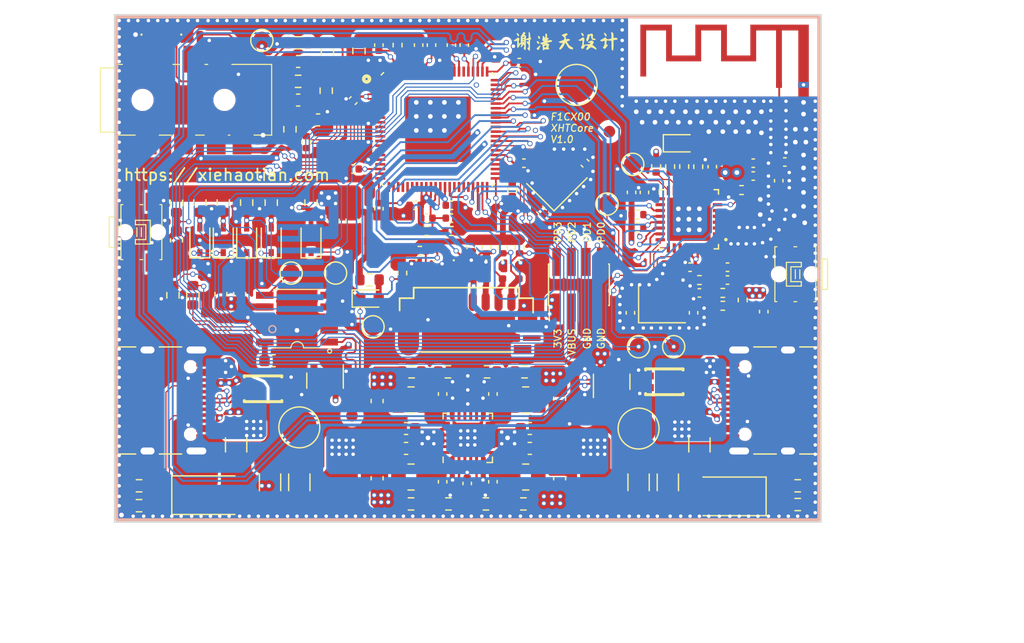
<source format=kicad_pcb>
(kicad_pcb (version 20211014) (generator pcbnew)
  (layers (0 "F.Cu" signal) (1 "In1.Cu" power "GND") (2 "In2.Cu" power "POWER") (31 "B.Cu" signal) (34 "B.Paste" user) (35 "F.Paste" user) (36 "B.SilkS" user "B.Silkscreen") (37 "F.SilkS" user "F.Silkscreen") (38 "B.Mask" user) (39 "F.Mask" user) (44 "Edge.Cuts" user))
  (net 0 "")
  (net 1 "+3V3")
  (net 2 "GND")
  (net 3 "Net-(AE1-Pad1)")
  (net 4 "Net-(C6-Pad2)")
  (net 5 "/WIFI/nRST")
  (net 6 "Net-(C10-Pad1)")
  (net 7 "Net-(C11-Pad1)")
  (net 8 "Net-(C16-Pad1)")
  (net 9 "+1V1")
  (net 10 "Net-(C22-Pad2)")
  (net 11 "Net-(C23-Pad2)")
  (net 12 "+2V5")
  (net 13 "+2V8")
  (net 14 "/WIFI/RST")
  (net 15 "/F1CX00/AGND")
  (net 16 "Net-(C37-Pad1)")
  (net 17 "Net-(C38-Pad1)")
  (net 18 "Net-(C39-Pad1)")
  (net 19 "/F1CX00/DRAM_VREF")
  (net 20 "Net-(C48-Pad2)")
  (net 21 "/F1CX00/RESET")
  (net 22 "Net-(C49-Pad2)")
  (net 23 "/POWER/EA_LX1")
  (net 24 "Net-(C50-Pad2)")
  (net 25 "/POWER/EA_LX2")
  (net 26 "Net-(C51-Pad2)")
  (net 27 "VBUS")
  (net 31 "/POWER/EA_LX3")
  (net 32 "/POWER/EA_LX4")
  (net 34 "HPCOM")
  (net 35 "LCD_CS")
  (net 36 "/AUDIO&SCREEN&SD/GMT_CS")
  (net 37 "LCD_DC")
  (net 38 "/AUDIO&SCREEN&SD/GMT_DC")
  (net 39 "LCD_RST")
  (net 40 "/AUDIO&SCREEN&SD/GMT_RES")
  (net 41 "LCD_SDA")
  (net 42 "/AUDIO&SCREEN&SD/GMT_SDA")
  (net 43 "LCD_SCL")
  (net 44 "/AUDIO&SCREEN&SD/GMT_SCL")
  (net 45 "Net-(D8-Pad1)")
  (net 46 "USB1_2_D+")
  (net 47 "USB1_2_D-")
  (net 48 "/USB/USB2_2_D+")
  (net 49 "Net-(D14-Pad2)")
  (net 50 "/USB/USB2_2_D-")
  (net 51 "/F1CX00/LED")
  (net 52 "SDC0_D2")
  (net 53 "SDC0_D3")
  (net 54 "SDC0_CMD")
  (net 55 "SDC0_CLK")
  (net 59 "SDC0_D0")
  (net 60 "SDC0_D1")
  (net 61 "/F1CX00/PD3")
  (net 62 "/F1CX00/PD2")
  (net 63 "/F1CX00/PD1")
  (net 64 "/F1CX00/PD0")
  (net 65 "Net-(R1-Pad2)")
  (net 66 "/WIFI/ESP8266EX_VDD")
  (net 67 "/USB/USB1_1_D+")
  (net 68 "/USB/USB1_1_D-")
  (net 69 "/USB/USB2_1_D+")
  (net 70 "/USB/USB2_1_D-")
  (net 71 "Net-(R29-Pad1)")
  (net 73 "ESP_SD_CMD")
  (net 74 "ESP_SD_CLK")
  (net 75 "/WIFI/GPIO0")
  (net 76 "ESP_CHIP_EN")
  (net 77 "/WIFI/GPIO2")
  (net 78 "/WIFI/GPIO15")
  (net 79 "/USB/USB1_CC2")
  (net 80 "/USB/USB1_CC1")
  (net 81 "/USB/USB2_CC2")
  (net 82 "/USB/USB2_CC1")
  (net 83 "/F1CX00/F1_RX")
  (net 84 "CH_TX")
  (net 85 "/F1CX00/F1_TX")
  (net 86 "CH_RX")
  (net 87 "HPR")
  (net 88 "/WIFI/ESP_TX")
  (net 89 "/WIFI/ESP_RX")
  (net 90 "/WIFI/GPIO4")
  (net 94 "/WIFI/GPIO5")
  (net 95 "/USB/CH_DTR")
  (net 96 "/USB/CH_CTS")
  (net 97 "/USB/CH_RTS")
  (net 98 "/F1CX00/MIC_IN")
  (net 99 "/WIFI/ADC")
  (net 100 "/WIFI/GPIO16")
  (net 101 "/WIFI/GPIO14")
  (net 102 "/WIFI/GPIO12")
  (net 103 "/WIFI/GPIO13")
  (net 104 "/WIFI/GPIO9")
  (net 105 "ESP_SD_D3")
  (net 106 "ESP_SD_D0")
  (net 107 "ESP_SD_D1")
  (net 108 "/USB/USB1_POWER_IN")
  (net 109 "/USB/USB2_POWER_IN")
  (net 110 "HPL")
  (net 111 "/F1CX00/PD4")
  (net 112 "/F1CX00/PD5")
  (net 113 "/F1CX00/PD6")
  (net 114 "/F1CX00/PD7")
  (net 115 "/F1CX00/PD8")
  (net 116 "/F1CX00/PD9")
  (net 117 "/F1CX00/PD10")
  (net 118 "/F1CX00/PD11")
  (net 119 "/F1CX00/PD12")
  (net 120 "/F1CX00/PD13")
  (net 121 "/F1CX00/PD14")
  (net 122 "/F1CX00/PD15")
  (net 123 "/F1CX00/PD16")
  (net 124 "/F1CX00/PD17")
  (net 134 "/F1CX00/PD18")
  (net 139 "/F1CX00/PD19")
  (net 140 "/F1CX00/PD20")
  (net 141 "/F1CX00/PD21")
  (net 144 "/F1CX00/I2C_SDA")
  (net 145 "/F1CX00/I2C_CLK")
  (net 148 "/F1CX00/PE10")
  (net 149 "Net-(C21-Pad1)")
  (net 150 "Net-(C57-Pad1)")
  (net 151 "Net-(CN1-Pad4)")
  (net 152 "Net-(CN1-Pad6)")
  (net 154 "/F1CX00/PE9")
  (net 155 "/F1CX00/PE3")
  (net 157 "/F1CX00/SPI1_MISO")
  (net 158 "HPCOMFB")
  (footprint "F1c200s_XhtCore:FILTER-SMD_4P-L3.2-W1.6-BL_DLW31SN" (layer "F.Cu") (at 127.8 104 -90)
    (fp_text reference "L4" hide)
    (fp_text value "SDCW3216-2-900TF" hide)
  )
  (footprint "Capacitor_SMD:C_0402_1005Metric" (layer "F.Cu") (at 145.25 112.1 -90)
    (fp_text reference "C56")
    (fp_text value "1uF")
  )
  (footprint "LED_SMD:LED_0603_1608Metric" (layer "F.Cu") (at 163.5 83)
    (fp_text reference "D8")
    (fp_text value "LED")
  )
  (footprint "Capacitor_SMD:C_0603_1608Metric" (layer "F.Cu") (at 130.8 76 180)
    (fp_text reference "C21")
    (fp_text value "0.1uF")
  )
  (footprint "Fiducial:Fiducial_1mm_Mask2mm" (layer "F.Cu") (at 135.4 106.3)
    (fp_text reference "FID2")
    (fp_text value "Fiducial")
  )
  (footprint "LED_SMD:LED_0603_1608Metric" (layer "F.Cu") (at 136.9 96.28125)
    (fp_text reference "D14")
    (fp_text value "LED")
  )
  (footprint "Diode_SMD:D_0402_1005Metric" (layer "F.Cu") (at 127.9 84.1 90)
    (fp_text reference "D9")
    (fp_text value "AU0511P1")
  )
  (footprint "Diode_SMD:D_0402_1005Metric" (layer "F.Cu") (at 121.9 73.7)
    (fp_text reference "D7")
    (fp_text value "AU0511P1")
  )
  (footprint "LOGO" (layer "F.Cu") (at 153.6 74.2)
    (fp_text reference "G***" hide)
    (fp_text value "LOGO" hide)
  )
  (footprint "Capacitor_SMD:C_0603_1608Metric" (layer "F.Cu") (at 140.025 107.4 180)
    (fp_text reference "C55")
    (fp_text value "10uF")
  )
  (footprint "Capacitor_SMD:C_0402_1005Metric" (layer "F.Cu") (at 135.5 79.35 -135)
    (fp_text reference "C17")
    (fp_text value "0.1uF")
  )
  (footprint "Capacitor_SMD:C_0402_1005Metric" (layer "F.Cu") (at 141.8 89.4)
    (fp_text reference "C31")
    (fp_text value "0.1uF")
  )
  (footprint "Resistor_SMD:R_0603_1608Metric" (layer "F.Cu") (at 130.8 74.4 180)
    (fp_text reference "R47")
    (fp_text value "33R")
  )
  (footprint "TestPoint:TestPoint_Pad_D1.5mm" (layer "F.Cu") (at 134 94.1)
    (fp_text reference "TP11")
    (fp_text value "TestPoint")
  )
  (footprint "Capacitor_SMD:C_0603_1608Metric" (layer "F.Cu") (at 133.8 89.625 -90)
    (fp_text reference "C14")
    (fp_text value "0.1uF")
  )
  (footprint "Resistor_SMD:R_0603_1608Metric" (layer "F.Cu") (at 117.2 112.3 180)
    (fp_text reference "R21")
    (fp_text value "5.1k")
  )
  (footprint "Capacitor_SMD:C_0603_1608Metric" (layer "F.Cu") (at 137.55 111.65 90)
    (fp_text reference "C46")
    (fp_text value "22uF")
  )
  (footprint "Resistor_SMD:R_0402_1005Metric" (layer "F.Cu") (at 149.725 91.9 -90)
    (fp_text reference "R41")
    (fp_text value "10K")
  )
  (footprint "Capacitor_SMD:C_0402_1005Metric" (layer "F.Cu") (at 164.3 93.6 180)
    (fp_text reference "C8")
    (fp_text value "0.1uF")
  )
  (footprint "F1c200s_XhtCore:SW-SMD_EVQPUD02K" (layer "F.Cu") (at 117.4 90.6 180)
    (fp_text reference "SW2" hide)
    (fp_text value "EVQPUC02K" hide)
    (fp_circle (center 1.399921 -0.000127) (end 1.849933 -0.000127) (layer "Edge.Cuts") (width 0.00508) (fill none))
    (fp_circle (center -1.400175 -0.000127) (end -0.950163 -0.000127) (layer "Edge.Cuts") (width 0.00508) (fill none))
  )
  (footprint "Package_DFN_QFN:QFN-24-1EP_4x4mm_P0.5mm_EP2.6x2.6mm" (layer "F.Cu") (at 145.3 108.2 90)
    (fp_text reference "U3")
    (fp_text value "EA3059")
  )
  (footprint "Resistor_SMD:R_0603_1608Metric" (layer "F.Cu") (at 133.3 75.2 -90)
    (fp_text reference "R44")
    (fp_text value "22R")
  )
  (footprint "Resistor_SMD:R_0402_1005Metric" (layer "F.Cu") (at 139.7 94.1 -90)
    (fp_text reference "R43")
    (fp_text value "10K")
  )
  (footprint "Capacitor_SMD:C_0603_1608Metric" (layer "F.Cu") (at 140.025 109.1 180)
    (fp_text reference "C54")
    (fp_text value "10uF")
  )
  (footprint "TestPoint:TestPoint_Pad_D3.0mm" (layer "F.Cu") (at 159.9 107.4)
    (fp_text reference "TP5")
    (fp_text value "TestPoint")
  )
  (footprint "Capacitor_SMD:C_0402_1005Metric" (layer "F.Cu") (at 147.45 104.45 90)
    (fp_text reference "C48")
    (fp_text value "220pF")
  )
  (footprint "F1c200s_XhtCore:TF-SMD_HYCW104-TF08-375B" (layer "F.Cu") (at 145.5 98.6 180)
    (fp_text reference "J2" hide)
    (fp_text value "Micro_SD_Card_Det" hide)
  )
  (footprint "Capacitor_SMD:C_0402_1005Metric" (layer "F.Cu") (at 167.5 93.6)
    (fp_text reference "C2")
    (fp_text value "0.1uF")
  )
  (footprint "Capacitor_SMD:C_0402_1005Metric" (layer "F.Cu") (at 167.5 94.7)
    (fp_text reference "C5")
    (fp_text value "10uF")
  )
  (footprint "Resistor_SMD:R_0603_1608Metric" (layer "F.Cu") (at 128.5 88.075 -90)
    (fp_text reference "R2")
    (fp_text value "4.7K")
  )
  (footprint "Resistor_SMD:R_0402_1005Metric" (layer "F.Cu") (at 149.1 87 -90)
    (fp_text reference "R29")
    (fp_text value "10K")
  )
  (footprint "Capacitor_SMD:C_0402_1005Metric" (layer "F.Cu") (at 150.1 84.7)
    (fp_text reference "C42")
    (fp_text value "0.1uF")
  )
  (footprint "Resistor_SMD:R_0402_1005Metric" (layer "F.Cu") (at 167.1 95.8 180)
    (fp_text reference "R4")
    (fp_text value "10K")
  )
  (footprint "Capacitor_SMD:C_1206_3216Metric" (layer "F.Cu") (at 159.9 112 90)
    (fp_text reference "C28")
    (fp_text value "10uF")
  )
  (footprint "Diode_SMD:D_SMA" (layer "F.Cu") (at 123.4 113.1)
    (fp_text reference "D10")
    (fp_text value "SMAJ6.5CA")
  )
  (footprint "Fuse:Fuse_1206_3216Metric" (layer "F.Cu") (at 165.1 108.8 -90)
    (fp_text reference "UNK2")
    (fp_text value "3A")
  )
  (footprint "Resistor_SMD:R_0603_1608Metric" (layer "F.Cu") (at 120.4 88.1 -90)
    (fp_text reference "R28")
    (fp_text value "10K")
  )
  (footprint "Resistor_SMD:R_0402_1005Metric" (layer "F.Cu") (at 146.9 91.9 -90)
    (fp_text reference "R31")
    (fp_text value "10K")
  )
  (footprint "Fuse:Fuse_1206_3216Metric" (layer "F.Cu") (at 125.5 108.8 -90)
    (fp_text reference "UNK3")
    (fp_text value "3A")
  )
  (footprint "Capacitor_SMD:C_0402_1005Metric" (layer "F.Cu") (at 169.7 84.7)
    (fp_text reference "C3")
    (fp_text value "10uF")
  )
  (footprint "Crystal:Crystal_SMD_3225-4Pin_3.2x2.5mm" (layer "F.Cu") (at 161.9 96.7)
    (fp_text reference "Y1")
    (fp_text value "26M")
  )
  (footprint "Diode_SMD:D_SOD-323" (layer "F.Cu") (at 124.4 91.3 90)
    (fp_text reference "D5")
    (fp_text value "1N5819")
  )
  (footprint "Capacitor_SMD:C_0402_1005Metric" (layer "F.Cu") (at 145 74.6 -90)
    (fp_text reference "C30")
    (fp_text value "0.1uF")
  )
  (footprint "Diode_SMD:D_SOD-323" (layer "F.Cu") (at 126.4 91.3 90)
    (fp_text reference "D2")
    (fp_text value "1N5819")
  )
  (footprint "Resistor_SMD:R_0402_1005Metric" (layer "F.Cu") (at 131.5 82.9 -90)
    (fp_text reference "R48")
    (fp_text value "0R")
  )
  (footprint "Capacitor_SMD:C_1206_3216Metric" (layer "F.Cu") (at 130.9 112 90)
    (fp_text reference "C29")
    (fp_text value "10uF")
  )
  (footprint "TestPoint:TestPoint_Pad_D1.5mm" (layer "F.Cu") (at 159.4 84.8 -90)
    (fp_text reference "TP8")
    (fp_text value "TestPoint")
  )
  (footprint "Diode_SMD:D_SMA" (layer "F.Cu") (at 167.4 113.2 180)
    (fp_text reference "D11")
    (fp_text value "SMAJ6.5CA")
  )
  (footprint "Resistor_SMD:R_0603_1608Metric" (layer "F.Cu") (at 136.9 94.68125)
    (fp_text reference "R30")
    (fp_text value "10K")
  )
  (footprint "Diode_SMD:D_0402_1005Metric" (layer "F.Cu") (at 148.269876 94.1 -90)
    (fp_text reference "D16")
    (fp_text value "AU0511P1")
  )
  (footprint "Resistor_SMD:R_0603_1608Metric" (layer "F.Cu") (at 150.05 113.85 180)
    (fp_text reference "R34")
    (fp_text value "470K")
  )
  (footprint "Capacitor_SMD:C_0402_1005Metric" (layer "F.Cu") (at 159.2 97.5 90)
    (fp_text reference "C11")
    (fp_text value "18pF")
  )
  (footprint "TestPoint:TestPoint_Pad_D3.0mm" (layer "F.Cu") (at 154.6 78)
    (fp_text reference "TP1")
    (fp_text value "TestPoint")
  )
  (footprint "Capacitor_SMD:C_0402_1005Metric" (layer "F.Cu") (at 159.3 87.2 90)
    (fp_text reference "C13")
    (fp_text value "10uF")
  )
  (footprint "Capacitor_SMD:C_0402_1005Metric" (layer "F.Cu") (at 143.9 74.6 90)
    (fp_text reference "C33")
    (fp_text value "0.1uF")
  )
  (footprint "Resistor_SMD:R_0402_1005Metric" (layer "F.Cu") (at 162.6 84.99 -90)
    (fp_text reference "R16")
    (fp_text value "10K")
  )
  (footprint "TestPoint:TestPoint_Pad_D1.5mm" (layer "F.Cu") (at 137.2 98.7)
    (fp_text reference "TP10")
    (fp_text value "TestPoint")
  )
  (footprint "Diode_SMD:D_SOD-323" (layer "F.Cu") (at 128.5 91.3 90)
    (fp_text reference "D1")
    (fp_text value "1N5819")
  )
  (footprint "Package_TO_SOT_SMD:SOT-143" (layer "F.Cu") (at 157.6 103.4 90)
    (fp_text reference "D12")
    (fp_text value "PRTR5V0U2X")
  )
  (footprint "Inductor_SMD:L_1008_2520Metric" (layer "F.Cu") (at 140.45 104.95)
    (fp_text reference "L8")
    (fp_text value "1.5uH")
  )
  (footprint "F1c200s_XhtCore:FILTER-SMD_4P-L3.2-W1.6-BL_DLW31SN" (layer "F.Cu") (at 162.1 103.4 90)
    (fp_text reference "L3" hide)
    (fp_text value "SDCW3216-2-900TF" hide)
  )
  (footprint "Capacitor_SMD:C_0603_1608Metric" (layer "F.Cu") (at 120.4 91.3 -90)
    (fp_text reference "C35")
    (fp_text value "0.1uF")
  )
  (footprint "Fiducial:Fiducial_1mm_Mask2mm" (layer "F.Cu") (at 157.4 82)
    (fp_text reference "FID1")
    (fp_text value "Fiducial")
  )
  (footprint "TestPoint:TestPoint_Pad_D1.5mm" (layer "F.Cu") (at 127.7 74.2)
    (fp_text reference "TP13")
    (fp_text value "TestPoint")
  )
  (footprint "Capacitor_SMD:C_0603_1608Metric" (layer "F.Cu") (at 130.8 79.3 180)
    (fp_text reference "C57")
    (fp_text value "0.1uF")
  )
  (footprint "Capacitor_SMD:C_0603_1608Metric" (layer "F.Cu") (at 153.15 104.85 -90)
    (fp_text reference "C44")
    (fp_text value "22uF")
  )
  (footprint "Diode_SMD:D_SOD-323" (layer "F.Cu") (at 131.9 91.3 90)
    (fp_text reference "D4")
    (fp_text value "1N5819")
  )
  (footprint "Capacitor_SMD:C_0402_1005Metric" (layer "F.Cu") (at 155.32 84.7 -45)
    (fp_text reference "C37")
    (fp_text value "15pF")
  )
  (footprint "Capacitor_SMD:C_0603_1608Metric" (layer "F.Cu") (at 132.5 81)
    (fp_text reference "C16")
    (fp_text value "0.1uF")
  )
  (footprint "Connector_PinHeader_1.27mm:PinHeader_2x04_P1.27mm_Vertical_SMD" (layer "F.Cu") (at 154.8 95.1 90)
    (fp_text reference "J1")
    (fp_text value "Conn_02x04_Odd_Even")
  )
  (footprint "Resistor_SMD:R_0603_1608Metric" (layer "F.Cu") (at 143.65 113.85)
    (fp_text reference "R37")
    (fp_text value "150K")
  )
  (footprint "Crystal:Crystal_SMD_3225-4Pin_3.2x2.5mm" (layer "F.Cu") (at 152.92 86.2 45)
    (fp_text reference "Y2")
    (fp_text value "24M")
  )
  (footprint "Resistor_SMD:R_0402_1005Metric" (layer "F.Cu") (at 159.8 90.2)
    (fp_text reference "R9")
    (fp_text value "10K")
  )
  (footprint "RF_Antenna:Texas_SWRA117D_2.4GHz_Left" (layer "F.Cu") (at 171.9 78)
    (fp_text reference "AE1")
    (fp_text value "Antenna_Shield")
  )
  (footprint "Capacitor_SMD:C_0402_1005Metric" (layer "F.Cu") (at 141.1 74.6 -90)
    (fp_text reference "C22")
    (fp_text value "1uF")
  )
  (footprint "Capacitor_SMD:C_0603_1608Metric" (layer "F.Cu") (at 125.8 95.9 90)
    (fp_text reference "C41")
    (fp_text value "10uF")
  )
  (footprint "Resistor_SMD:R_0603_1608Metric" (layer "F.Cu") (at 136 75.1 90)
    (fp_text reference "R24")
    (fp_text value "0R")
  )
  (footprint "Capacitor_SMD:C_0402_1005Metric" (layer "F.Cu") (at 145.6 91.9 -90)
    (fp_text reference "C43")
    (fp_text value "0.1uF")
  )
  (footprint "Diode_SMD:D_0402_1005Metric" (layer "F.Cu") (at 145.569876 94.1 -90)
    (fp_text reference "D18")
    (fp_text value "AU0511P1")
  )
  (footprint "Resistor_SMD:R_0603_1608Metric" (layer "F.Cu") (at 124.4 88.075 -90)
    (fp_text reference "R7")
    (fp_text value "4.7K")
  )
  (footprint "Capacitor_SMD:C_0402_1005Metric" (layer "F.Cu") (at 143.15 111.95 -90)
    (fp_text reference "C50")
    (fp_text value "220pF")
  )
  (footprint "Resistor_SMD:R_0402_1005Metric" (layer "F.Cu") (at 165 85 90)
    (fp_text reference "R14")
    (fp_text value "10K")
  )
  (footprint "Resistor_SMD:R_0402_1005Metric" (layer "F.Cu") (at 148.3 91.9 -90)
    (fp_text reference "R40")
    (fp_text value "10K")
  )
  (footprint "Resistor_SMD:R_0402_1005Metric" (layer "F.Cu") (at 161.4 84.99 90)
    (fp_text reference "R10")
    (fp_text value "10K")
  )
  (footprint "Inductor_SMD:L_0402_1005Metric" (layer "F.Cu") (at 172.4 87.8)
    (fp_text reference "L2")
    (fp_text value "1.5nH")
  )
  (footprint "Capacitor_SMD:C_0402_1005Metric" (layer "F.Cu") (at 143.15 104.45 90)
    (fp_text reference "C51")
    (fp_text value "220pF")
  )
  (footprint "TestPoint:TestPoint_Pad_D1.5mm" (layer "F.Cu") (at 130.2 94.1)
    (fp_text reference "TP12")
    (fp_text value "TestPoint")
  )
  (footprint "Package_TO_SOT_SMD:SOT-143" (layer "F.Cu") (at 133.1 103.3 -90)
    (fp_text reference "D13")
    (fp_text value "PRTR5V0U2X")
  )
  (footprint "Resistor_SMD:R_0402_1005Metric" (layer "F.Cu") (at 159.8 89.1)
    (fp_text reference "R8")
    (fp_text value "10K")
  )
  (footprint "Capacitor_SMD:C_0402_1005Metric" (layer "F.Cu") (at 164.6 97.5 -90)
    (fp_text reference "C10")
    (fp_text value "18pF")
  )
  (footprint "Diode_SMD:D_0402_1005Metric" (layer "F.Cu") (at 144.1 94.1 -90)
    (fp_text reference "D19")
    (fp_text value "AU0511P1")
  )
  (footprint "Resistor_SMD:R_0603_1608Metric" (layer "F.Cu") (at 143.6 102.55)
    (fp_text reference "R39")
    (fp_text value "5.1K")
  )
  (footprint "Resistor_SMD:R_0603_1608Metric" (layer "F.Cu") (at 140.45 113.85)
    (fp_text reference "R36")
    (fp_text value "680K")
  )
  (footprint "Capacitor_SMD:C_0402_1005Metric" (layer "F.Cu") (at 172.4 84.6)
    (fp_text reference "C4")
    (fp_text value "2.4pF")
  )
  (footprint "Resistor_SMD:R_0603_1608Metric" (layer "F.Cu") (at 150.15 102.55 180)
    (fp_text reference "R32")
    (fp_text value "68K")
  )
  (footprint "Resistor_SMD:R_0603_1608Metric" (layer "F.Cu") (at 173.5 113.9)
    (fp_text reference "R19")
    (fp_text value "5.1k")
  )
  (footprint "Capacitor_SMD:C_0402_1005Metric" (layer "F.Cu") (at 147.45 111.95 -90)
    (fp_text reference "C49")
    (fp_text value "220pF")
  )
  (footprint "Capacitor_SMD:C_0402_1005Metric" (layer "F.Cu") (at 165.1 95.8)
    (fp_text reference "C9")
    (fp_text value "1uF")
  )
  (footprint "Capacitor_SMD:C_0402_1005Metric" (layer "F.Cu") (at 140.8 88.3 180)
    (fp_text reference "C24")
    (fp_text value "0.1uF")
  )
  (footprint "Resistor_SMD:R_0402_1005Metric" (layer "F.Cu") (at 163.8 84.99 90)
    (fp_text reference "R13")
    (fp_text value "10K")
  )
  (footprint "Capacitor_SMD:C_0402_1005Metric" (layer "F.Cu") (at 171.88 86.2 -90)
    (fp_text reference "C6")
    (fp_text value "8.2pF")
  )
  (footprint "Capacitor_SMD:C_0402_1005Metric" (layer "F.Cu") (at 160.4 87.2 90)
    (fp_text reference "C12")
    (fp_text value "0.1uF")
  )
  (footprint "Diode_SMD:D_0402_1005Metric" (layer "F.Cu") (at 118.5 73.7)
    (fp_text reference "D6")
    (fp_text value "AU0511P1")
  )
  (footprint "Capacitor_SMD:C_0402_1005Metric" (layer "F.Cu") (at 151.52 88.7 135)
    (fp_text reference "C38")
    (fp_text value "15pF")
  )
  (footprint "Capacitor_SMD:C_1206_3216Metric" (layer "F.Cu") (at 128.4 112 90)
    (fp_text reference "C27")
    (fp_text value "0.1uF")
  )
  (footprint "F1c200s_XhtCore:ESOP-10_L4.9-W3.9-P1.00-LS6.2-BL-EP" (layer "F.Cu") (at 130.7 98 90)
    (fp_text reference "U2" hide)
    (fp_text value "CH340K" hide)
  )
  (footprint "Capacitor_SMD:C_0603_1608Metric" (layer "F.Cu") (at 153.15 111.65 90)
    (fp_text reference "C45")
    (fp_text value "22uF")
  )
  (footprint "F1c200s_XhtCore:SW-SMD_EVQPUD02K" (layer "F.Cu") (at 173.3 94.2)
    (fp_text reference "SW1" hide)
    (fp_text value "EVQPUC02K" hide)
    (fp_circle (center -1.400175 -0.000127) (end -0.950163 -0.000127) (layer "Edge.Cuts") (width 0.00508) (fill none))
    (fp_circle (center 1.399921 -0.000127) (end 1.849933 -0.000127) (layer "Edge.Cuts") (width 0.00508) (fill none))
  )
  (footprint "Capacitor_SMD:C_0603_1608Metric" (layer "F.Cu") (at 150.6 109.1)
    (fp_text reference "C52")
    (fp_text value "10uF")
  )
  (footprint "Capacitor_SMD:C_0603_1608Metric" (layer "F.Cu") (at 150.6 107.4)
    (fp_text reference "C53")
    (fp_text value "10uF")
  )
  (footprint "Capacitor_SMD:C_0402_1005Metric" (layer "F.Cu") (at 166.2 85 90)
    (fp_text reference "C7")
    (fp_text value "0.1uF")
  )
  (footprint "TestPoint:TestPoint_Pad_D1.5mm" (layer "F.Cu") (at 157.2 88.2 -90)
    (fp_text reference "TP9")
    (fp_text value "TestPoint")
  )
  (footprint "Resistor_SMD:R_0402_1005Metric" (layer "F.Cu") (at 139.3 74.6 -90)
    (fp_text reference "R25")
    (fp_text value "200k")
  )
  (footprint "Resistor_SMD:R_0402_1005Metric" (layer "F.Cu") (at 168.8 96.4 90)
    (fp_text reference "R12")
    (fp_text value "10K")
  )
  (footprint "Capacitor_SMD:C_0402_1005Metric" (layer "F.Cu") (at 137.7 88.6 -90)
    (fp_text reference "C19")
    (fp_text value "0.1uF")
  )
  (footprint "F1c200s_XhtCore:USB_C_Receptacle_XKB_U262-16XN-4BVC11" (layer "F.Cu") (at 171.6 105 90)
    (fp_text reference "USB1")
    (fp_text value "Type-C")
  )
  (footprint "Inductor_SMD:L_1008_2520Metric" (layer "F.Cu") (at 150.25 104.95 180)
    (fp_text reference "L5")
    (fp_text value "1.5uH")
  )
  (footprint "TestPoint:TestPoint_Pad_D1.5mm" (layer "F.Cu") (at 159.9 100.4 -90)
    (fp_text reference "TP7")
    (fp_text value "TestPoint")
  )
  (footprint "Capacitor_SMD:C_0603_1608Metric" (layer "F.Cu") (at 137.55 105.05 -90)
    (fp_text reference "C47")
    (fp_text value "22uF")
  )
  (footprint "Resistor_SMD:R_0603_1608Metric" (layer "F.Cu") (at 146.95 102.55 180)
    (fp_text reference "R33")
    (fp_text value "82K")
  )
  (footprint "Resistor_SMD:R_0603_1608Metric" (layer "F.Cu") (at 120.1 96 -90)
    (fp_text reference "R23")
    (fp_text value "22R")
  )
  (footprint "Resistor_SMD:R_0402_1005Metric" (layer "F.Cu") (at 168.7 87)
    (fp_text reference "R11")
    (fp_text value "10K")
  )
  (footprint "F1c200s_XhtCore:F1Cx00" (layer "F.Cu") (at 142.7525 81.8)
    (fp_text reference "UNK4")
    (fp_text value "F1C200S")
  )
  (footprint "Resistor_SMD:R_0603_1608Metric" (layer "F.Cu") (at 130.8 77.7 180)
    (fp_text reference "R46")
    (fp_text value "33R")
  )
  (footprint "Resistor_SMD:R_0402_1005Metric" (layer "F.Cu") (at 165.1 94.7)
    (fp_text reference "R1")
    (fp_text value "10K")
  )
  (footprint "Resistor_SMD:R_0603_1608Metric" (layer "F.Cu") (at 146.85 113.85 180)
    (fp_text reference "R35")
    (fp_text value "150K")
  )
  (footprint "Capacitor_SMD:C_0603_1608Metric" (layer "F.Cu") (at 128.7 101.6)
    (fp_text reference "C39")
    (fp_text value "0.1uF")
  )
  (footprint "Capacitor_SMD:C_0402_1005Metric" (layer "F.Cu") (at 137.7 74.6 -90)
    (fp_text reference "C23")
    (fp_text value "4.7uF")
  )
  (footprint "Capacitor_SMD:C_0402_1005Metric" (layer "F.Cu") (at 135.5 85.2 180)
    (fp_text reference "C18")
    (fp_text value "0.1uF")
  )
  (footprint "Resistor_SMD:R_0603_1608Metric" (layer "F.Cu") (at 140.5 102.55)
    (fp_text reference "R38")
    (fp_text value "18.7K")
  )
  (footprint "Resistor_SMD:R_0603_1608Metric" (layer "F.Cu") (at 121.8 96 -90)
    (fp_text reference "R22")
    (fp_text value "22R")
  )
  (footprint "Diode_SMD:D_SOD-323" (layer "F.Cu") (at 122.4 91.3 90)
    (fp_text reference "D3")
    (fp_text value "1N5819")
  )
  (footprint "Resistor_SMD:R_0402_1005Metric" (layer "F.Cu") (at 141.2 92.2)
    (fp_text reference "R42")
    (fp_text value "10K")
  )
  (footprint "Resistor_SMD:R_0603_1608Metric" (layer "F.Cu") (at 173.5 112.3)
    (fp_text reference "R18")
    (fp_text value "5.1k")
  )
  (footprint "Capacitor_SMD:C_0402_1005Metric" (layer "F.Cu") (at 143.9 89.4)
    (fp_text reference "C32")
    (fp_text value "0.1uF")
  )
  (footprint "Resistor_SMD:R_0402_1005Metric" (layer "F.Cu") (at 141.8 90.5)
    (fp_text reference "R26")
    (fp_text value "2.2k")
  )
  (footprint "Resistor_SMD:R_0402_1005Metric" (layer "F.Cu") (at 143.9 90.5)
    (fp_text reference "R27")
    (fp_text value "2.2k")
  )
  (footprint "Diode_SMD:D_0402_1005Metric" (layer "F.Cu") (at 149.669876 94.1 -90)
    (fp_text reference "D15")
    (fp_text value "AU0511P1")
  )
  (footprint "Resistor_SMD:R_0603_1608Metric" (layer "F.Cu") (at 122.4 88.075 -90)
    (fp_text reference "R5")
    (fp_text value "4.7K")
  )
  (footprint "Capacitor_SMD:C_0402_1005Metric" (layer "F.Cu") (at 170.6 97.4 90)
    (fp_text reference "C20")
    (fp_text value "0.1uF")
  )
  (footprint "Resistor_SMD:R_0603_1608Metric" (layer "F.Cu") (at 117.2 114 180)
    (fp_text reference "R20")
    (fp_text value "5.1k")
  )
  (footprint "Resistor_SMD:R_0603_1608Metric" (layer "F.Cu") (at 126.4 88.075 -90)
    (fp_text reference "R3")
    (fp_text value "4.7K")
  )
  (footprint "Capacitor_SMD:C_0603_1608Metric" (layer "F.Cu") (at 124.2 95.9 90)
    (fp_text reference "C40")
    (fp_text value "0.1uF")
  )
  (footprint "F1c200s_XhtCore:AUDIO-SMD_PJ-393-8PJ" (layer "F.Cu") (at 121.4 79.3 90)
    (fp_text reference "CN1")
    (fp_text value "PJ-393_8PJ")
  )
  (footprint "Resistor_SMD:R_0402_1005Metric" (layer "F.Cu") (at 167.1 96.9)
    (fp_text reference "R17")
    (fp_text value "470R")
  )
  (footprint "F1c200s_XhtCore:USB_C_Receptacle_XKB_U262-16XN-4BVC11" (layer "F.Cu") (at 119 105 -90)
    (fp_text reference "USB2")
    (fp_text value "Type-C")
  )
  (footprint "Resistor_SMD:R_0603_1608Metric" (layer "F.Cu") (at 130.1 81.8 90)
    (fp_text reference "R15")
    (fp_text value "22R")
  )
  (footprint "Capacitor_SMD:C_0402_1005Metric" (layer "F.Cu") (at 149.7 76.1)
    (fp_text reference "C36")
    (fp_text value "0.1uF")
  )
  (footprint "Resistor_SMD:R_0603_1608Metric" (layer "F.Cu") (at 131.9 88.075 -90)
    (fp_text reference "R6")
    (fp_text value "4.7K")
  )
  (footprint "TestPoint:TestPoint_Pad_D3.0mm" (layer "F.Cu") (at 130.9 107.3)
    (fp_text reference "TP6")
    (fp_text value "TestPoint")
  )
  (footprint "Inductor_SMD:L_1008_2520Metric" (layer "F.Cu") (at 140.45 111.55)
    (fp_text reference "L7")
    (fp_text value "1.5uH")
  )
  (footprint "Diode_SMD:D_0402_1005Metric" (layer "F.Cu") (at 140.9 94.1 -90)
    (fp_text reference "D21")
    (fp_text value "AU0511P1")
  )
  (footprint "TestPoint:TestPoint_Pad_D1.5mm" (layer "F.Cu") (at 162.9 100.4 -90)
    (fp_text reference "TP3")
    (fp_text value "TestPoint")
  )
  (footprint "Inductor_SMD:L_0402_1005Metric" (layer "F.Cu") (at 168.8 88.6 -135)
    (fp_text reference "L1")
    (fp_text value "4.3nH")
  )
  (footprint "Capacitor_SMD:C_0402_1005Metric" (layer "F.Cu") (at 142.2 74.6 -90)
    (fp_text reference "C26")
    (fp_text value "10uF")
  )
  (footprint "Fiducial:Fiducial_1mm_Mask2mm" (layer "F.Cu") (at 155.4 106.3)
    (fp_text reference "FID3")
    (fp_text value "Fiducial")
  )
  (footprint "Capacitor_SMD:C_0402_1005Metric" (layer "F.Cu") (at 169.7 85.8)
    (fp_text reference "C1")
    (fp_text value "0.1uF")
  )
  (footprint "Diode_SMD:D_0402_1005Metric" (layer "F.Cu") (at 146.869876 94.1 -90)
    (fp_text reference "D17")
    (fp_text value "AU0511P1")
  )
  (footprint "Diode_SMD:D_0402_1005Metric" (layer "F.Cu") (at 142.4 94.1 -90)
    (fp_text reference "D20")
    (fp_text value "AU0511P1")
  )
  (footprint "Capacitor_SMD:C_0402_1005Metric" (layer "F.Cu") (at 143.9 88.3)
    (fp_text reference "C34")
    (fp_text value "0.1uF")
  )
  (footprint "Resistor_SMD:R_0603_1608Metric" (layer "F.Cu") (at 133.2 78.5 -90)
    (fp_text reference "R45")
    (fp_text value "22R")
  )
  (footprint "Capacitor_SMD:C_0603_1608Metric" (layer "F.Cu") (at 135.4 89.625 -90)
    (fp_text reference "C15")
    (fp_text value "10uF")
  )
  (footprint "F1c200s_XhtCore:QFN50P500X500X80-33N" (layer "F.Cu") (at 164.2 89.5 180)
    (fp_text reference "U1")
    (fp_text value "ESP8266EX")
  )
  (footprint "Capacitor_SMD:C_1206_3216Metric" (layer "F.Cu") (at 162.4 112 90)
    (fp_text reference "C25")
    (fp_text value "0.1uF")
  )
  (footprint "Inductor_SMD:L_1008_2520Metric" (layer "F.Cu") (at 150.25 111.55 180)
    (fp_text reference "L6")
    (fp_text value "1.5uH")
  )
  (footprint "F1c200s_XhtCore:LCD_GMT024-01" (layer "B.Cu") (at 145.3 93.7)
    (fp_text reference "UNK1")
    (fp_text value "GMT02401")
  )
  (gr_line (start 175.5 72) (end 175.5 115.4) (layer "Edge.Cuts") (width 0.1))
  (gr_line (start 175.5 115.4) (end 115.1 115.4) (layer "Edge.Cuts") (width 0.1))
  (gr_line (start 115.1 72) (end 175.5 72) (layer "Edge.Cuts") (width 0.1))
  (gr_line (start 115.1 115.4) (end 115.1 72) (layer "Edge.Cuts") (width 0.1))
  (gr_text "PD3" (at 153 90.6 90) (layer "F.SilkS") (effects (font (size 0.6 0.6) (thickness 0.1))))
  (gr_text "GND" (at 155.5 99.7 90) (layer "F.SilkS") (effects (font (size 0.6 0.6) (thickness 0.1))))
  (gr_text "F1CX00 \nXHTCore \nV1.0" (at 152.3 81.7) (layer "F.SilkS") (effects (font (size 0.6 0.6) (thickness 0.1) italic) (justify left)))
  (gr_text "VBUS" (at 154.2 100 90) (layer "F.SilkS") (effects (font (size 0.6 0.6) (thickness 0.1))))
  (gr_text "PD0" (at 156.7 90.6 90) (layer "F.SilkS") (effects (font (size 0.6 0.6) (thickness 0.1))))
  (gr_text "PD1" (at 155.5 90.6 90) (layer "F.SilkS") (effects (font (size 0.6 0.6) (thickness 0.1))))
  (gr_text "GND" (at 156.7 99.7 90) (layer "F.SilkS") (effects (font (size 0.6 0.6) (thickness 0.1))))
  (gr_text "PD2" (at 154.2 90.6 90) (layer "F.SilkS") (effects (font (size 0.6 0.6) (thickness 0.1))))
  (gr_text "3V3" (at 153 99.7 90) (layer "F.SilkS") (effects (font (size 0.6 0.6) (thickness 0.1))))
  (gr_text "https://xiehaotian.com" (at 124.7 85.7) (layer "F.SilkS") (effects (font (size 1 1))))
  (segment (start 149.1 88.245405) (end 148.3 89.045405) (width 0.5) (layer "F.Cu") (net 1))
  (segment (start 167 92) (end 166.65 91.65) (width 0.2) (layer "F.Cu") (net 1))
  (segment (start 159.3 87.68) (end 159.3 90.19) (width 0.5) (layer "F.Cu") (net 1))
  (segment (start 137.7 92.2) (end 140.69 92.2) (width 0.5) (layer "F.Cu") (net 1))
  (segment (start 144.5525 75.991504) (end 144.5525 76.865) (width 0.1565) (layer "F.Cu") (net 1))
  (segment (start 164.78 92.98) (end 164.78 93.6) (width 0.2) (layer "F.Cu") (net 1))
  (segment (start 164.95 87.05) (end 164.95 86.45) (width 0.2) (layer "F.Cu") (net 1))
  (segment (start 164.2875 83.5125) (end 164.2875 83) (width 0.5) (layer "F.Cu") (net 1))
  (segment (start 164.45 92.65) (end 164.78 92.98) (width 0.2) (layer "F.Cu") (net 1))
  (segment (start 148.3 89.045405) (end 148.3 91.39) (width 0.5) (layer "F.Cu") (net 1))
  (segment (start 148.525228 84) (end 147.6875 84) (width 0.1565) (layer "F.Cu") (net 1))
  (segment (start 136.8 78.8) (end 136.6 79) (width 0.1565) (layer "F.Cu") (net 1))
  (segment (start 164.95 92.75) (end 164.8 92.9) (width 0.2) (layer "F.Cu") (net 1))
  (segment (start 165.2 86.2) (end 166 86.2) (width 0.2) (layer "F.Cu") (net 1))
  (segment (start 152.345 97.6) (end 152.895 97.05) (width 0.5) (layer "F.Cu") (net 1))
  (segment (start 159.3 90.19) (end 159.29 90.2) (width 0.5) (layer "F.Cu") (net 1))
  (segment (start 167.02 94.927391) (end 167.410165 95.317556) (width 0.5) (layer "F.Cu") (net 1))
  (segment (start 148.55 76.15) (end 148.6 76.1) (width 0.1565) (layer "F.Cu") (net 1))
  (segment (start 136.075 93.225) (end 136.075 94.68125) (width 0.5) (layer "F.Cu") (net 1))
  (segment (start 144.330498 75.769502) (end 143.9 75.339004) (width 0.1565) (layer "F.Cu") (net 1))
  (segment (start 136.45 88.85) (end 136.7 89.1) (width 0.5) (layer "F.Cu") (net 1))
  (segment (start 163.8 84) (end 163.8 84.48) (width 0.5) (layer "F.Cu") (net 1))
  (segment (start 169.21 87) (end 169.21 84.71) (width 0.5) (layer "F.Cu") (net 1))
  (segment (start 145.6 91.42) (end 145.58 91.4) (width 0.5) (layer "F.Cu") (net 1))
  (segment (start 167.02 93.6) (end 167.02 94.7) (width 0.5) (layer "F.Cu") (net 1))
  (segment (start 166.2 86) (end 166.2 85.48) (width 0.2) (layer "F.Cu") (net 1))
  (segment (start 144.330498 75.769502) (end 144.5525 75.991504) (width 0.1565) (layer "F.Cu") (net 1))
  (segment (start 164.95 86.45) (end 165.2 86.2) (width 0.2) (layer "F.Cu") (net 1))
  (segment (start 159.3 87.68) (end 160.4 87.68) (width 0.5) (layer "F.Cu") (net 1))
  (segment (start 169.2 88.115) (end 169.2 87.01) (width 0.5) (layer "F.Cu") (net 1))
  (segment (start 140.69 92.01) (end 140.69 92.2) (width 0.5) (layer "F.Cu") (net 1))
  (segment (start 145.8 94.815124) (end 145.569876 94.585) (width 0.5) (layer "F.Cu") (net 1))
  (segment (start 136.7 89.1) (end 136.7 91.1) (width 0.5) (layer "F.Cu") (net 1))
  (segment (start 167.02 93.6) (end 167 93.58) (width 0.5) (layer "F.Cu") (net 1))
  (segment (start 136.7 91.1) (end 136.7 91.6) (width 0.5) (layer "F.Cu") (net 1))
  (segment (start 145.58 91.4) (end 141.3 91.4) (width 0.5) (layer "F.Cu") (net 1))
  (segment (start 135.4 88.85) (end 136.45 88.85) (width 0.5) (layer "F.Cu") (net 1))
  (segment (start 137.8175 79.2) (end 136.8 79.2) (width 0.1565) (layer "F.Cu") (net 1))
  (segment (start 169.21 84.71) (end 169.22 84.7) (width 0.5) (layer "F.Cu") (net 1))
  (segment (start 164.7 93.52) (end 164.78 93.6) (width 0.2) (layer "F.Cu") (net 1))
  (segment (start 164.8 92.9) (end 164.7 93) (width 0.2) (layer "F.Cu") (net 1))
  (segment (start 160.47 87.75) (end 160.4 87.68) (width 0.2) (layer "F.Cu") (net 1))
  (segment (start 148.898702 84.373474) (end 148.525228 84) (width 0.1565) (layer "F.Cu") (net 1))
  (segment (start 167 92.6) (end 167 92) (width 0.2) (layer "F.Cu") (net 1))
  (segment (start 135.85 79) (end 136.6 79) (width 0.2) (layer "F.Cu") (net 1))
  (segment (start 136.45 92.85) (end 136.075 93.225) (width 0.5) (layer "F.Cu") (net 1))
  (segment (start 169.2 87.01) (end 169.21 87) (width 0.5) (layer "F.Cu") (net 1))
  (segment (start 137.1 92.2) (end 137.7 92.2) (width 0.5) (layer "F.Cu") (net 1))
  (segment (start 135.839411 79.010589) (end 135.85 79) (width 0.2) (layer "F.Cu") (net 1))
  (segment (start 159.29 91.5) (end 159.29 90.2) (width 0.5) (layer "F.Cu") (net 1))
  (segment (start 137.3 92.2) (end 137.7 92.2) (width 0.5) (layer "F.Cu") (net 1))
  (segment (start 148.55 76.15) (end 147.835 76.865) (width 0.1565) (layer "F.Cu") (net 1))
  (segment (start 149.225228 84.7) (end 149.62 84.7) (width 0.2) (layer "F.Cu") (net 1))
  (segment (start 136.5 85.2) (end 135.98 85.2) (width 0.2) (layer "F.Cu") (net 1))
  (segment (start 136.7 91.6) (end 137.3 92.2) (width 0.5) (layer "F.Cu") (net 1))
  (segment (start 148.6 76.1) (end 149.22 76.1) (width 0.1565) (layer "F.Cu") (net 1))
  (segment (start 161.75 87.75) (end 160.47 87.75) (width 0.2) (layer "F.Cu") (net 1))
  (segment (start 167 93.58) (end 167 92.6) (width 0.5) (layer "F.Cu") (net 1))
  (segment (start 136.7 91.1) (end 136.7 92.6) (width 0.5) (layer "F.Cu") (net 1))
  (segment (start 145.8 96.549966) (end 145.8 95.2) (width 0.5) (layer "F.Cu") (net 1))
  (segment (start 152.3 97.6) (end 152.345 97.6) (width 0.5) (layer "F.Cu") (net 1))
  (segment (start 137.8175 78.8) (end 136.8 78.8) (width 0.1565) (layer "F.Cu") (net 1))
  (segment (start 145.8 95.2) (end 145.8 94.815124) (width 0.5) (layer "F.Cu") (net 1))
  (segment (start 136.8 79.2) (end 136.6 79) (width 0.1565) (layer "F.Cu") (net 1))
  (segment (start 149.1 88.1) (end 149.1 88.245405) (width 0.5) (layer "F.Cu") (net 1))
  (segment (start 136.7 92.6) (end 136.45 92.85) (width 0.5) (layer "F.Cu") (net 1))
  (segment (start 143.9 75.339004) (end 143.9 75.08) (width 0.1565) (layer "F.Cu") (net 1))
  (segment (start 141.3 91.4) (end 140.69 92.01) (width 0.5) (layer "F.Cu") (net 1))
  (segment (start 161.4 84.48) (end 161.4 83.7) (width 0.5) (layer "F.Cu") (net 1))
  (segment (start 147.835 76.865) (end 146.9525 76.865) (width 0.1565) (layer "F.Cu") (net 1))
  (segment (start 164.95 91.95) (end 164.95 92.75) (width 0.2) (layer "F.Cu") (net 1))
  (segment (start 164.7 93) (end 164.7 93.52) (width 0.2) (layer "F.Cu") (net 1))
  (segment (start 137.8175 85.2) (end 136.5 85.2) (width 0.1565) (layer "F.Cu") (net 1))
  (segment (start 166 86.2) (end 166.2 86) (width 0.2) (layer "F.Cu") (net 1))
  (segment (start 167.02 94.7) (end 167.02 94.927391) (width 0.5) (layer "F.Cu") (net 1))
  (segment (start 163.8 84) (end 164.2875 83.5125) (width 0.5) (layer "F.Cu") (net 1))
  (segment (start 164.45 91.95) (end 164.45 92.65) (width 0.2) (layer "F.Cu") (net 1))
  (segment (start 136.45 92.85) (end 137.1 92.2) (width 0.5) (layer "F.Cu") (net 1))
  (segment (start 166.65 91.65) (end 166.65 91.25) (width 0.2) (layer "F.Cu") (net 1))
  (segment (start 149.1 88.1) (end 149.1 87.51) (width 0.5) (layer "F.Cu") (net 1))
  (segment (start 148.898702 84.373474) (end 149.225228 84.7) (width 0.2) (layer "F.Cu") (net 1))
  (via (at 152.4 97) (size 0.45) (drill 0.3) (layers "F.Cu" "B.Cu") (net 1))
  (via (at 145.8 95.2) (size 0.45) (drill 0.3) (layers "F.Cu" "B.Cu") (net 1))
  (via (at 164.8 92.9) (size 0.45) (drill 0.3) (layers "F.Cu" "B.Cu") (net 1))
  (via (at 170.55 95.55) (size 0.45) (drill 0.3) (layers "F.Cu" "B.Cu") (net 1))
  (via (at 159.29 91.5) (size 0.45) (drill 0.3) (layers "F.Cu" "B.Cu") (net 1))
  (via (at 148.898702 84.373474) (size 0.45) (drill 0.3) (layers "F.Cu" "B.Cu") (net 1))
  (via (at 152.5 96.4) (size 0.45) (drill 0.3) (layers "F.Cu" "B.Cu") (net 1))
  (via (at 138.5 113.1) (size 0.45) (drill 0.3) (layers "F.Cu" "B.Cu") (net 1))
  (via (at 132.8 87.25) (size 0.45) (drill 0.3) (layers "F.Cu" "B.Cu") (net 1))
  (via (at 170.25 96.05) (size 0.45) (drill 0.3) (layers "F.Cu" "B.Cu") (net 1))
  (via (at 134 87.25) (size 0.45) (drill 0.3) (layers "F.Cu" "B.Cu") (net 1))
  (via (at 152.3 97.6) (size 0.45) (drill 0.3) (layers "F.Cu" "B.Cu") (net 1))
  (via (at 148.55 76.15) (size 0.45) (drill 0.3) (layers "F.Cu" "B.Cu") (net 1))
  (via (at 169.65 96.05) (size 0.45) (drill 0.3) (layers "F.Cu" "B.Cu") (net 1))
  (via (at 137.3 113.7) (size 0.45) (drill 0.3) (layers "F.Cu" "B.Cu") (net 1))
  (via (at 167.3 85.5) (size 0.8) (drill 0.4) (layers "F.Cu" "B.Cu") (net 1))
  (via (at 144.330498 75.769502) (size 0.45) (drill 0.3) (layers "F.Cu" "B.Cu") (net 1))
  (via (at 169.95 95.55) (size 0.45) (drill 0.3) (layers "F.Cu" "B.Cu") (net 1))
  (via (at 136.6 79) (size 0.45) (drill 0.3) (layers "F.Cu" "B.Cu") (net 1))
  (via (at 137.9 113.1) (size 0.45) (drill 0.3) (layers "F.Cu" "B.Cu") (net 1))
  (via (at 168.3 85.5) (size 0.8) (drill 0.4) (layers "F.Cu" "B.Cu") (net 1))
  (via (at 169.35 95.55) (size 0.45) (drill 0.3) (layers "F.Cu" "B.Cu") (net 1))
  (via (at 137.3 113.1) (size 0.45) (drill 0.3) (layers "F.Cu" "B.Cu") (net 1))
  (via (at 133.4 87.65) (size 0.8) (drill 0.4) (layers "F.Cu" "B.Cu") (net 1))
  (via (at 136.5 85.2) (size 0.45) (drill 0.3) (layers "F.Cu" "B.Cu") (net 1))
  (via (at 161.4 83.7) (size 0.45) (drill 0.3) (layers "F.Cu" "B.Cu") (net 1))
  (via (at 138.5 113.7) (size 0.45) (drill 0.3) (layers "F.Cu" "B.Cu") (net 1))
  (via (at 132.8 88.15) (size 0.45) (drill 0.3) (layers "F.Cu" "B.Cu") (net 1))
  (via (at 137.9 113.7) (size 0.45) (drill 0.3) (layers "F.Cu" "B.Cu") (net 1))
  (via (at 134 88.15) (size 0.45) (drill 0.3) (layers "F.Cu" "B.Cu") (net 1))
  (arc (start 167.410165 95.317556) (mid 167.558065 95.538903) (end 167.61 95.8) (width 0.5) (layer "F.Cu") (net 1))
  (segment (start 146.5 97.6) (end 145.8 96.9) (width 0.5) (layer "B.Cu") (net 1))
  (segment (start 145.8 96.9) (end 145.8 95.2) (width 0.5) (layer "B.Cu") (net 1))
  (segment (start 152.3 97.6) (end 146.5 97.6) (width 0.5) (layer "B.Cu") (net 1))
  (segment (start 148.899483 75.4) (end 150 75.4) (width 0.1016) (layer "F.Cu") (net 2))
  (segment (start 144.1525 76.3025) (end 143.75 75.9) (width 0.1565) (layer "F.Cu") (net 2))
  (segment (start 158.3 98.5) (end 158.6 98.8) (width 0.2) (layer "F.Cu") (net 2))
  (segment (start 161.45 94.65) (end 161 95.1) (width 0.2) (layer "F.Cu") (net 2))
  (segment (start 146.55 109.45) (end 145.3 108.2) (width 0.1016) (layer "F.Cu") (net 2))
  (segment (start 165 96.3) (end 164.6 96.3) (width 0.25) (layer "F.Cu") (net 2))
  (segment (start 164.62 95.8) (end 164.62 95.82) (width 0.2) (layer "F.Cu") (net 2))
  (segment (start 155.3 83.50275) (end 155.99725 84.2) (width 0.2) (layer "F.Cu") (net 2))
  (segment (start 129.1 81.8) (end 128.8 81.5) (width 0.1016) (layer "F.Cu") (net 2))
  (segment (start 162.1 93.4) (end 162.1 94) (width 0.2) (layer "F.Cu") (net 2))
  (segment (start 158.8 95.1) (end 158.5 95.4) (width 0.2) (layer "F.Cu") (net 2))
  (segment (start 151.4 89.8) (end 152.1 89.8) (width 0.2) (layer "F.Cu") (net 2))
  (segment (start 162.1 94) (end 161.95 94.15) (width 0.2) (layer "F.Cu") (net 2))
  (segment (start 159.4 98.8) (end 160.3 98.8) (width 0.2) (layer "F.Cu") (net 2))
  (segment (start 146.55 106.2625) (end 146.55 106.95) (width 0.1016) (layer "F.Cu") (net 2))
  (segment (start 133.3 80.3) (end 132.5 80.3) (width 0.1016) (layer "F.Cu") (net 2))
  (segment (start 155.8 86.1) (end 153.4 88.5) (width 0.2) (layer "F.Cu") (net 2))
  (segment (start 124.8995 74.1995) (end 125.7 75) (width 0.1016) (layer "F.Cu") (net 2))
  (segment (start 145.55 110.1375) (end 145.55 109.05) (width 0.1016) (layer "F.Cu") (net 2))
  (segment (start 125.7 75) (end 125.7 77.1) (width 0.1016) (layer "F.Cu") (net 2))
  (segment (start 144.05 110.1375) (end 144.05 109.45) (width 0.1016) (layer "F.Cu") (net 2))
  (segment (start 128.8 79.6) (end 129.1 79.3) (width 0.1016) (layer "F.Cu") (net 2))
  (segment (start 165.5 97.1) (end 165.5 96.8) (width 0.25) (layer "F.Cu") (net 2))
  (segment (start 150 75.4) (end 150.18 75.58) (width 0.1016) (layer "F.Cu") (net 2))
  (segment (start 161 95.1) (end 160.8 95.1) (width 0.2) (layer "F.Cu") (net 2))
  (segment (start 147.6 75.6) (end 148.699483 75.6) (width 0.1016) (layer "F.Cu") (net 2))
  (segment (start 164.8 102.7) (end 164.8 101) (width 0.1016) (layer "F.Cu") (net 2))
  (segment (start 130.3 80.1) (end 130.025 79.825) (width 0.1016) (layer "F.Cu") (net 2))
  (segment (start 158.3 98.2) (end 158.3 98.5) (width 0.2) (layer "F.Cu") (net 2))
  (segment (start 160.8 95.1) (end 160 95.1) (width 0.2) (layer "F.Cu") (net 2))
  (segment (start 133.275 81.025) (end 132.5 81.8) (width 0.1016) (layer "F.Cu") (net 2))
  (segment (start 146.55 106.95) (end 145.3 108.2) (width 0.1016) (layer "F.Cu") (net 2))
  (segment (start 128.8 81.5) (end 128.8 79.6) (width 0.1016) (layer "F.Cu") (net 2))
  (segment (start 133.275 81) (end 133.275 81.025) (width 0.1016) (layer "F.Cu") (net 2))
  (segment (start 158.3 96.1) (end 158.3 96.8) (width 0.2) (layer "F.Cu") (net 2))
  (segment (start 164.59 94.7) (end 163.7 94.7) (width 0.2) (layer "F.Cu") (net 2))
  (segment (start 165.5 97.9) (end 165.5 97.1) (width 0.25) (layer "F.Cu") (net 2))
  (segment (start 152.7064 83.5) (end 152.7032 83.4968) (width 0.2) (layer "F.Cu") (net 2))
  (segment (start 158.6 98.8) (end 159.4 98.8) (width 0.2) (layer "F.Cu") (net 2))
  (segment (start 160.3 98.8) (end 164.9 98.8) (width 0.2) (layer "F.Cu") (net 2))
  (segment (start 143.75 75.9) (end 142.9 75.9) (width 0.1565) (layer "F.Cu") (net 2))
  (segment (start 144.1525 76.865) (end 144.1525 76.3025) (width 0.1565) (layer "F.Cu") (net 2))
  (segment (start 132.3 80.1) (end 130.3 80.1) (width 0.1016) (layer "F.Cu") (net 2))
  (segment (start 158.5 95.4) (end 158.3 95.6) (width 0.2) (layer "F.Cu") (net 2))
  (segment (start 155.99725 85.40275) (end 155.99725 84.2) (width 0.2) (layer "F.Cu") (net 2))
  (segment (start 123.2 74.1995) (end 124.8995 74.1995) (width 0.1016) (layer "F.Cu") (net 2))
  (segment (start 144.05 109.45) (end 145.3 108.2) (width 0.1016) (layer "F.Cu") (net 2))
  (segment (start 165.12 100.68) (end 168.495 100.68) (width 0.1016) (layer "F.Cu") (net 2))
  (segment (start 155.3 83.5) (end 155.3 83.50275) (width 0.2) (layer "F.Cu") (net 2))
  (segment (start 164.8 101) (end 165.12 100.68) (width 0.1016) (layer "F.Cu") (net 2))
  (segment (start 132.5 81.8) (end 129.1 81.8) (width 0.1016) (layer "F.Cu") (net 2))
  (segment (start 145.55 109.05) (end 145.3 108.8) (width 0.1016) (layer "F.Cu") (net 2))
  (segment (start 165.5 97.9) (end 165.5 98.5) (width 0.25) (layer "F.Cu") (net 2))
  (segment (start 158.3 95.6) (end 158.3 96.1) (width 0.2) (layer "F.Cu") (net 2))
  (segment (start 160.8 95.85) (end 160.8 95.95) (width 0.2) (layer "F.Cu") (net 2))
  (segment (start 158.3 97.5) (end 158.3 98.2) (width 0.2) (layer "F.Cu") (net 2))
  (segment (start 158.3 96.8) (end 158.3 97.5) (width 0.2) (layer "F.Cu") (net 2))
  (segment (start 160 95.1) (end 159.3 95.1) (width 0.2) (layer "F.Cu") (net 2))
  (segment (start 165.5 96.8) (end 165 96.3) (width 0.25) (layer "F.Cu") (net 2))
  (segment (start 151.180589 89.580589) (end 151.4 89.8) (width 0.2) (layer "F.Cu") (net 2))
  (segment (start 150.210101 83.4968) (end 152.7032 83.4968) (width 0.1016) (layer "F.Cu") (net 2))
  (segment (start 155.99725 85.40275) (end 155.99725 85.90275) (width 0.2) (layer "F.Cu") (net 2))
  (segment (start 148.699483 75.6) (end 148.899483 75.4) (width 0.1016) (layer "F.Cu") (net 2))
  (segment (start 151.180589 88.360589) (end 151.180589 89.580589) (width 0.2) (layer "F.Cu") (net 2))
  (segment (start 144.05 106.2625) (end 144.05 106.95) (width 0.1016) (layer "F.Cu") (net 2))
  (segment (start 164.9 98.8) (end 165.2 98.8) (width 0.2) (layer "F.Cu") (net 2))
  (segment (start 150.025 83.311699) (end 150.210101 83.4968) (width 0.1016) (layer "F.Cu") (net 2))
  (segment (start 146.55 110.1375) (end 146.55 109.45) (width 0.1016) (layer "F.Cu") (net 2))
  (segment (start 150.18 75.58) (end 150.18 76.1) (width 0.1016) (layer "F.Cu") (net 2))
  (segment (start 130.025 79.825) (end 130.025 79.3) (width 0.1016) (layer "F.Cu") (net 2))
  (segment (start 161.95 94.15) (end 161.45 94.65) (width 0.2) (layer "F.Cu") (net 2))
  (segment (start 132.5 80.3) (end 132.3 80.1) (width 0.1016) (layer "F.Cu") (net 2))
  (segment (start 155.99725 85.90275) (end 155.8 86.1) (width 0.2) (layer "F.Cu") (net 2))
  (segment (start 159.3 95.1) (end 158.8 95.1) (width 0.2) (layer "F.Cu") (net 2))
  (segment (start 155.3 83.5) (end 152.7064 83.5) (width 0.2) (layer "F.Cu") (net 2))
  (segment (start 144.05 106.95) (end 145.3 108.2) (width 0.1016) (layer "F.Cu") (net 2))
  (segment (start 165.5 103.4) (end 164.8 102.7) (width 0.1016) (layer "F.Cu") (net 2))
  (segment (start 166.4 103.4) (end 165.5 103.4) (width 0.1016) (layer "F.Cu") (net 2))
  (segment (start 165.2 98.8) (end 165.5 98.5) (width 0.2) (layer "F.Cu") (net 2))
  (segment (start 174 78) (end 174 80.5) (width 0.9) (layer "F.Cu") (net 2))
  (segment (start 150.4524 85.3524) (end 150.4524 87.6324) (width 0.2) (layer "F.Cu") (net 2))
  (segment (start 129.1 79.3) (end 130.025 79.3) (width 0.1016) (layer "F.Cu") (net 2))
  (segment (start 152.1 89.8) (end 153.4 88.5) (width 0.2) (layer "F.Cu") (net 2))
  (segment (start 150.4524 87.6324) (end 151.180589 88.360589) (width 0.2) (layer "F.Cu") (net 2))
  (via (at 150.8 86.4) (size 0.45) (drill 0.3) (layers "F.Cu" "B.Cu") (net 2))
  (via (at 171.2 81.8) (size 0.45) (drill 0.3) (layers "F.Cu" "B.Cu") (net 2))
  (via (at 138.2 114.9) (size 0.45) (drill 0.3) (layers "F.Cu" "B.Cu") (net 2))
  (via (at 164.3 95.2) (size 0.45) (drill 0.3) (layers "F.Cu" "B.Cu") (net 2))
  (via (at 170.8 92.7) (size 0.45) (drill 0.3) (layers "F.Cu" "B.Cu") (net 2))
  (via (at 133.3 80.3) (size 0.45) (drill 0.3) (layers "F.Cu" "B.Cu") (net 2))
  (via (at 158.3 96.8) (size 0.45) (drill 0.3) (layers "F.Cu" "B.Cu") (net 2))
  (via (at 171.2 83.8) (size 0.45) (drill 0.3) (layers "F.Cu" "B.Cu") (net 2))
  (via (at 158.5 78.2) (size 0.45) (drill 0.3) (layers "F.Cu" "B.Cu") (net 2))
  (via (at 160.7 114.9) (size 0.45) (drill 0.3) (layers "F.Cu" "B.Cu") (net 2))
  (via (at 116.7 114.9) (size 0.45) (drill 0.3) (layers "F.Cu" "B.Cu") (net 2))
  (via (at 155.3 102.3) (size 0.45) (drill 0.3) (layers "F.Cu" "B.Cu") (net 2))
  (via (at 123.1 72.5) (size 0.45) (drill 0.3) (layers "F.Cu" "B.Cu") (net 2))
  (via (at 143.105741 93.307176) (size 0.45) (drill 0.3) (layers "F.Cu" "B.Cu") (net 2))
  (via (at 166.6 106.6) (size 0.45) (drill 0.3) (layers "F.Cu" "B.Cu") (net 2))
  (via (at 161.95 94.15) (size 0.45) (drill 0.3) (layers "F.Cu" "B.Cu") (net 2))
  (via (at 157.7 72.5) (size 0.45) (drill 0.3) (layers "F.Cu" "B.Cu") (net 2))
  (via (at 120.8 114.9) (size 0.45) (drill 0.3) (layers "F.Cu" "B.Cu") (net 2))
  (via (at 123.4 88.6) (size 0.45) (drill 0.3) (layers "F.Cu" "B.Cu") (net 2))
  (via (at 141.2 72.5) (size 0.45) (drill 0.3) (layers "F.Cu" "B.Cu") (net 2))
  (via (at 115.5 112.3) (size 0.45) (drill 0.3) (layers "F.Cu" "B.Cu") (net 2))
  (via (at 115.6 89.6) (size 0.45) (drill 0.3) (layers "F.Cu" "B.Cu") (net 2))
  (via (at 115.5 103.9) (size 0.45) (drill 0.3) (layers "F.Cu" "B.Cu") (net 2))
  (via (at 165.3 81.2) (size 0.8) (drill 0.4) (layers "F.Cu" "B.Cu") (net 2))
  (via (at 144 103.4) (size 0.45) (drill 0.3) (layers "F.Cu" "B.Cu") (net 2))
  (via (at 146.6 104.8) (size 0.45) (drill 0.3) (layers "F.Cu" "B.Cu") (net 2))
  (via (at 167.6 81.2) (size 0.8) (drill 0.4) (layers "F.Cu" "B.Cu") (net 2))
  (via (at 120.5 72.5) (size 0.45) (drill 0.3) (layers "F.Cu" "B.Cu") (net 2))
  (via (at 153.966348 90.341814) (size 0.45) (drill 0.3) (layers "F.Cu" "B.Cu") (net 2))
  (via (at 119.6 72.5) (size 0.45) (drill 0.3) (layers "F.Cu" "B.Cu") (net 2))
  (via (at 115.5 72.5) (size 0.45) (drill 0.3) (layers "F.Cu" "B.Cu") (net 2))
  (via (at 160.8 80.3) (size 0.8) (drill 0.4) (layers "F.Cu" "B.Cu") (net 2))
  (via (at 142.1 81.9) (size 0.8) (drill 0.4) (layers "F.Cu" "B.Cu") (net 2))
  (via (at 165.5 97.9) (size 0.45) (drill 0.3) (layers "F.Cu" "B.Cu") (net 2))
  (via (at 148.1753 88.159268) (size 0.45) (drill 0.3) (layers "F.Cu" "B.Cu") (net 2))
  (via (at 174 87.2) (size 0.8) (drill 0.4) (layers "F.Cu" "B.Cu") (net 2))
  (via (at 163.886088 93.186088) (size 0.45) (drill 0.3) (layers "F.Cu" "B.Cu") (net 2))
  (via (at 120.9 96.2) (size 0.45) (drill 0.3) (layers "F.Cu" "B.Cu") (net 2))
  (via (at 155.258186 90.341814) (size 0.45) (drill 0.3) (layers "F.Cu" "B.Cu") (net 2))
  (via (at 162.6 114.9) (size 0.45) (drill 0.3) (layers "F.Cu" "B.Cu") (net 2))
  (via (at 174 79.5) (size 0.8) (drill 0.4) (layers "F.Cu" "B.Cu") (net 2))
  (via (at 164.2 98.8) (size 0.45) (drill 0.3) (layers "F.Cu" "B.Cu") (net 2))
  (via (at 136.8 82.9) (size 0.45) (drill 0.3) (layers "F.Cu" "B.Cu") (net 2))
  (via (at 174.3 114.9) (size 0.45) (drill 0.3) (layers "F.Cu" "B.Cu") (net 2))
  (via (at 175 91.7) (size 0.45) (drill 0.3) (layers "F.Cu" "B.Cu") (net 2))
  (via (at 144.5 80.7) (size 0.8) (drill 0.4) (layers "F.Cu" "B.Cu") (net 2))
  (via (at 165.1 88.6) (size 0.8) (drill 0.4) (layers "F.Cu" "B.Cu") (net 2))
  (via (at 161.4 79.4) (size 0.45) (drill 0.3) (layers "F.Cu" "B.Cu") (net 2))
  (via (at 164.2 90.4) (size 0.8) (drill 0.4) (layers "F.Cu" "B.Cu") (net 2))
  (via (at 151.1 77.1) (size 0.45) (drill 0.3) (layers "F.Cu" "B.Cu") (net 2))
  (via (at 135.5 72.5) (size 0.45) (drill 0.3) (layers "F.Cu" "B.Cu") (net 2))
  (via (at 162.6 98.8) (size 0.45) (drill 0.3) (layers "F.Cu" "B.Cu") (net 2))
  (via (at 143.7 72.5) (size 0.45) (drill 0.3) (layers "F.Cu" "B.Cu") (net 2))
  (via (at 165.1 89.5) (size 0.8) (drill 0.4) (layers "F.Cu" "B.Cu") (net 2))
  (via (at 150.9 87.25) (size 0.45) (drill 0.3) (layers "F.Cu" "B.Cu") (net 2))
  (via (at 127.7 95) (size 0.45) (drill 0.3) (layers "F.Cu" "B.Cu") (net 2))
  (via (at 115.5 82.9) (size 0.45) (drill 0.3) (layers "F.Cu" "B.Cu") (net 2))
  (via (at 168.2 80.3) (size 0.8) (drill 0.4) (layers "F.Cu" "B.Cu") (net 2))
  (via (at 137.9 72.5) (size 0.45) (drill 0.3) (layers "F.Cu" "B.Cu") (net 2))
  (via (at 158.4 89.2) (size 0.45) (drill 0.3) (layers "F.Cu" "B.Cu") (net 2))
  (via (at 171 88.2) (size 0.45) (drill 0.3) (layers "F.Cu" "B.Cu") (net 2))
  (via (at 115.5 86.2) (size 0.45) (drill 0.3) (layers "F.Cu" "B.Cu") (net 2))
  (via (at 145.3 108.8) (size 0.45) (drill 0.3) (layers "F.Cu" "B.Cu") (net 2))
  (via (at 154.6 87.3) (size 0.45) (drill 0.3) (layers "F.Cu" "B.Cu") (net 2))
  (via (at 130.2 103) (size 0.45) (drill 0.3) (layers "F.Cu" "B.Cu") (net 2))
  (via (at 144 114.9) (size 0.45) (drill 0.3) (layers "F.Cu" "B.Cu") (net 2))
  (via (at 118.4 114.9) (size 0.45) (drill 0.3) (layers "F.Cu" "B.Cu") (net 2))
  (via (at 159.3 95.1) (size 0.45) (drill 0.3) (layers "F.Cu" "B.Cu") (net 2))
  (via (at 159.9 102.4) (size 0.45) (drill 0.3) (layers "F.Cu" "B.Cu") (net 2))
  (via (at 115.5 106.3) (size 0.45) (drill 0.3) (layers "F.Cu" "B.Cu") (net 2))
  (via (at 174 86.1) (size 0.8) (drill 0.4) (layers "F.Cu" "B.Cu") (net 2))
  (via (at 152.7 72.5) (size 0.45) (drill 0.3) (layers "F.Cu" "B.Cu") (net 2))
  (via (at 149.810603 93.214397) (size 0.45) (drill 0.3) (layers "F.Cu" "B.Cu") (net 2))
  (via (at 143.3 81.9) (size 0.8) (drill 0.4) (layers "F.Cu" "B.Cu") (net 2))
  (via (at 115.5 97.1) (size 0.45) (drill 0.3) (layers "F.Cu" "B.Cu") (net 2))
  (via (at 136.5 114.9) (size 0.45) (drill 0.3) (layers "F.Cu" "B.Cu") (net 2))
  (via (at 149.8 114.9) (size 0.45) (drill 0.3) (layers "F.Cu" "B.Cu") (net 2))
  (via (at 115.5 73.2) (size 0.45) (drill 0.3) (layers "F.Cu" "B.Cu") (net 2))
  (via (at 134.1 114.9) (size 0.45) (drill 0.3) (layers "F.Cu" "B.Cu") (net 2))
  (via (at 115.5 84.5) (size 0.45) (drill 0.3) (layers "F.Cu" "B.Cu") (net 2))
  (via (at 170.6 79.4) (size 0.45) (drill 0.3) (layers "F.Cu" "B.Cu") (net 2))
  (via (at 172.5 81.8) (size 0.45) (drill 0.3) (layers "F.Cu" "B.Cu") (net 2))
  (via (at 160.8 95.1) (size 0.45) (drill 0.3) (layers "F.Cu" "B.Cu") (net 2))
  (via (at 162.1 93.4) (size 0.45) (drill 0.3) (layers "F.Cu" "B.Cu") (net 2))
  (via (at 115.5 94.6) (size 0.45) (drill 0.3) (layers "F.Cu" "B.Cu") (net 2))
  (via (at 133.8 72.5) (size 0.45) (drill 0.3) (layers "F.Cu" "B.Cu") (net 2))
  (via (at 172.78 86.8) (size 0.45) (drill 0.3) (layers "F.Cu" "B.Cu") (net 2))
  (via (at 124.2 103.5) (size 0.45) (drill 0.3) (layers "F.Cu" "B.Cu") (net 2))
  (via (at 163.4 98.8) (size 0.45) (drill 0.3) (layers "F.Cu" "B.Cu") (net 2))
  (via (at 115.5 105.5) (size 0.45) (drill 0.3) (layers "F.Cu" "B.Cu") (net 2))
  (via (at 121.4 103.1) (size 0.45) (drill 0.3) (layers "F.Cu" "B.Cu") (net 2))
  (via (at 128.1 72.5) (size 0.45) (drill 0.3) (layers "F.Cu" "B.Cu") (net 2))
  (via (at 171.9 114.9) (size 0.45) (drill 0.3) (layers "F.Cu" "B.Cu") (net 2))
  (via (at 115.5 101.4) (size 0.45) (drill 0.3) (layers "F.Cu" "B.Cu") (net 2))
  (via (at 115.5 80.1) (size 0.45) (drill 0.3) (layers "F.Cu" "B.Cu") (net 2))
  (via (at 170.3 87.8) (size 0.8) (drill 0.4) (layers "F.Cu" "B.Cu") (net 2))
  (via (at 149.4 72.5) (size 0.45) (drill 0.3) (layers "F.Cu" "B.Cu") (net 2))
  (via (at 121.4 107.1) (size 0.45) (drill 0.3) (layers "F.Cu" "B.Cu") (net 2))
  (via (at 163.9 80.3) (size 0.8) (drill 0.4) (layers "F.Cu" "B.Cu") (net 2))
  (via (at 124.1 106.5) (size 0.45) (drill 0.3) (layers "F.Cu" "B.Cu") (net 2))
  (via (at 115.5 74.7) (size 0.45) (drill 0.3) (layers "F.Cu" "B.Cu") (net 2))
  (via (at 175 102.1) (size 0.45) (drill 0.3) (layers "F.Cu" "B.Cu") (net 2))
  (via (at 175 111.3) (size 0.45) (drill 0.3) (layers "F.Cu" "B.Cu") (net 2))
  (via (at 127.8 82.3) (size 0.8) (drill 0.4) (layers "F.Cu" "B.Cu") (net 2))
  (via (at 124.9 103.5) (size 0.45) (drill 0.3) (layers "F.Cu" "B.Cu") (net 2))
  (via (at 135.4 97.4) (size 0.45) (drill 0.3) (layers "F.Cu" "B.Cu") (net 2))
  (via (at 145.6 93) (size 0.45) (drill 0.3) (layers "F.Cu" "B.Cu") (net 2))
  (via (at 169.8 91.6) (size 0.45) (drill 0.3) (layers "F.Cu" "B.Cu") (net 2))
  (via (at 127.4 114.9) (size 0.45) (drill 0.3) (layers "F.Cu" "B.Cu") (net 2))
  (via (at 123.2 94.3) (size 0.45) (drill 0.3) (layers "F.Cu" "B.Cu") (net 2))
  (via (at 147.8 72.5) (size 0.45) (drill 0.3) (layers "F.Cu" "B.Cu") (net 2))
  (via (at 134.9 114.9) (size 0.45) (drill 0.3) (layers "F.Cu" "B.Cu") (net 2))
  (via (at 169.9 81.2) (size 0.8) (drill 0.4) (layers "F.Cu" "B.Cu") (net 2))
  (via (at 146.7 103.4) (size 0.45) (drill 0.3) (layers "F.Cu" "B.Cu") (net 2))
  (via (at 115.5 95.5) (size 0.45) (drill 0.3) (layers "F.Cu" "B.Cu") (net 2))
  (via (at 175 97.9) (size 0.45) (drill 0.3) (layers "F.Cu" "B.Cu") (net 2))
  (via (at 115.5 107.2) (size 0.45) (drill 0.3) (layers "F.Cu" "B.Cu") (net 2))
  (via (at 171.2 91.2) (size 0.45) (drill 0.3) (layers "F.Cu" "B.Cu") (net 2))
  (via (at 173.2 89.2) (size 0.8) (drill 0.4) (layers "F.Cu" "B.Cu") (net 2))
  (via (at 161.8 98.8) (size 0.45) (drill 0.3) (layers "F.Cu" "B.Cu") (net 2))
  (via (at 171.2 82.5) (size 0.45) (drill 0.3) (layers "F.Cu" "B.Cu") (net 2))
  (via (at 115.5 108.9) (size 0.45) (drill 0.3) (layers "F.Cu" "B.Cu") (net 2))
  (via (at 121.4452 90.4) (size 0.45) (drill 0.3) (layers "F.Cu" "B.Cu") (net 2))
  (via (at 168.1 79.4) (size 0.45) (drill 0.3) (layers "F.Cu" "B.Cu") (net 2))
  (via (at 137.8 75.9) (size 0.45) (drill 0.3) (layers "F.Cu" "B.Cu") (net 2))
  (via (at 163 79.4) (size 0.45) (drill 0.3) (layers "F.Cu" "B.Cu") (net 2))
  (via (at 175 109.6) (size 0.45) (drill 0.3) (layers "F.Cu" "B.Cu") (net 2))
  (via (at 130.7 99) (size 0.8) (drill 0.4) (layers "F.Cu" "B.Cu") (net 2))
  (via (at 152.3 90.2) (size 0.45) (drill 0.3) (layers "F.Cu" "B.Cu") (net 2))
  (via (at 166 80.3) (size 0.8) (drill 0.4) (layers "F.Cu" "B.Cu") (net 2))
  (via (at 173.5 114.9) (size 0.45) (drill 0.3) (layers "F.Cu" "B.Cu") (net 2))
  (via (at 128.95 84.25) (size 0.45) (drill 0.3) (layers "F.Cu" "B.Cu") (net 2))
  (via (at 125.5 89.7) (size 0.45) (drill 0.3) (layers "F.Cu" "B.Cu") (net 2))
  (via (at 164.9 79.4) (size 0.45) (drill 0.3) (layers "F.Cu" "B.Cu") (net 2))
  (via (at 162.2 79.4) (size 0.45) (drill 0.3) (layers "F.Cu" "B.Cu") (net 2))
  (via (at 115.5 82.1) (size 0.45) (drill 0.3) (layers "F.Cu" "B.Cu") (net 2))
  (via (at 168.4 91.6) (size 0.45) (drill 0.3) (layers "F.Cu" "B.Cu") (net 2))
  (via (at 169.3 80.3) (size 0.8) (drill 0.4) (layers "F.Cu" "B.Cu") (net 2))
  (via (at 175 80.2) (size 0.45) (drill 0.3) (layers "F.Cu" "B.Cu") (net 2))
  (via (at 164 79.4) (size 0.45) (drill 0.3) (layers "F.Cu" "B.Cu") (net 2))
  (via (at 134.9 86) (size 0.45) (drill 0.3) (layers "F.Cu" "B.Cu") (net 2))
  (via (at 175 87.6) (size 0.45) (drill 0.3) (layers "F.Cu" "B.Cu") (net 2))
  (via (at 175 81.8) (size 0.45) (drill 0.3) (layers "F.Cu" "B.Cu") (net 2))
  (via (at 175 85.1) (size 0.45) (drill 0.3) (layers "F.Cu" "B.Cu") (net 2))
  (via (at 172.4 89.5) (size 0.45) (drill 0.3) (layers "F.Cu" "B.Cu") (net 2))
  (via (at 161.3 100.4) (size 0.45) (drill 0.3) (layers "F.Cu" "B.Cu") (net 2))
  (via (at 115.5 77.7) (size 0.45) (drill 0.3) (layers "F.Cu" "B.Cu") (net 2))
  (via (at 132.8 89.3) (size 0.45) (drill 0.3) (layers "F.Cu" "B.Cu") (net 2))
  (via (at 166.5 81.2) (size 0.8) (drill 0.4) (layers "F.Cu" "B.Cu") (net 2))
  (via (at 157.2 114.9) (size 0.45) (drill 0.3) (layers "F.Cu" "B.Cu") (net 2))
  (via (at 118.3 91.5) (size 0.45) (drill 0.3) (layers "F.Cu" "B.Cu") (net 2))
  (via (at 170.4 82.1) (size 0.8) (drill 0.4) (layers "F.Cu" "B.Cu") (net 2))
  (via (at 138.7 72.5) (size 0.45) (drill 0.3) (layers "F.Cu" "B.Cu") (net 2))
  (via (at 175 107.2) (size 0.45) (drill 0.3) (layers "F.Cu" "B.Cu") (net 2))
  (via (at 151.85 79.394) (size 0.45) (drill 0.3) (layers "F.Cu" "B.Cu") (net 2))
  (via (at 123.9 72.5) (size 0.45) (drill 0.3) (layers "F.Cu" "B.Cu") (net 2))
  (via (at 122.4 91.3) (size 0.45) (drill 0.3) (layers "F.Cu" "B.Cu") (net 2))
  (via (at 141.5 114.9) (size 0.45) (drill 0.3) (layers "F.Cu" "B.Cu") (net 2))
  (via (at 115.5 87.9) (size 0.45) (drill 0.3) (layers "F.Cu" "B.Cu") (net 2))
  (via (at 175 89.2) (size 0.45) (drill 0.3) (layers "F.Cu" "B.Cu") (net 2))
  (via (at 174 84) (size 0.8) (drill 0.4) (layers "F.Cu" "B.Cu") (net 2))
  (via (at 171 114.9) (size 0.45) (drill 0.3) (layers "F.Cu" "B.Cu") (net 2))
  (via (at 141.9 98.1) (size 0.45) (drill 0.3) (layers "F.Cu" "B.Cu") (net 2))
  (via (at 115.5 91.2) (size 0.45) (drill 0.3) (layers "F.Cu" "B.Cu") (net 2))
  (via (at 165.5 97.1) (size 0.45) (drill 0.3) (layers "F.Cu" "B.Cu") (net 2))
  (via (at 146.852603 93.152603) (size 0.45) (drill 0.3) (layers "F.Cu" "B.Cu") (net 2))
  (via (at 172.5 83.1) (size 0.45) (drill 0.3) (layers "F.Cu" "B.Cu") (net 2))
  (via (at 115.5 87) (size 0.45) (drill 0.3) (layers "F.Cu" "B.Cu") (net 2))
  (via (at 125.1 93.1) (size 0.45) (drill 0.3) (layers "F.Cu" "B.Cu") (net 2))
  (via (at 135.4 98.5) (size 0.45) (drill 0.3) (layers "F.Cu" "B.Cu") (net 2))
  (via (at 158.2 114.9) (size 0.45) (drill 0.3) (layers "F.Cu" "B.Cu") (net 2))
  (via (at 151.083206 81.89725) (size 0.45) (drill 0.3) (layers "F.Cu" "B.Cu") (net 2))
  (via (at 175 81) (size 0.45) (drill 0.3) (layers "F.Cu" "B.Cu") (net 2))
  (via (at 164.6 96.3) (size 0.45) (drill 0.3) (layers "F.Cu" "B.Cu") (net 2))
  (via (at 160.6 79.4) (size 0.45) (drill 0.3) (layers "F.Cu" "B.Cu") (net 2))
  (via (at 167.7 114.9) (size 0.45) (drill 0.3) (layers "F.Cu" "B.Cu") (net 2))
  (via (at 140.9 81.9) (size 0.8) (drill 0.4) (layers "F.Cu" "B.Cu") (net 2))
  (via (at 171 86.7) (size 0.45) (drill 0.3) (layers "F.Cu" "B.Cu") (net 2))
  (via (at 133 72.5) (size 0.45) (drill 0.3) (layers "F.Cu" "B.Cu") (net 2))
  (via (at 152.3 114.9) (size 0.45) (drill 0.3) (layers "F.Cu" "B.Cu") (net 2))
  (via (at 172.5 88.7) (size 0.45) (drill 0.3) (layers "F.Cu" "B.Cu") (net 2))
  (via (at 125.5 72.5) (size 0.45) (drill 0.3) (layers "F.Cu" "B.Cu") (net 2))
  (via (at 161.3 81.2) (size 0.8) (drill 0.4) (layers "F.Cu" "B.Cu") (net 2))
  (via (at 115.5 100.6) (size 0.45) (drill 0.3) (layers "F.Cu" "B.Cu") (net 2))
  (via (at 171 87.5) (size 0.45) (drill 0.3) (layers "F.Cu" "B.Cu") (net 2))
  (via (at 156.9 72.5) (size 0.45) (drill 0.3) (layers "F.Cu" "B.Cu") (net 2))
  (via (at 154 87.9) (size 0.45) (drill 0.3) (layers "F.Cu" "B.Cu") (net 2))
  (via (at 165.5 98.5) (size 0.45) (drill 0.3) (layers "F.Cu" "B.Cu") (net 2))
  (via (at 160 91) (size 0.45) (drill 0.3) (layers "F.Cu" "B.Cu") (net 2))
  (via (at 165.7 79.4) (size 0.45) (drill 0.3) (layers "F.Cu" "B.Cu") (net 2))
  (via (at 140.6 114.9) (size 0.45) (drill 0.3) (layers "F.Cu" "B.Cu") (net 2))
  (via (at 117.1 72.5) (size 0.45) (drill 0.3) (layers "F.Cu" "B.Cu") (net 2))
  (via (at 158.6 98.8) (size 0.45) (drill 0.3) (layers "F.Cu" "B.Cu") (net 2))
  (via (at 167.1 82) (size 0.8) (drill 0.4) (layers "F.Cu" "B.Cu") (net 2))
  (via (at 153.5 83.4968) (size 0.45) (drill 0.3) (layers "F.Cu" "B.Cu") (net 2))
  (via (at 119.4 89.6) (size 0.45) (drill 0.3) (layers "F.Cu" "B.Cu") (net 2))
  (via (at 175 114.6) (size 0.45) (drill 0.3) (layers "F.Cu" "B.Cu") (net 2))
  (via (at 123.2 74.1995) (size 0.45) (drill 0.3) (layers "F.Cu" "B.Cu") (net 2))
  (via (at 138.7 98.9) (size 0.45) (drill 0.3) (layers "F.Cu" "B.Cu") (net 2))
  (via (at 121.4 72.5) (size 0.45) (drill 0.3) (layers "F.Cu" "B.Cu") (net 2))
  (via (at 175 99.7) (size 0.45) (drill 0.3) (layers "F.Cu" "B.Cu") (net 2))
  (via (at 171 85.8) (size 0.45) (drill 0.3) (layers "F.Cu" "B.Cu") (net 2))
  (via (at 115.5 79.3) (size 0.45) (drill 0.3) (layers "F.Cu" "B.Cu") (net 2))
  (via (at 158.5 73.3) (size 0.45) (drill 0.3) (layers "F.Cu" "B.Cu") (net 2))
  (via (at 169.3 82) (size 0.8) (drill 0.4) (layers "F.Cu" "B.Cu") (net 2))
  (via (at 127.3 72.5) (size 0.45) (drill 0.3) (layers "F.Cu" "B.Cu") (net 2))
  (via (at 175 103) (size 0.45) (drill 0.3) (layers "F.Cu" "B.Cu") (net 2))
  (via (at 163.3 81.2) (size 0.8) (drill 0.4) (layers "F.Cu" "B.Cu") (net 2))
  (via (at 115.5 113.2) (size 0.45) (drill 0.3) (layers "F.Cu" "B.Cu") (net 2))
  (via (at 158.3 98.2) (size 0.45) (drill 0.3) (layers "F.Cu" "B.Cu") (net 2))
  (via (at 118 72.5) (size 0.45) (drill 0.3) (layers "F.Cu" "B.Cu") (net 2))
  (via (at 154.3 72.5) (size 0.45) (drill 0.3) (layers "F.Cu" "B.Cu") (net 2))
  (via (at 148.9 114.9) (size 0.45) (drill 0.3) (layers "F.Cu" "B.Cu") (net 2))
  (via (at 121.9 93.5) (size 0.45) (drill 0.3) (layers "F.Cu" "B.Cu") (net 2))
  (via (at 133.2 114.9) (size 0.45) (drill 0.3) (layers "F.Cu" "B.Cu") (net 2))
  (via (at 175 112.9) (size 0.45) (drill 0.3) (layers "F.Cu" "B.Cu") (net 2))
  (via (at 145.3 102.9) (size 0.45) (drill 0.3) (layers "F.Cu" "B.Cu") (net 2))
  (via (at 169.8 90.2) (size 0.45) (drill 0.3) (layers "F.Cu" "B.Cu") (net 2))
  (via (at 115.5 98.9) (size 0.45) (drill 0.3) (layers "F.Cu" "B.Cu") (net 2))
  (via (at 158.5 95.4) (size 0.45) (drill 0.3) (layers "F.Cu" "B.Cu") (net 2))
  (via (at 168.2 82) (size 0.8) (drill 0.4) (layers "F.Cu" "B.Cu") (net 2))
  (via (at 158.5 77.3) (size 0.45) (drill 0.3) (layers "F.Cu" "B.Cu") (net 2))
  (via (at 172.5 82.5) (size 0.45) (drill 0.3) (layers "F.Cu" "B.Cu") (net 2))
  (via (at 159.9 86.8) (size 0.45) (drill 0.3) (layers "F.Cu" "B.Cu") (net 2))
  (via (at 132.3 114.9) (size 0.45) (drill 0.3) (layers "F.Cu" "B.Cu") (net 2))
  (via (at 171.9 90.4) (size 0.45) (drill 0.3) (layers "F.Cu" "B.Cu") (net 2))
  (via (at 155.2 72.5) (size 0.45) (drill 0.3) (layers "F.Cu" "B.Cu") (net 2))
  (via (at 160 104.4) (size 0.45) (drill 0.3) (layers "F.Cu" "B.Cu") (net 2))
  (via (at 159.4 98.8) (size 0.45) (drill 0.3) (layers "F.Cu" "B.Cu") (net 2))
  (via (at 175 88.4) (size 0.45) (drill 0.3) (layers "F.Cu" "B.Cu") (net 2))
  (via (at 167.6 87.6) (size 0.45) (drill 0.3) (layers "F.Cu" "B.Cu") (net 2))
  (via (at 115.5 108.1) (size 0.45) (drill 0.3) (layers "F.Cu" "B.Cu") (net 2))
  (via (at 151.5 76) (size 0.45) (drill 0.3) (layers "F.Cu" "B.Cu") (net 2))
  (via (at 145.9 108.8) (size 0.45) (drill 0.3) (layers "F.Cu" "B.Cu") (net 2))
  (via (at 152.7032 83.4968) (size 0.45) (drill 0.3) (layers "F.Cu" "B.Cu") (net 2))
  (via (at 125.7 77.1) (size 0.45) (drill 0.3) (layers "F.Cu" "B.Cu") (net 2))
  (via (at 147.3 114.9) (size 0.45) (drill 0.3) (layers "F.Cu" "B.Cu") (net 2))
  (via (at 164.9 80.3) (size 0.8) (drill 0.4) (layers "F.Cu" "B.Cu") (net 2))
  (via (at 155.8 86.1) (size 0.45) (drill 0.3) (layers "F.Cu" "B.Cu") (net 2))
  (via (at 135.1 100.2) (size 0.45) (drill 0.3) (layers "F.Cu" "B.Cu") (net 2))
  (via (at 169.3 102.9) (size 0.45) (drill 0.3) (layers "F.Cu" "B.Cu") (net 2))
  (via (at 175 104.7) (size 0.45) (drill 0.3) (layers "F.Cu" "B.Cu") (net 2))
  (via (at 144.8 114.9) (size 0.45) (drill 0.3) (layers "F.Cu" "B.Cu") (net 2))
  (via (at 115.5 99.8) (size 0.45) (drill 0.3) (layers "F.Cu" "B.Cu") (net 2))
  (via (at 166.4 103.4) (size 0.45) (drill 0.3) (layers "F.Cu" "B.Cu") (net 2))
  (via (at 147.6 75.6) (size 0.45) (drill 0.3) (layers "F.Cu" "B.Cu") (net 2))
  (via (at 155.99725 84.2) (size 0.45) (drill 0.3) (layers "F.Cu" "B.Cu") (net 2))
  (via (at 171.5 92.7) (size 0.45) (drill 0.3) (layers "F.Cu" "B.Cu") (net 2))
  (via (at 124.1 114.9) (size 0.45) (drill 0.3) (layers "F.Cu" "B.Cu") (net 2))
  (via (at 161.2 86.9) (size 0.45) (drill 0.3) (layers "F.Cu" "B.Cu") (net 2))
  (via (at 161.8 80.3) (size 0.8) (drill 0.4) (layers "F.Cu" "B.Cu") (net 2))
  (via (at 122.5 114.9) (size 0.45) (drill 0.3) (layers "F.Cu" "B.Cu") (net 2))
  (via (at 175 106.3) (size 0.45) (drill 0.3) (layers "F.Cu" "B.Cu") (net 2))
  (via (at 115.5 92.8) (size 0.45) (drill 0.3) (layers "F.Cu" "B.Cu") (net 2))
  (via (at 175.1 97.1) (size 0.45) (drill 0.3) (layers "F.Cu" "B.Cu") (net 2))
  (via (at 119.2 114.9) (size 0.45) (drill 0.3) (layers "F.Cu" "B.Cu") (net 2))
  (via (at 167.1 80.3) (size 0.8) (drill 0.4) (layers "F.Cu" "B.Cu") (net 2))
  (via (at 170.4 80.3) (size 0.8) (drill 0.4) (layers "F.Cu" "B.Cu") (net 2))
  (via (at 146.8 113.1) (size 0.45) (drill 0.3) (layers "F.Cu" "B.Cu") (net 2))
  (via (at 165.9 82) (size 0.8) (drill 0.4) (layers "F.Cu" "B.Cu") (net 2))
  (via (at 145.3 108.2) (size 0.45) (drill 0.3) (layers "F.Cu" "B.Cu") (net 2))
  (via (at 158.5 75) (size 0.45) (drill 0.3) (layers "F.Cu" "B.Cu") (net 2))
  (via (at 146.1 72.5) (size 0.45) (drill 0.3) (layers "F.Cu" "B.Cu") (net 2))
  (via (at 145.3 72.5) (size 0.45) (drill 0.3) (layers "F.Cu" "B.Cu") (net 2))
  (via (at 144.7 108.8) (size 0.45) (drill 0.3) (layers "F.Cu" "B.Cu") (net 2))
  (via (at 155.2 86.7) (size 0.45) (drill 0.3) (layers "F.Cu" "B.Cu") (net 2))
  (via (at 127.6 85.8747) (size 0.45) (drill 0.3) (layers "F.Cu" "B.Cu") (net 2))
  (via (at 171 84.7) (size 0.45) (drill 0.3) (layers "F.Cu" "B.Cu") (net 2))
  (via (at 170.6 90) (size 0.45) (drill 0.3) (layers "F.Cu" "B.Cu") (net 2))
  (via (at 130.7 114.9) (size 0.45) (drill 0.3) (layers "F.Cu" "B.Cu") (net 2))
  (via (at 115.5 85.3) (size 0.45) (drill 0.3) (layers "F.Cu" "B.Cu") (net 2))
  (via (at 119.1 96.3) (size 0.45) (drill 0.3) (layers "F.Cu" "B.Cu") (net 2))
  (via (at 173.3 82.9) (size 0.8) (drill 0.4) (layers "F.Cu" "B.Cu") (net 2))
  (via (at 142.1 79.5) (size 0.8) (drill 0.4) (layers "F.Cu" "B.Cu") (net 2))
  (via (at 142.8 72.5) (size 0.45) (drill 0.3) (layers "F.Cu" "B.Cu") (net 2))
  (via (at 171.1 89.5) (size 0.45) (drill 0.3) (layers "F.Cu" "B.Cu") (net 2))
  (via (at 175 105.5) (size 0.45) (drill 0.3) (layers "F.Cu" "B.Cu") (net 2))
  (via (at 161.45 94.65) (size 0.45) (drill 0.3) (layers "F.Cu" "B.Cu") (net 2))
  (via (at 175 86.8) (size 0.45) (drill 0.3) (layers "F.Cu" "B.Cu") (net 2))
  (via (at 143.3 80.7) (size 0.8) (drill 0.4) (layers "F.Cu" "B.Cu") (net 2))
  (via (at 150.7 114.9) (size 0.45) (drill 0.3) (layers "F.Cu" "B.Cu") (net 2))
  (via (at 171.2 83.1) (size 0.45) (drill 0.3) (layers "F.Cu" "B.Cu") (net 2))
  (via (at 115.5 76.8) (size 0.45) (drill 0.3) (layers "F.Cu" "B.Cu") (net 2))
  (via (at 154 107) (size 0.45) (drill 0.3) (layers "F.Cu" "B.Cu") (net 2))
  (via (at 127.6247 93.049503) (size 0.45) (drill 0.3) (layers "F.Cu" "B.Cu") (net 2))
  (via (at 146.9 72.5) (size 0.45) (drill 0.3) (layers "F.Cu" "B.Cu") (net 2))
  (via (at 135.7 114.9) (size 0.45) (drill 0.3) (layers "F.Cu" "B.Cu") (net 2))
  (via (at 148.1 114.9) (size 0.45) (drill 0.3) (layers "F.Cu" "B.Cu") (net 2))
  (via (at 153.5 72.5) (size 0.45) (drill 0.3) (layers "F.Cu" "B.Cu") (net 2))
  (via (at 144.7 107.6) (size 0.45) (drill 0.3) (layers "F.Cu" "B.Cu") (net 2))
  (via (at 172.78 85.5) (size 0.45) (drill 0.3) (layers "F.Cu" "B.Cu") (net 2))
  (via (at 148.3 93.204186) (size 0.45) (drill 0.3) (layers "F.Cu" "B.Cu") (net 2))
  (via (at 146.037615 78.012385) (size 0.45) (drill 0.3) (layers "F.Cu" "B.Cu") (net 2))
  (via (at 174 88.4) (size 0.8) (drill 0.4) (layers "F.Cu" "B.Cu") (net 2))
  (via (at 115.5 96.3) (size 0.45) (drill 0.3) (layers "F.Cu" "B.Cu") (net 2))
  (via (at 175 110.4) (size 0.45) (drill 0.3) (layers "F.Cu" "B.Cu") (net 2))
  (via (at 122.2 72.5) (size 0.45) (drill 0.3) (layers "F.Cu" "B.Cu") (net 2))
  (via (at 170.1 114.9) (size 0.45) (drill 0.3) (layers "F.Cu" "B.Cu") (net 2))
  (via (at 175 108.8) (size 0.45) (drill 0.3) (layers "F.Cu" "B.Cu") (net 2))
  (via (at 143.2 114.9) (size 0.45) (drill 0.3) (layers "F.Cu" "B.Cu") (net 2))
  (via (at 115.5 102.2) (size 0.45) (drill 0.3) (layers "F.Cu" "B.Cu") (net 2))
  (via (at 143.3 79.5) (size 0.8) (drill 0.4) (layers "F.Cu" "B.Cu") (net 2))
  (via (at 158.5 74.2) (size 0.45) (drill 0.3) (layers "F.Cu" "B.Cu") (net 2))
  (via (at 159.7 80.3) (size 0.8) (drill 0.4) (layers "F.Cu" "B.Cu") (net 2))
  (via (at 134.9 102.5) (size 0.45) (drill 0.3) (layers "F.Cu" "B.Cu") (net 2))
  (via (at 163.3 88.6) (size 0.8) (drill 0.4) (layers "F.Cu" "B.Cu") (net 2))
  (via (at 158.3 96.1) (size 0.45) (drill 0.3) (layers "F.Cu" "B.Cu") (net 2))
  (via (at 124.9 114.9) (size 0.45) (drill 0.3) (layers "F.Cu" "B.Cu") (net 2))
  (via (at 174 80.5) (size 0.8) (drill 0.4) (layers "F.Cu" "B.Cu") (net 2))
  (via (at 158.5 76.6) (size 0.45) (drill 0.3) (layers "F.Cu" "B.Cu") (net 2))
  (via (at 136.3 72.5) (size 0.45) (drill 0.3) (layers "F.Cu" "B.Cu") (net 2))
  (via (at 115.5 93.6) (size 0.45) (drill 0.3) (layers "F.Cu" "B.Cu") (net 2))
  (via (at 130.248759 88.502551) (size 0.45) (drill 0.3) (layers "F.Cu" "B.Cu") (net 2))
  (via (at 175 79.4) (size 0.45) (drill 0.3) (layers "F.Cu" "B.Cu") (net 2))
  (via (at 161 98.8) (size 0.45) (drill 0.3) (layers "F.Cu" "B.Cu") (net 2))
  (via (at 148.6 72.5) (size 0.45) (drill 0.3) (layers "F.Cu" "B.Cu") (net 2))
  (via (at 123.8 90.8) (size 0.45) (drill 0.3) (layers "F.Cu" "B.Cu") (net 2))
  (via (at 175 101.3) (size 0.45) (drill 0.3) (layers "F.Cu" "B.Cu") (net 2))
  (via (at 164.2 88.6) (size 0.8) (drill 0.4) (layers "F.Cu" "B.Cu") (net 2))
  (via (at 140.9 79.5) (size 0.8) (drill 0.4) (layers "F.Cu" "B.Cu") (net 2))
  (via (at 142.1 80.7) (size 0.8) (drill 0.4) (layers "F.Cu" "B.Cu") (net 2))
  (via (at 117.6 114.9) (size 0.45) (drill 0.3) (layers "F.Cu" "B.Cu") (net 2))
  (via (at 129 114.9) (size 0.45) (drill 0.3) (layers "F.Cu" "B.Cu") (net 2))
  (via (at 175 103.9) (size 0.45) (drill 0.3) (layers "F.Cu" "B.Cu") (net 2))
  (via (at 156.1 72.5) (size 0.45) (drill 0.3) (layers "F.Cu" "B.Cu") (net 2))
  (via (at 164.3 114.9) (size 0.45) (drill 0.3) (layers "F.Cu" "B.Cu") (net 2))
  (via (at 128.2 114.9) (size 0.45) (drill 0.3) (layers "F.Cu" "B.Cu") (net 2))
  (via (at 115.5 103) (size 0.45) (drill 0.3) (layers "F.Cu" "B.Cu") (net 2))
  (via (at 158.5 79.8) (size 0.45) (drill 0.3) (layers "F.Cu" "B.Cu") (net 2))
  (via (at 165.1 114.9) (size 0.45) (drill 0.3) (layers "F.Cu" "B.Cu") (net 2))
  (via (at 126.4 72.5) (size 0.45) (drill 0.3) (layers "F.Cu" "B.Cu") (net 2))
  (via (at 173.3 81.8) (size 0.8) (drill 0.4) (layers "F.Cu" "B.Cu") (net 2))
  (via (at 163.3 89.5) (size 0.8) (drill 0.4) (layers "F.Cu" "B.Cu") (net 2))
  (via (at 175 112.1) (size 0.45) (drill 0.3) (layers "F.Cu" "B.Cu") (net 2))
  (via (at 137.3 114.9) (size 0.45) (drill 0.3) (layers "F.Cu" "B.Cu") (net 2))
  (via (at 160 95.1) (size 0.45) (drill 0.3) (layers "F.Cu" "B.Cu") (net 2))
  (via (at 174.1 89.8) (size 0.8) (drill 0.4) (layers "F.Cu" "B.Cu") (net 2))
  (via (at 172.7 114.9) (size 0.45) (drill 0.3) (layers "F.Cu" "B.Cu") (net 2))
  (via (at 142 72.5) (size 0.45) (drill 0.3) (layers "F.Cu" "B.Cu") (net 2))
  (via (at 145.9 107.6) (size 0.45) (drill 0.3) (layers "F.Cu" "B.Cu") (net 2))
  (via (at 140.9 80.7) (size 0.8) (drill 0.4) (layers "F.Cu" "B.Cu") (net 2))
  (via (at 115.5 81.2) (size 0.45) (drill 0.3) (layers "F.Cu" "B.Cu") (net 2))
  (via (at 175 95.5) (size 0.45) (drill 0.3) (layers "F.Cu" "B.Cu") (net 2))
  (via (at 153.4 88.5) (size 0.45) (drill 0.3) (layers "F.Cu" "B.Cu") (net 2))
  (via (at 150.1 96.9) (size 0.45) (drill 0.3) (layers "F.Cu" "B.Cu") (net 2))
  (via (at 150.025 83.311699) (size 0.45) (drill 0.3) (layers "F.Cu" "B.Cu") (net 2))
  (via (at 142.4 114.9) (size 0.45) (drill 0.3) (layers "F.Cu" "B.Cu") (net 2))
  (via (at 134.9 79.2) (size 0.45) (drill 0.3) (layers "F.Cu" "B.Cu") (net 2))
  (via (at 128.9 72.5) (size 0.45) (drill 0.3) (layers "F.Cu" "B.Cu") (net 2))
  (via (at 144.5 72.5) (size 0.45) (drill 0.3) (layers "F.Cu" "B.Cu") (net 2))
  (via (at 149.2 74.7) (size 0.45) (drill 0.3) (layers "F.Cu" "B.Cu") (net 2))
  (via (at 166.5 79.4) (size 0.45) (drill 0.3) (layers "F.Cu" "B.Cu") (net 2))
  (via (at 151.5 114.9) (size 0.45) (drill 0.3) (layers "F.Cu" "B.Cu") (net 2))
  (via (at 158.3 97.5) (size 0.45) (drill 0.3) (layers "F.Cu" "B.Cu") (net 2))
  (via (at 131.4 72.5) (size 0.45) (drill 0.3) (layers "F.Cu" "B.Cu") (net 2))
  (via (at 168.5 90.2) (size 0.45) (drill 0.3) (layers "F.Cu" "B.Cu") (net 2))
  (via (at 155.3 104.5) (size 0.45) (drill 0.3) (layers "F.Cu" "B.Cu") (net 2))
  (via (at 175 90) (size 0.45) (drill 0.3) (layers "F.Cu" "B.Cu") (net 2))
  (via (at 115.5 104.7) (size 0.45) (drill 0.3) (layers "F.Cu" "B.Cu") (net 2))
  (via (at 135 92.3) (size 0.45) (drill 0.3) (layers "F.Cu" "B.Cu") (net 2))
  (via (at 158.1 85.2) (size 0.45) (drill 0.3) (layers "F.Cu" "B.Cu") (net 2))
  (via (at 175 84.3) (size 0.45) (drill 0.3) (layers "F.Cu" "B.Cu") (net 2))
  (via (at 144.7 108.2) (size 0.45) (drill 0.3) (layers "F.Cu" "B.Cu") (net 2))
  (via (at 155.6 114.9) (size 0.45) (drill 0.3) (layers "F.Cu" "B.Cu") (net 2))
  (via (at 155.3 83.5) (size 0.45) (drill 0.3) (layers "F.Cu" "B.Cu") (net 2))
  (via (at 164.2 89.5) (size 0.8) (drill 0.4) (layers "F.Cu" "B.Cu") (net 2))
  (via (at 175 83.5) (size 0.45) (drill 0.3) (layers "F.Cu" "B.Cu") (net 2))
  (via (at 129 74.5) (size 0.45) (drill 0.3) (layers "F.Cu" "B.Cu") (net 2))
  (via (at 175 113.7) (size 0.45) (drill 0.3) (layers "F.Cu" "B.Cu") (net 2))
  (via (at 161.5 114.9) (size 0.45) (drill 0.3) (layers "F.Cu" "B.Cu") (net 2))
  (via (at 151.9 72.5) (size 0.45) (drill 0.3) (layers "F.Cu" "B.Cu") (net 2))
  (via (at 160.3 98.8) (size 0.45) (drill 0.3) (layers "F.Cu" "B.Cu") (net 2))
  (via (at 175 82.7) (size 0.45) (drill 0.3) (layers "F.Cu" "B.Cu") (net 2))
  (via (at 151 80.6) (size 0.45) (drill 0.3) (layers "F.Cu" "B.Cu") (net 2))
  (via (at 118.8 72.5) (size 0.45) (drill 0.3) (layers "F.Cu" "B.Cu") (net 2))
  (via (at 150.2 72.5) (size 0.45) (drill 0.3) (layers "F.Cu" "B.Cu") (net 2))
  (via (at 169.8 79.4) (size 0.45) (drill 0.3) (layers "F.Cu" "B.Cu") (net 2))
  (via (at 134.6 96.5) (size 0.45) (drill 0.3) (layers "F.Cu" "B.Cu") (net 2))
  (via (at 115.5 73.9) (size 0.45) (drill 0.3) (layers "F.Cu" "B.Cu") (net 2))
  (via (at 125.5 103.3) (size 0.45) (drill 0.3) (layers "F.Cu" "B.Cu") (net 2))
  (via (at 119.3 87.9) (size 0.45) (drill 0.3) (layers "F.Cu" "B.Cu") (net 2))
  (via (at 154.8 114.9) (size 0.45) (drill 0.3) (layers "F.Cu" "B.Cu") (net 2))
  (via (at 145.3 104.1) (size 0.45) (drill 0.3) (layers "F.Cu" "B.Cu") (net 2))
  (via (at 116.3 72.5) (size 0.45) (drill 0.3) (layers "F.Cu" "B.Cu") (net 2))
  (via (at 145.3 107.6) (size 0.45) (drill 0.3) (layers "F.Cu" "B.Cu") (net 2))
  (via (at 164.3 81.2) (size 0.8) (drill 0.4) (layers "F.Cu" "B.Cu") (net 2))
  (via (at 139.8 89.2) (size 0.45) (drill 0.3) (layers "F.Cu" "B.Cu") (net 2))
  (via (at 174.2 82.9) (size 0.8) (drill 0.4) (layers "F.Cu" "B.Cu") (net 2))
  (via (at 158.5 75.8) (size 0.45) (drill 0.3) (layers "F.Cu" "B.Cu") (net 2))
  (via (at 159.1 114.9) (size 0.45) (drill 0.3) (layers "F.Cu" "B.Cu") (net 2))
  (via (at 172.5 79.4) (size 0.45) (drill 0.3) (layers "F.Cu" "B.Cu") (net 2))
  (via (at 156.4 114.9) (size 0.45) (drill 0.3) (layers "F.Cu" "B.Cu") (net 2))
  (via (at 175 90.9) (size 0.45) (drill 0.3) (layers "F.Cu" "B.Cu") (net 2))
  (via (at 169.2 106.8) (size 0.45) (drill 0.3) (layers "F.Cu" "B.Cu") (net 2))
  (via (at 146.010991 74.917107) (size 0.45) (drill 0.3) (layers "F.Cu" "B.Cu") (net 2))
  (via (at 115.5 83.7) (size 0.45) (drill 0.3) (layers "F.Cu" "B.Cu") (net 2))
  (via (at 160.2 81.2) (size 0.8) (drill 0.4) (layers "F.Cu" "B.Cu") (net 2))
  (via (at 159.9 114.9) (size 0.45) (drill 0.3) (layers "F.Cu" "B.Cu") (net 2))
  (via (at 120 114.9) (size 0.45) (drill 0.3) (layers "F.Cu" "B.Cu") (net 2))
  (via (at 137.1 72.5) (size 0.45) (drill 0.3) (layers "F.Cu" "B.Cu") (net 2))
  (via (at 153.1 114.9) (size 0.45) (drill 0.3) (layers "F.Cu" "B.Cu") (net 2))
  (via (at 175 85.9) (size 0.45) (drill 0.3) (layers "F.Cu" "B.Cu") (net 2))
  (via (at 126.6 114.9) (size 0.45) (drill 0.3) (layers "F.Cu" "B.Cu") (net 2))
  (via (at 164.9 98.8) (size 0.45) (drill 0.3) (layers "F.Cu" "B.Cu") (net 2))
  (via (at 168.5 114.9) (size 0.45) (drill 0.3) (layers "F.Cu" "B.Cu") (net 2))
  (via (at 158.5 79) (size 0.45) (drill 0.3) (layers "F.Cu" "B.Cu") (net 2))
  (via (at 167.8 91.6) (size 0.45) (drill 0.3) (layers "F.Cu" "B.Cu") (net 2))
  (via (at 131.5 114.9) (size 0.45) (drill 0.3) (layers "F.Cu" "B.Cu") (net 2))
  (via (at 149.6 88.8) (size 0.45) (drill 0.3) (layers "F.Cu" "B.Cu") (net 2))
  (via (at 139 114.9) (size 0.45) (drill 0.3) (layers "F.Cu" "B.Cu") (net 2))
  (via (at 158.2 101.5) (size 0.45) (drill 0.3) (layers "F.Cu" "B.Cu") (net 2))
  (via (at 174.2 81.8) (size 0.8) (drill 0.4) (layers "F.Cu" "B.Cu") (net 2))
  (via (at 115.5 114) (size 0.45) (drill 0.3) (layers "F.Cu" "B.Cu") (net 2))
  (via (at 152 98.7) (size 0.45) (drill 0.3) (layers "F.Cu" "B.Cu") (net 2))
  (via (at 166.8 114.9) (size 0.45) (drill 0.3) (layers "F.Cu" "B.Cu") (net 2))
  (via (at 125 106) (size 0.45) (drill 0.3) (layers "F.Cu" "B.Cu") (net 2))
  (via (at 125.4 91.8) (size 0.45) (drill 0.3) (layers "F.Cu" "B.Cu") (net 2))
  (via (at 170.5 91.5) (size 0.45) (drill 0.3) (layers "F.Cu" "B.Cu") (net 2))
  (via (at 125.7 106) (size 0.45) (drill 0.3) (layers "F.Cu" "B.Cu") (net 2))
  (via (at 136.8 81.3) (size 0.45) (drill 0.3) (layers "F.Cu" "B.Cu") (net 2))
  (via (at 171.2 80.2) (size 0.45) (drill 0.3) (layers "F.Cu" "B.Cu") (net 2))
  (via (at 158.5 72.5) (size 0.45) (drill 0.3) (layers "F.Cu" "B.Cu") (net 2))
  (via (at 165.1 90.4) (size 0.8) (drill 0.4) (layers "F.Cu" "B.Cu") (net 2))
  (via (at 155.99725 85.40275) (size 0.45) (drill 0.3) (layers "F.Cu" "B.Cu") (net 2))
  (via (at 157.701262 90.673438) (size 0.45) (drill 0.3) (layers "F.Cu" "B.Cu") (net 2))
  (via (at 171.2 79.4) (size 0.45) (drill 0.3) (layers "F.Cu" "B.Cu") (net 2))
  (via (at 165.6 84.39725) (size 0.45) (drill 0.3) (layers "F.Cu" "B.Cu") (net 2))
  (via (at 129.9 114.9) (size 0.45) (drill 0.3) (layers "F.Cu" "B.Cu") (net 2))
  (via (at 127.5 88.6) (size 0.45) (drill 0.3) (layers "F.Cu" "B.Cu") (net 2))
  (via (at 166 106) (size 0.45) (drill 0.3) (layers "F.Cu" "B.Cu") (net 2))
  (via (at 139.6 72.5) (size 0.45) (drill 0.3) (layers "F.Cu" "B.Cu") (net 2))
  (via (at 122.4 86.1) (size 0.45) (drill 0.3) (layers "F.Cu" "B.Cu") (net 2))
  (via (at 143.8 113.1) (size 0.45) (drill 0.3) (layers "F.Cu" "B.Cu") (net 2))
  (via (at 115.5 110.5) (size 0.45) (drill 0.3) (layers "F.Cu" "B.Cu") (net 2))
  (via (at 168.8 81.2) (size 0.8) (drill 0.4) (layers "F.Cu" "B.Cu") (net 2))
  (via (at 151 72.5) (size 0.45) (drill 0.3) (layers "F.Cu" "B.Cu") (net 2))
  (via (at 154.3032 83.4968) (size 0.45) (drill 0.3) (layers "F.Cu" "B.Cu") (net 2))
  (via (at 139.8 114.9) (size 0.45) (drill 0.3) (layers "F.Cu" "B.Cu") (net 2))
  (via (at 134.6 72.5) (size 0.45) (drill 0.3) (layers "F.Cu" "B.Cu") (net 2))
  (via (at 145.3 105.3) (size 0.45) (drill 0.3) (layers "F.Cu" "B.Cu") (net 2))
  (via (at 142.9 75.9) (size 0.45) (drill 0.3) (layers "F.Cu" "B.Cu") (net 2))
  (via (at 146.6 111.8) (size 0.45) (drill 0.3) (layers "F.Cu" "B.Cu") (net 2))
  (via (at 175 92.4) (size 0.45) (drill 0.3) (layers "F.Cu" "B.Cu") (net 2))
  (via (at 146.1 82.1) (size 0.45) (drill 0.3) (layers "F.Cu" "B.Cu") (net 2))
  (via (at 163.3 90.4) (size 0.8) (drill 0.4) (layers "F.Cu" "B.Cu") (net 2))
  (via (at 175 108) (size 0.45) (drill 0.3) (layers "F.Cu" "B.Cu") (net 2))
  (via (at 172.5 81.1) (size 0.45) (drill 0.3) (layers "F.Cu" "B.Cu") (net 2))
  (via (at 169.3 114.9) (size 0.45) (drill 0.3) (layers "F.Cu" "B.Cu") (net 2))
  (via (at 124.7 72.5) (size 0.45) (drill 0.3) (layers "F.Cu" "B.Cu") (net 2))
  (via (at 123.3 114.9) (size 0.45) (drill 0.3) (layers "F.Cu" "B.Cu") (net 2))
  (via (at 145.6 114.9) (size 0.45) (drill 0.3) (layers "F.Cu" "B.Cu") (net 2))
  (via (at 132.2 72.5) (size 0.45) (drill 0.3) (layers "F.Cu" "B.Cu") (net 2))
  (via (at 140.4 72.5) (size 0.45) (drill 0.3) (layers "F.Cu" "B.Cu") (net 2))
  (via (at 126.5 97.9) (size 0.45) (drill 0.3) (layers "F.Cu" "B.Cu") (net 2))
  (via (at 167.3 79.4) (size 0.45) (drill 0.3) (layers "F.Cu" "B.Cu") (net 2))
  (via (at 115.5 111.4) (size 0.45) (drill 0.3) (layers "F.Cu" "B.Cu") (net 2))
  (via (at 150.4524 85.3524) (size 0.45) (drill 0.3) (layers "F.Cu" "B.Cu") (net 2))
  (via (at 115.5 76) (size 0.45) (drill 0.3) (layers "F.Cu" "B.Cu") (net 2))
  (via (at 121.7 114.9) (size 0.45) (drill 0.3) (layers "F.Cu" "B.Cu") (net 2))
  (via (at 170.3 89.1) (size 0.8) (drill 0.4) (layers "F.Cu" "B.Cu") (net 2))
  (via (at 175 93.1) (size 0.45) (drill 0.3) (layers "F.Cu" "B.Cu") (net 2))
  (via (at 144 111.8) (size 0.45) (drill 0.3) (layers "F.Cu" "B.Cu") (net 2))
  (via (at 169.2 90.2) (size 0.45) (drill 0.3) (layers "F.Cu" "B.Cu") (net 2))
  (via (at 146.5 114.9) (size 0.45) (drill 0.3) (layers "F.Cu" "B.Cu") (net 2))
  (via (at 129.7 72.5) (size 0.45) (drill 0.3) (layers "F.Cu" "B.Cu") (net 2))
  (via (at 125.4 88.6) (size 0.45) (drill 0.3) (layers "F.Cu" "B.Cu") (net 2))
  (via (at 115.5 92) (size 0.45) (drill 0.3) (layers "F.Cu" "B.Cu") (net 2))
  (via (at 123.1 93.3) (size 0.45) (drill 0.3) (layers "F.Cu" "B.Cu") (net 2))
  (via (at 162.3 81.2) (size 0.8) (drill 0.4) (layers "F.Cu" "B.Cu") (net 2))
  (via (at 146.7 83.1) (size 0.45) (drill 0.3) (layers "F.Cu" "B.Cu") (net 2))
  (via (at 145.9 108.2) (size 0.45) (drill 0.3) (layers "F.Cu" "B.Cu") (net 2))
  (via (at 175 100.5) (size 0.45) (drill 0.3) (layers "F.Cu" "B.Cu") (net 2))
  (via (at 169.1 91.6) (size 0.45) (drill 0.3) (layers "F.Cu" "B.Cu") (net 2))
  (via (at 160.3 93.3) (size 0.45) (drill 0.3) (layers "F.Cu" "B.Cu") (net 2))
  (via (at 144 104.8) (size 0.45) (drill 0.3) (layers "F.Cu" "B.Cu") (net 2))
  (via (at 145.1 88.5) (size 0.45) (drill 0.3) (layers "F.Cu" "B.Cu") (net 2))
  (via (at 148.8 98.6) (size 0.45) (drill 0.3) (layers "F.Cu" "B.Cu") (net 2))
  (via (at 136.8 75.9) (size 0.45) (drill 0.3) (layers "F.Cu" "B.Cu") (net 2))
  (via (at 131.1 104.5) (size 0.45) (drill 0.3) (layers "F.Cu" "B.Cu") (net 2))
  (via (at 115.7 114.8) (size 0.8) (drill 0.4) (layers "F.Cu" "B.Cu") (net 2))
  (via (at 172.5 80.2) (size 0.45) (drill 0.3) (layers "F.Cu" "B.Cu") (net 2))
  (via (at 116.9 73.7) (size 0.8) (drill 0.4) (layers "F.Cu" "B.Cu") (net 2))
  (via (at 115.5 75.4) (size 0.45) (drill 0.3) (layers "F.Cu" "B.Cu") (net 2))
  (via (at 172.78 86.2) (size 0.45) (drill 0.3) (layers "F.Cu" "B.Cu") (net 2))
  (via (at 172.5 83.8) (size 0.45) (drill 0.3) (layers "F.Cu" "B.Cu") (net 2))
  (via (at 115.5 109.7) (size 0.45) (drill 0.3) (layers "F.Cu" "B.Cu") (net 2))
  (via (at 115.5 97.9) (size 0.45) (drill 0.3) (layers "F.Cu" "B.Cu") (net 2))
  (via (at 163.7 94.7) (size 0.45) (drill 0.3) (layers "F.Cu" "B.Cu") (net 2))
  (via (at 130.5 72.5) (size 0.45) (drill 0.3) (layers "F.Cu" "B.Cu") (net 2))
  (via (at 169 79.4) (size 0.45) (drill 0.3) (layers "F.Cu" "B.Cu") (net 2))
  (via (at 144.5 79.5) (size 0.8) (drill 0.4) (layers "F.Cu" "B.Cu") (net 2))
  (via (at 125.8 114.9) (size 0.45) (drill 0.3) (layers "F.Cu" "B.Cu") (net 2))
  (via (at 122.5 84.3) (size 0.45) (drill 0.3) (layers "F.Cu" "B.Cu") (net 2))
  (via (at 174 85.1) (size 0.8) (drill 0.4) (layers "F.Cu" "B.Cu") (net 2))
  (via (at 163.5 114.9) (size 0.45) (drill 0.3) (layers "F.Cu" "B.Cu") (net 2))
  (via (at 162.8 80.3) (size 0.8) (drill 0.4) (layers "F.Cu" "B.Cu") (net 2))
  (via (at 175.1 96.3) (size 0.45) (drill 0.3) (layers "F.Cu" "B.Cu") (net 2))
  (via (at 136.8 84.4) (size 0.45) (drill 0.3) (layers "F.Cu" "B.Cu") (net 2))
  (via (at 153.9 114.9) (size 0.45) (drill 0.3) (layers "F.Cu" "B.Cu") (net 2))
  (via (at 171.3 88.8) (size 0.45) (drill 0.3) (layers "F.Cu" "B.Cu") (net 2))
  (via (at 115.5 78.5) (size 0.45) (drill 0.3) (layers "F.Cu" "B.Cu") (net 2))
  (via (at 171.2 81.1) (size 0.45) (drill 0.3) (layers "F.Cu" "B.Cu") (net 2))
  (via (at 159.7 79.4) (size 0.45) (drill 0.3) (layers "F.Cu" "B.Cu") (net 2))
  (via (at 140.5 93.30275) (size 0.45) (drill 0.3) (layers "F.Cu" "B.Cu") (net 2))
  (via (at 165.9 114.9) (size 0.45) (drill 0.3) (layers "F.Cu" "B.Cu") (net 2))
  (via (at 175 98.8) (size 0.45) (drill 0.3) (layers "F.Cu" "B.Cu") (net 2))
  (segment (start 153.966348 90.341814) (end 155.258186 90.341814) (width 0.1016) (layer "B.Cu") (net 2))
  (segment (start 148.25 85.5) (end 148.85 86.1) (width 0.1016) (layer "B.Cu") (net 2))
  (segment (start 125.33263 97.9) (end 124.5 97.06737) (width 0.1016) (layer "B.Cu") (net 2))
  (segment (start 150.025 83.311699) (end 149.288301 83.311699) (width 0.1016) (layer "B.Cu") (net 2))
  (segment (start 148.25 84.35) (end 148.25 85.5) (width 0.1016) (layer "B.Cu") (net 2))
  (segment (start 153.1 90.05) (end 152.95 90.2) (width 0.1016) (layer "B.Cu") (net 2))
  (segment (start 143.104121 107.104121) (end 132.595879 107.104121) (width 0.25) (layer "B.Cu") (net 2))
  (segment (start 124.5 93.7) (end 125.1 93.1) (width 0.1016) (layer "B.Cu") (net 2))
  (segment (start 149 75.6) (end 149.2 75.4) (width 0.1016) (layer "B.Cu") (net 2))
  (segment (start 148.786442 102.213558) (end 148.1 102.9) (width 0.1016) (layer "B.Cu") (net 2))
  (segment (start 155.3 102.3) (end 155.213558 102.213558) (width 0.1016) (layer "B.Cu") (net 2))
  (segment (start 149.2 75.4) (end 149.2 74.7) (width 0.1016) (layer "B.Cu") (net 2))
  (segment (start 150.5 86.1) (end 150.8 86.4) (width 0.1016) (layer "B.Cu") (net 2))
  (segment (start 155.213558 102.213558) (end 148.786442 102.213558) (width 0.1016) (layer "B.Cu") (net 2))
  (segment (start 147.6 75.6) (end 149 75.6) (width 0.1016) (layer "B.Cu") (net 2))
  (segment (start 119.1 96.3) (end 118 95.2) (width 0.1016) (layer "B.Cu") (net 2))
  (segment (start 155.6723 90.341814) (end 159.3 93.969514) (width 0.1016) (layer "B.Cu") (net 2))
  (segment (start 149.288301 83.311699) (end 148.25 84.35) (width 0.1016) (layer "B.Cu") (net 2))
  (segment (start 118 95.2) (end 118 89.2) (width 0.1016) (layer "B.Cu") (net 2))
  (segment (start 143.6 107.6) (end 143.104121 107.104121) (width 0.25) (layer "B.Cu") (net 2))
  (segment (start 153.85 107.15) (end 146.35 107.15) (width 0.25) (layer "B.Cu") (net 2))
  (segment (start 118 89.2) (end 119.3 87.9) (width 0.1016) (layer "B.Cu") (net 2))
  (segment (start 116.8922 89.2922) (end 116.8922 91.5) (width 0.1016) (layer "B.Cu") (net 2))
  (segment (start 148.85 86.1) (end 150.5 86.1) (width 0.1016) (layer "B.Cu") (net 2))
  (segment (start 132.595879 107.104121) (end 130.7 109) (width 0.25) (layer "B.Cu") (net 2))
  (segment (start 148.1 102.9) (end 145.3 102.9) (width 0.1016) (layer "B.Cu") (net 2))
  (segment (start 115.5922 92.8) (end 115.5 92.8) (width 0.1016) (layer "B.Cu") (net 2))
  (segment (start 116.8922 91.5) (end 115.5922 92.8) (width 0.1016) (layer "B.Cu") (net 2))
  (segment (start 148.1753 88.159268) (end 150.089754 88.159268) (width 0.1016) (layer "B.Cu") (net 2))
  (segment (start 153.966348 90.341814) (end 153.674534 90.05) (width 0.1016) (layer "B.Cu") (net 2))
  (segment (start 126.5 97.9) (end 125.33263 97.9) (width 0.1016) (layer "B.Cu") (net 2))
  (segment (start 150.089754 88.159268) (end 152.130486 90.2) (width 0.1016) (layer "B.Cu") (net 2))
  (segment (start 155.258186 90.341814) (end 155.6723 90.341814) (width 0.1016) (layer "B.Cu") (net 2))
  (segment (start 159.3 93.969514) (end 159.3 95.1) (width 0.1016) (layer "B.Cu") (net 2))
  (segment (start 130.7 109) (end 130.7 114.9) (width 0.25) (layer "B.Cu") (net 2))
  (segment (start 144.7 107.6) (end 143.6 107.6) (width 0.25) (layer "B.Cu") (net 2))
  (segment (start 152.130486 90.2) (end 152.3 90.2) (width 0.1016) (layer "B.Cu") (net 2))
  (segment (start 115.5 87.9) (end 116.8922 89.2922) (width 0.1016) (layer "B.Cu") (net 2))
  (segment (start 152.95 90.2) (end 152.3 90.2) (width 0.1016) (layer "B.Cu") (net 2))
  (segment (start 154 107) (end 153.85 107.15) (width 0.25) (layer "B.Cu") (net 2))
  (segment (start 153.674534 90.05) (end 153.1 90.05) (width 0.1016) (layer "B.Cu") (net 2))
  (segment (start 124.5 97.06737) (end 124.5 93.7) (width 0.1016) (layer "B.Cu") (net 2))
  (segment (start 146.35 107.15) (end 145.9 107.6) (width 0.25) (layer "B.Cu") (net 2))
  (segment (start 171.92 84.6) (end 171.92 78.02) (width 0.1565) (layer "F.Cu") (net 3))
  (segment (start 171.920651 84.600651) (end 171.920651 85.690893) (width 0.1565) (layer "F.Cu") (net 3))
  (segment (start 171.92 78.02) (end 171.9 78) (width 0.1565) (layer "F.Cu") (net 3))
  (segment (start 171.92 84.6) (end 171.920651 84.600651) (width 0.1565) (layer "F.Cu") (net 3))
  (arc (start 171.920651 85.690893) (mid 171.90435 85.711734) (end 171.88 85.72) (width 0.1565) (layer "F.Cu") (net 3))
  (segment (start 171.915 87.8) (end 171.915737 87.799263) (width 0.1565) (layer "F.Cu") (net 4))
  (segment (start 166.65 90.75) (end 170.05 90.75) (width 0.1565) (layer "F.Cu") (net 4))
  (segment (start 171.915737 87.799263) (end 171.915737 86.705424) (width 0.1565) (layer "F.Cu") (net 4))
  (segment (start 171.9 87.815) (end 171.915 87.8) (width 0.1565) (layer "F.Cu") (net 4))
  (segment (start 171.9 88.9) (end 171.9 87.815) (width 0.1565) (layer "F.Cu") (net 4))
  (arc (start 171.915737 86.705424) (mid 171.901307 86.687233) (end 171.88 86.68) (width 0.1565) (layer "F.Cu") (net 4))
  (arc (start 170.05 90.75) (mid 171.358148 90.208148) (end 171.9 88.9) (width 0.1565) (layer "F.Cu") (net 4))
  (segment (start 166.3 94.3) (end 166.3 95.08) (width 0.1016) (layer "F.Cu") (net 5))
  (segment (start 165.95 93.95) (end 166.3 94.3) (width 0.1016) (layer "F.Cu") (net 5))
  (segment (start 165.58 95.8) (end 166.59 95.8) (width 0.2) (layer "F.Cu") (net 5))
  (segment (start 165.95 91.95) (end 165.95 93.95) (width 0.1016) (layer "F.Cu") (net 5))
  (segment (start 166.3 95.08) (end 165.58 95.8) (width 0.1016) (layer "F.Cu") (net 5))
  (segment (start 166.59 95.8) (end 166.59 96.9) (width 0.2) (layer "F.Cu") (net 5))
  (segment (start 163.95 92.45) (end 163.1 93.3) (width 0.1016) (layer "F.Cu") (net 6))
  (segment (start 163.1 93.3) (end 163.1 95.75) (width 0.1016) (layer "F.Cu") (net 6))
  (segment (start 163.25 95.85) (end 163 95.85) (width 0.2) (layer "F.Cu") (net 6))
  (segment (start 164.42 97.02) (end 163.25 95.85) (width 0.2) (layer "F.Cu") (net 6))
  (segment (start 163.95 91.95) (end 163.95 92.45) (width 0.1016) (layer "F.Cu") (net 6))
  (segment (start 163.1 95.75) (end 163 95.85) (width 0.1016) (layer "F.Cu") (net 6))
  (segment (start 164.6 97.02) (end 164.42 97.02) (width 0.2) (layer "F.Cu") (net 6))
  (segment (start 159.2 97.98) (end 160.37 97.98) (width 0.2) (layer "F.Cu") (net 7))
  (segment (start 162.7984 93.175074) (end 162.7984 94.1016) (width 0.1016) (layer "F.Cu") (net 7))
  (segment (start 162.7984 94.1016) (end 161.9 95) (width 0.1016) (layer "F.Cu") (net 7))
  (segment (start 163.45 92.523474) (end 162.7984 93.175074) (width 0.1016) (layer "F.Cu") (net 7))
  (segment (start 163.45 91.95) (end 163.45 92.523474) (width 0.1016) (layer "F.Cu") (net 7))
  (segment (start 161.15 97.55) (end 160.8 97.55) (width 0.1016) (layer "F.Cu") (net 7))
  (segment (start 161.9 96.8) (end 161.15 97.55) (width 0.1016) (layer "F.Cu") (net 7))
  (segment (start 161.9 95) (end 161.9 96.8) (width 0.1016) (layer "F.Cu") (net 7))
  (segment (start 160.37 97.98) (end 160.8 97.55) (width 0.2) (layer "F.Cu") (net 7))
  (segment (start 130.1 80.975) (end 131.7 80.975) (width 0.1565) (layer "F.Cu") (net 8))
  (segment (start 131.7 80.975) (end 131.725 81) (width 0.1565) (layer "F.Cu") (net 8))
  (segment (start 137.7 86.1175) (end 137.8175 86) (width 0.1565) (layer "F.Cu") (net 9))
  (segment (start 143.3525 86.735) (end 143.3525 87.7675) (width 0.1565) (layer "F.Cu") (net 9))
  (segment (start 143.3525 88.2325) (end 143.42 88.3) (width 0.2) (layer "F.Cu") (net 9))
  (segment (start 137.7 88.12) (end 137.7 86.1175) (width 0.1565) (layer "F.Cu") (net 9))
  (segment (start 145.00651 75.775557) (end 145.3525 76.121547) (width 0.1565) (layer "F.Cu") (net 9))
  (segment (start 139.5 88.1) (end 139.48 88.12) (width 0.1565) (layer "F.Cu") (net 9))
  (segment (start 145.3525 76.121547) (end 145.3525 76.865) (width 0.1565) (layer "F.Cu") (net 9))
  (segment (start 145 75.769047) (end 145 75.08) (width 0.1565) (layer "F.Cu") (net 9))
  (segment (start 139.48 88.12) (end 137.7 88.12) (width 0.1565) (layer "F.Cu") (net 9))
  (segment (start 145.00651 75.775557) (end 145 75.769047) (width 0.1565) (layer "F.Cu") (net 9))
  (segment (start 143.3525 87.7675) (end 143.3525 88.2325) (width 0.2) (layer "F.Cu") (net 9))
  (via (at 145.00651 75.775557) (size 0.45) (drill 0.3) (layers "F.Cu" "B.Cu") (net 9))
  (via (at 152 103.3) (size 0.45) (drill 0.3) (layers "F.Cu" "B.Cu") (net 9))
  (via (at 139.5 88.1) (size 0.45) (drill 0.3) (layers "F.Cu" "B.Cu") (net 9))
  (via (at 153.2 102.7) (size 0.45) (drill 0.3) (layers "F.Cu" "B.Cu") (net 9))
  (via (at 143.3525 87.7675) (size 0.45) (drill 0.3) (layers "F.Cu" "B.Cu") (net 9))
  (via (at 152.6 103.3) (size 0.45) (drill 0.3) (layers "F.Cu" "B.Cu") (net 9))
  (via (at 152 102.7) (size 0.45) (drill 0.3) (layers "F.Cu" "B.Cu") (net 9))
  (via (at 152.6 102.7) (size 0.45) (drill 0.3) (layers "F.Cu" "B.Cu") (net 9))
  (segment (start 142.485 86.9) (end 143.3525 87.7675) (width 0.5) (layer "B.Cu") (net 9))
  (segment (start 139.5 88.1) (end 140.7 86.9) (width 0.5) (layer "B.Cu") (net 9))
  (segment (start 140.7 86.9) (end 142.485 86.9) (width 0.5) (layer "B.Cu") (net 9))
  (segment (start 141.3525 75.3325) (end 141.1 75.08) (width 0.1565) (layer "F.Cu") (net 10))
  (segment (start 141.3525 76.865) (end 141.3525 75.3325) (width 0.1565) (layer "F.Cu") (net 10))
  (segment (start 139.27 75.08) (end 137.7 75.08) (width 0.1565) (layer "F.Cu") (net 11))
  (segment (start 139.3 75.8) (end 139.3 75.11) (width 0.1565) (layer "F.Cu") (net 11))
  (segment (start 139.3 75.11) (end 139.27 75.08) (width 0.1565) (layer "F.Cu") (net 11))
  (segment (start 139.4 75.9) (end 139.3 75.8) (width 0.1565) (layer "F.Cu") (net 11))
  (segment (start 140.5525 76.1685) (end 140.284 75.9) (width 0.1565) (layer "F.Cu") (net 11))
  (segment (start 140.5525 76.865) (end 140.5525 76.1685) (width 0.1565) (layer "F.Cu") (net 11))
  (segment (start 140.284 75.9) (end 139.4 75.9) (width 0.1565) (layer "F.Cu") (net 11))
  (segment (start 141.7525 87.3475) (end 141.5525 87.5475) (width 0.1565) (layer "F.Cu") (net 12))
  (segment (start 142.85405 87.593067) (end 142.9525 87.494617) (width 0.1016) (layer "F.Cu") (net 12))
  (segment (start 142.05 87.55) (end 141.3725 88.2275) (width 0.2) (layer "F.Cu") (net 12))
  (segment (start 142.85405 88.24595) (end 142.85405 87.593067) (width 0.1016) (layer "F.Cu") (net 12))
  (segment (start 141.3525 87.9525) (end 141.3525 88.2275) (width 0.2) (layer "F.Cu") (net 12))
  (segment (start 141.7525 87.6675) (end 141.6375 87.6675) (width 0.2) (layer "F.Cu") (net 12))
  (segment (start 141.28 90.49) (end 141.29 90.5) (width 0.5) (layer "F.Cu") (net 12))
  (segment (start 141.7525 87.3475) (end 141.7525 87.6675) (width 0.1565) (layer "F.Cu") (net 12))
  (segment (start 141.7525 87.6675) (end 141.7525 87.7475) (width 0.2) (layer "F.Cu") (net 12))
  (segment (start 142.1525 86.735) (end 142.1525 87.3525) (width 0.1565) (layer "F.Cu") (net 12))
  (segment (start 141.5325 87.6675) (end 141.7525 87.6675) (width 0.2) (layer "F.Cu") (net 12))
  (segment (start 141.3525 88.2275) (end 141.28 88.3) (width 0.1565) (layer "F.Cu") (net 12))
  (segment (start 141.9475 87.5475) (end 142.0475 87.5475) (width 0.2) (layer "F.Cu") (net 12))
  (segment (start 142.1525 87.4425) (end 142.0475 87.5475) (width 0.1565) (layer "F.Cu") (net 12))
  (segment (start 142.1525 87.6475) (end 141.8 88) (width 0.1565) (layer "F.Cu") (net 12))
  (segment (start 141.3525 87.3525) (end 141.3525 87.4525) (width 0.1565) (layer "F.Cu") (net 12))
  (segment (start 141.7525 87.9475) (end 141.4 88.3) (width 0.2) (layer "F.Cu") (net 12))
  (segment (start 142.1525 87.3525) (end 142.1525 87.6475) (width 0.1565) (layer "F.Cu") (net 12))
  (segment (start 145.078716 87.6) (end 145.12329 87.644574) (width 0.1565) (layer "F.Cu") (net 12))
  (segment (start 141.7525 86.735) (end 141.7525 87.3475) (width 0.1565) (layer "F.Cu") (net 12))
  (segment (start 142.625 88.475) (end 142.85405 88.24595) (width 0.1016) (layer "F.Cu") (net 12))
  (segment (start 141.3525 87.3525) (end 141.3525 88.2275) (width 0.1565) (layer "F.Cu") (net 12))
  (segment (start 141.3525 87.5475) (end 141.4475 87.5475) (width 0.2) (layer "F.Cu") (net 12))
  (segment (start 141.6375 87.6675) (end 141.3525 87.9525) (width 0.2) (layer "F.Cu") (net 12))
  (segment (start 141.28 88.3) (end 141.28 90.49) (width 0.5) (layer "F.Cu") (net 12))
  (segment (start 141.5 87.7) (end 141.5325 87.6675) (width 0.2) (layer "F.Cu") (net 12))
  (segment (start 141.4475 87.5475) (end 141.5475 87.5475) (width 0.2) (layer "F.Cu") (net 12))
  (segment (start 141.3725 88.2275) (end 141.3525 88.2275) (width 0.2) (layer "F.Cu") (net 12))
  (segment (start 142.9525 87.494617) (end 142.9525 86.735) (width 0.1016) (layer "F.Cu") (net 12))
  (segment (start 141.7525 87.3525) (end 141.9475 87.5475) (width 0.1565) (layer "F.Cu") (net 12))
  (segment (start 141.7525 87.6675) (end 141.7525 87.9475) (width 0.2) (layer "F.Cu") (net 12))
  (segment (start 141.7525 87.7475) (end 141.5 88) (width 0.2) (layer "F.Cu") (net 12))
  (segment (start 143.7525 87.455797) (end 143.896703 87.6) (width 0.1565) (layer "F.Cu") (net 12))
  (segment (start 141.3525 86.735) (end 141.3525 87.3525) (width 0.1565) (layer "F.Cu") (net 12))
  (segment (start 142.1525 87.3525) (end 142.1525 87.4425) (width 0.1565) (layer "F.Cu") (net 12))
  (segment (start 141.5525 87.5475) (end 141.5475 87.5475) (width 0.1565) (layer "F.Cu") (net 12))
  (segment (start 143.7525 86.735) (end 143.7525 87.455797) (width 0.1565) (layer "F.Cu") (net 12))
  (segment (start 141.3525 87.5475) (end 141.3525 87.9525) (width 0.2) (layer "F.Cu") (net 12))
  (segment (start 141.7525 87.3475) (end 141.7525 87.3525) (width 0.1565) (layer "F.Cu") (net 12))
  (segment (start 141.3525 87.4525) (end 141.4475 87.5475) (width 0.1565) (layer "F.Cu") (net 12))
  (segment (start 141.4 88.3) (end 141.28 88.3) (width 0.2) (layer "F.Cu") (net 12))
  (segment (start 141.8 88) (end 141.5 88) (width 0.1565) (layer "F.Cu") (net 12))
  (segment (start 143.896703 87.6) (end 145.078716 87.6) (width 0.1565) (layer "F.Cu") (net 12))
  (segment (start 141.5475 87.5475) (end 141.9475 87.5475) (width 0.2) (layer "F.Cu") (net 12))
  (via (at 151.8 113.2) (size 0.45) (drill 0.3) (layers "F.Cu" "B.Cu") (net 12))
  (via (at 152.5 113.8) (size 0.45) (drill 0.3) (layers "F.Cu" "B.Cu") (net 12))
  (via (at 142.625 88.475) (size 0.45) (drill 0.3) (layers "F.Cu" "B.Cu") (net 12))
  (via (at 141.7525 87.6675) (size 0.45) (drill 0.3) (layers "F.Cu" "B.Cu") (net 12))
  (via (at 153.2 113.8) (size 0.45) (drill 0.3) (layers "F.Cu" "B.Cu") (net 12))
  (via (at 152.5 113.2) (size 0.45) (drill 0.3) (layers "F.Cu" "B.Cu") (net 12))
  (via (at 145.12329 87.644574) (size 0.45) (drill 0.3) (layers "F.Cu" "B.Cu") (net 12))
  (via (at 153.2 113.2) (size 0.45) (drill 0.3) (layers "F.Cu" "B.Cu") (net 12))
  (via (at 151.8 113.8) (size 0.45) (drill 0.3) (layers "F.Cu" "B.Cu") (net 12))
  (segment (start 142.625 88.475) (end 142.56 88.475) (width 0.5) (layer "B.Cu") (net 12))
  (segment (start 142.56 88.475) (end 141.7525 87.6675) (width 0.5) (layer "B.Cu") (net 12))
  (segment (start 142.2 75.75) (end 142.2 75.08) (width 0.1565) (layer "F.Cu") (net 13))
  (segment (start 141.7525 76.1975) (end 142.025 75.925) (width 0.1565) (layer "F.Cu") (net 13))
  (segment (start 141.7525 76.865) (end 141.7525 76.1975) (width 0.1565) (layer "F.Cu") (net 13))
  (segment (start 142.025 75.925) (end 142.2 75.75) (width 0.1565) (layer "F.Cu") (net 13))
  (via (at 138.7 103) (size 0.45) (drill 0.3) (layers "F.Cu" "B.Cu") (net 13))
  (via (at 138 103) (size 0.45) (drill 0.3) (layers "F.Cu" "B.Cu") (net 13))
  (via (at 142.025 75.925) (size 0.45) (drill 0.3) (layers "F.Cu" "B.Cu") (net 13))
  (via (at 137.3 103) (size 0.45) (drill 0.3) (layers "F.Cu" "B.Cu") (net 13))
  (via (at 137.3 103.6) (size 0.45) (drill 0.3) (layers "F.Cu" "B.Cu") (net 13))
  (via (at 138.7 103.6) (size 0.45) (drill 0.3) (layers "F.Cu" "B.Cu") (net 13))
  (via (at 138 103.6) (size 0.45) (drill 0.3) (layers "F.Cu" "B.Cu") (net 13))
  (segment (start 168.8 96.91) (end 168.81 96.9) (width 0.2) (layer "F.Cu") (net 14))
  (segment (start 168.79 96.9) (end 168.8 96.91) (width 0.2) (layer "F.Cu") (net 14))
  (segment (start 168.81 96.9) (end 172.349984 96.9) (width 0.2) (layer "F.Cu") (net 14))
  (segment (start 172.349984 96.9) (end 172.449989 96.799995) (width 0.2) (layer "F.Cu") (net 14))
  (segment (start 167.61 96.9) (end 168.79 96.9) (width 0.2) (layer "F.Cu") (net 14))
  (segment (start 140.09 74.09) (end 139.3 74.09) (width 0.1565) (layer "F.Cu") (net 15))
  (segment (start 140.3 74.3) (end 140.09 74.09) (width 0.1565) (layer "F.Cu") (net 15))
  (segment (start 140.3 75.3) (end 140.3 74.3) (width 0.1565) (layer "F.Cu") (net 15))
  (segment (start 140.9525 76.865) (end 140.9525 75.9525) (width 0.1565) (layer "F.Cu") (net 15))
  (segment (start 140.9525 75.9525) (end 140.3 75.3) (width 0.1565) (layer "F.Cu") (net 15))
  (segment (start 153.096777 84.821142) (end 153.55733 84.360589) (width 0.1016) (layer "F.Cu") (net 16))
  (segment (start 149.838818 83.7984) (end 152.074035 83.7984) (width 0.1016) (layer "F.Cu") (net 16))
  (segment (start 147.6875 83.2) (end 149.240418 83.2) (width 0.1016) (layer "F.Cu") (net 16))
  (segment (start 149.240418 83.2) (end 149.838818 83.7984) (width 0.1016) (layer "F.Cu") (net 16))
  (segment (start 153.55733 84.360589) (end 154.980589 84.360589) (width 0.1016) (layer "F.Cu") (net 16))
  (segment (start 152.074035 83.7984) (end 153.096777 84.821142) (width 0.1016) (layer "F.Cu") (net 16))
  (segment (start 151.860589 89.039411) (end 152.743223 88.156777) (width 0.1565) (layer "F.Cu") (net 17))
  (segment (start 152.743223 85.943223) (end 150.9 84.1) (width 0.1016) (layer "F.Cu") (net 17))
  (segment (start 149.713892 84.1) (end 149.213892 83.6) (width 0.1016) (layer "F.Cu") (net 17))
  (segment (start 152.743223 88.156777) (end 152.743223 87.578858) (width 0.1565) (layer "F.Cu") (net 17))
  (segment (start 152.743223 87.578858) (end 152.743223 85.943223) (width 0.1016) (layer "F.Cu") (net 17))
  (segment (start 149.213892 83.6) (end 147.6875 83.6) (width 0.1016) (layer "F.Cu") (net 17))
  (segment (start 151.859411 89.039411) (end 151.860589 89.039411) (width 0.1565) (layer "F.Cu") (net 17))
  (segment (start 150.9 84.1) (end 149.713892 84.1) (width 0.1016) (layer "F.Cu") (net 17))
  (segment (start 127.925 101.6) (end 127.950069 101.574931) (width 0.5) (layer "F.Cu") (net 18))
  (segment (start 127.950069 101.574931) (end 127.950069 99.999996) (width 0.5) (layer "F.Cu") (net 18))
  (segment (start 142.28 90.47) (end 142.31 90.5) (width 0.1565) (layer "F.Cu") (net 19))
  (segment (start 142.509 87.816) (end 142.12175 88.20325) (width 0.1565) (layer "F.Cu") (net 19))
  (segment (start 142.28 89.4) (end 143.42 89.4) (width 0.1565) (layer "F.Cu") (net 19))
  (segment (start 142.5525 87.42927) (end 142.509 87.47277) (width 0.1565) (layer "F.Cu") (net 19))
  (segment (start 142.509 87.47277) (end 142.509 87.816) (width 0.1565) (layer "F.Cu") (net 19))
  (segment (start 142.12175 88.20325) (end 142.12175 89.24175) (width 0.1565) (layer "F.Cu") (net 19))
  (segment (start 142.5525 86.735) (end 142.5525 87.42927) (width 0.1565) (layer "F.Cu") (net 19))
  (segment (start 142.12175 89.24175) (end 142.28 89.4) (width 0.1565) (layer "F.Cu") (net 19))
  (segment (start 142.28 89.4) (end 142.28 90.47) (width 0.1565) (layer "F.Cu") (net 19))
  (segment (start 142.31 90.5) (end 143.39 90.5) (width 0.1565) (layer "F.Cu") (net 19))
  (segment (start 147.775 102.55) (end 149.325 102.55) (width 0.2) (layer "F.Cu") (net 20))
  (segment (start 147.775 103.645) (end 147.45 103.97) (width 0.2) (layer "F.Cu") (net 20))
  (segment (start 146.05 106.2625) (end 146.05 104.35) (width 0.2) (layer "F.Cu") (net 20))
  (segment (start 146.43 103.97) (end 147.45 103.97) (width 0.2) (layer "F.Cu") (net 20))
  (segment (start 146.05 104.35) (end 146.43 103.97) (width 0.2) (layer "F.Cu") (net 20))
  (segment (start 147.775 102.55) (end 147.775 103.645) (width 0.2) (layer "F.Cu") (net 20))
  (segment (start 120.7 89.6) (end 120.4 89.3) (width 0.1016) (layer "F.Cu") (net 21))
  (segment (start 120.7 89.8) (end 120.8 89.7) (width 0.1016) (layer "F.Cu") (net 21))
  (segment (start 120.4 90.1) (end 120.4 90.525) (width 0.5) (layer "F.Cu") (net 21))
  (segment (start 120.4 88.925) (end 120.4 89.3) (width 0.5) (layer "F.Cu") (net 21))
  (segment (start 120.9 89.7) (end 120.7 89.7) (width 0.1016) (layer "F.Cu") (net 21))
  (segment (start 121.4447 89.7) (end 120.9 89.7) (width 0.1016) (layer "F.Cu") (net 21))
  (segment (start 145.7525 75.769297) (end 145.7525 76.865) (width 0.1016) (layer "F.Cu") (net 21))
  (segment (start 120.8 89.7) (end 120.9 89.7) (width 0.1016) (layer "F.Cu") (net 21))
  (segment (start 120.4 89.7) (end 120.4 90.1) (width 0.5) (layer "F.Cu") (net 21))
  (segment (start 120.7 89.8) (end 120.4 90.1) (width 0.1016) (layer "F.Cu") (net 21))
  (segment (start 120.7 89.7) (end 120.4 89.7) (width 0.1016) (layer "F.Cu") (net 21))
  (segment (start 118.250011 92.674989) (end 118.250011 93.199969) (width 0.5) (layer "F.Cu") (net 21))
  (segment (start 120.4 89.3) (end 120.4 89.7) (width 0.5) (layer "F.Cu") (net 21))
  (segment (start 145.957402 75.564395) (end 145.7525 75.769297) (width 0.1016) (layer "F.Cu") (net 21))
  (segment (start 120.7 89.7) (end 120.7 89.6) (width 0.1016) (layer "F.Cu") (net 21))
  (segment (start 120.7 89.6) (end 120.8 89.7) (width 0.1016) (layer "F.Cu") (net 21))
  (segment (start 120.7 89.7) (end 120.7 89.8) (width 0.1016) (layer "F.Cu") (net 21))
  (segment (start 120.4 90.525) (end 118.250011 92.674989) (width 0.5) (layer "F.Cu") (net 21))
  (via (at 145.957402 75.564395) (size 0.45) (drill 0.3) (layers "F.Cu" "B.Cu") (net 21))
  (via (at 121.4447 89.7) (size 0.45) (drill 0.3) (layers "F.Cu" "B.Cu") (net 21))
  (segment (start 122.3032 86.6968) (end 121.4447 87.5553) (width 0.1016) (layer "B.Cu") (net 21))
  (segment (start 131.4484 85.3516) (end 130.1032 86.6968) (width 0.1016) (layer "B.Cu") (net 21))
  (segment (start 132.276674 81.7968) (end 131.4484 82.625074) (width 0.1016) (layer "B.Cu") (net 21))
  (segment (start 131.4484 82.625074) (end 131.4484 85.3516) (width 0.1016) (layer "B.Cu") (net 21))
  (segment (start 130.1032 86.6968) (end 122.3032 86.6968) (width 0.1016) (layer "B.Cu") (net 21))
  (segment (start 121.4447 87.5553) (end 121.4447 89.7) (width 0.1016) (layer "B.Cu") (net 21))
  (segment (start 138.8984 78.922022) (end 138.8984 80.348548) (width 0.1016) (layer "B.Cu") (net 21))
  (segment (start 145.4048 77.8952) (end 139.925222 77.8952) (width 0.1016) (layer "B.Cu") (net 21))
  (segment (start 145.957402 75.564395) (end 145.8 75.721797) (width 0.1016) (layer "B.Cu") (net 21))
  (segment (start 138.8984 80.348548) (end 137.450148 81.7968) (width 0.1016) (layer "B.Cu") (net 21))
  (segment (start 145.8 77.5) (end 145.4048 77.8952) (width 0.1016) (layer "B.Cu") (net 21))
  (segment (start 145.8 75.721797) (end 145.8 77.5) (width 0.1016) (layer "B.Cu") (net 21))
  (segment (start 137.450148 81.7968) (end 132.276674 81.7968) (width 0.1016) (layer "B.Cu") (net 21))
  (segment (start 139.925222 77.8952) (end 138.8984 78.922022) (width 0.1016) (layer "B.Cu") (net 21))
  (segment (start 147.45 112.43) (end 146.43 112.43) (width 0.2) (layer "F.Cu") (net 22))
  (segment (start 146.05 112.05) (end 146.05 110.1375) (width 0.2) (layer "F.Cu") (net 22))
  (segment (start 146.43 112.43) (end 146.05 112.05) (width 0.2) (layer "F.Cu") (net 22))
  (segment (start 147.675 112.655) (end 147.45 112.43) (width 0.2) (layer "F.Cu") (net 22))
  (segment (start 147.675 113.85) (end 147.675 112.655) (width 0.2) (layer "F.Cu") (net 22))
  (segment (start 149.225 113.85) (end 147.675 113.85) (width 0.2) (layer "F.Cu") (net 22))
  (segment (start 142.825 112.755) (end 143.15 112.43) (width 0.2) (layer "F.Cu") (net 24))
  (segment (start 142.825 113.85) (end 142.825 112.755) (width 0.2) (layer "F.Cu") (net 24))
  (segment (start 143.15 112.43) (end 144.17 112.43) (width 0.2) (layer "F.Cu") (net 24))
  (segment (start 144.17 112.43) (end 144.55 112.05) (width 0.2) (layer "F.Cu") (net 24))
  (segment (start 144.55 112.05) (end 144.55 110.1375) (width 0.2) (layer "F.Cu") (net 24))
  (segment (start 141.275 113.85) (end 142.825 113.85) (width 0.2) (layer "F.Cu") (net 24))
  (segment (start 144.07 103.97) (end 143.15 103.97) (width 0.2) (layer "F.Cu") (net 26))
  (segment (start 144.55 106.2625) (end 144.55 104.45) (width 0.2) (layer "F.Cu") (net 26))
  (segment (start 143.15 102.925) (end 142.775 102.55) (width 0.2) (layer "F.Cu") (net 26))
  (segment (start 141.325 102.55) (end 142.775 102.55) (width 0.2) (layer "F.Cu") (net 26))
  (segment (start 143.15 103.97) (end 143.15 102.925) (width 0.2) (layer "F.Cu") (net 26))
  (segment (start 144.55 104.45) (end 144.07 103.97) (width 0.2) (layer "F.Cu") (net 26))
  (segment (start 145.25 110.95) (end 145.05 110.75) (width 0.2) (layer "F.Cu") (net 27))
  (segment (start 156.65 101.7) (end 156.65 102.4) (width 0.5) (layer "F.Cu") (net 27))
  (segment (start 134 104.35) (end 134.05 104.3) (width 0.5) (layer "F.Cu") (net 27))
  (segment (start 145.25 111.15) (end 145.25 110.95) (width 0.2) (layer "F.Cu") (net 27))
  (segment (start 134 105) (end 134 104.35) (width 0.5) (layer "F.Cu") (net 27))
  (segment (start 145.05 110.75) (end 145.05 110.1375) (width 0.2) (layer "F.Cu") (net 27))
  (segment (start 145.25 111.15) (end 145.25 111.62) (width 0.2) (layer "F.Cu") (net 27))
  (via (at 133.7 108.4) (size 0.45) (drill 0.3) (layers "F.Cu" "B.Cu") (net 27))
  (via (at 134.9 109.6) (size 0.45) (drill 0.3) (layers "F.Cu" "B.Cu") (net 27))
  (via (at 157 109.6) (size 0.45) (drill 0.3) (layers "F.Cu" "B.Cu") (net 27))
  (via (at 145.25 111.15) (size 0.45) (drill 0.3) (layers "F.Cu" "B.Cu") (net 27))
  (via (at 157 101) (size 0.45) (drill 0.3) (layers "F.Cu" "B.Cu") (net 27))
  (via (at 155.2 108.4) (size 0.45) (drill 0.3) (layers "F.Cu" "B.Cu") (net 27))
  (via (at 156.4 101) (size 0.45) (drill 0.3) (layers "F.Cu" "B.Cu") (net 27))
  (via (at 155.8 108.4) (size 0.45) (drill 0.3) (layers "F.Cu" "B.Cu") (net 27))
  (via (at 142.4 108.7) (size 0.45) (drill 0.3) (layers "F.Cu" "B.Cu") (net 27))
  (via (at 133.7 109.6) (size 0.45) (drill 0.3) (layers "F.Cu" "B.Cu") (net 27))
  (via (at 127.7 112.3) (size 0.45) (drill 0.3) (layers "F.Cu" "B.Cu") (net 27))
  (via (at 156.4 109.6) (size 0.45) (drill 0.3) (layers "F.Cu" "B.Cu") (net 27))
  (via (at 134.3 108.4) (size 0.45) (drill 0.3) (layers "F.Cu" "B.Cu") (net 27))
  (via (at 157 109) (size 0.45) (drill 0.3) (layers "F.Cu" "B.Cu") (net 27))
  (via (at 128.3 112.3) (size 0.45) (drill 0.3) (layers "F.Cu" "B.Cu") (net 27))
  (via (at 141.4 107.7) (size 0.45) (drill 0.3) (layers "F.Cu" "B.Cu") (net 27))
  (via (at 135.5 108.4) (size 0.45) (drill 0.3) (layers "F.Cu" "B.Cu") (net 27))
  (via (at 155.8 109.6) (size 0.45) (drill 0.3) (layers "F.Cu" "B.Cu") (net 27))
  (via (at 142.4 107.7) (size 0.45) (drill 0.3) (layers "F.Cu" "B.Cu") (net 27))
  (via (at 135.5 109.6) (size 0.45) (drill 0.3) (layers "F.Cu" "B.Cu") (net 27))
  (via (at 134.9 109) (size 0.45) (drill 0.3) (layers "F.Cu" "B.Cu") (net 27))
  (via (at 141.4 108.7) (size 0.45) (drill 0.3) (layers "F.Cu" "B.Cu") (net 27))
  (via (at 156.65 101.7) (size 0.45) (drill 0.3) (layers "F.Cu" "B.Cu") (net 27))
  (via (at 149.3 108.7) (size 0.45) (drill 0.3) (layers "F.Cu" "B.Cu") (net 27))
  (via (at 134.9 108.4) (size 0.45) (drill 0.3) (layers "F.Cu" "B.Cu") (net 27))
  (via (at 135.5 109) (size 0.45) (drill 0.3) (layers "F.Cu" "B.Cu") (net 27))
  (via (at 134 105) (size 0.45) (drill 0.3) (layers "F.Cu" "B.Cu") (net 27))
  (via (at 156.4 108.4) (size 0.45) (drill 0.3) (layers "F.Cu" "B.Cu") (net 27))
  (via (at 148.7 108.2) (size 0.8) (drill 0.4) (layers "F.Cu" "B.Cu") (net 27))
  (via (at 125.0753 96.3) (size 0.45) (drill 0.3) (layers "F.Cu" "B.Cu") (net 27))
  (via (at 155.8 109) (size 0.45) (drill 0.3) (layers "F.Cu" "B.Cu") (net 27))
  (via (at 155.2 109.6) (size 0.45) (drill 0.3) (layers "F.Cu" "B.Cu") (net 27))
  (via (at 148.2 108.7) (size 0.45) (drill 0.3) (layers "F.Cu" "B.Cu") (net 27))
  (via (at 134.3 109) (size 0.45) (drill 0.3) (layers "F.Cu" "B.Cu") (net 27))
  (via (at 125.0753 96.95) (size 0.45) (drill 0.3) (layers "F.Cu" "B.Cu") (net 27))
  (via (at 155.2 109) (size 0.45) (drill 0.3) (layers "F.Cu" "B.Cu") (net 27))
  (via (at 156.4 109) (size 0.45) (drill 0.3) (layers "F.Cu" "B.Cu") (net 27))
  (via (at 134.3 109.6) (size 0.45) (drill 0.3) (layers "F.Cu" "B.Cu") (net 27))
  (via (at 133.7 109) (size 0.45) (drill 0.3) (layers "F.Cu" "B.Cu") (net 27))
  (via (at 141.9 108.2) (size 0.8) (drill 0.4) (layers "F.Cu" "B.Cu") (net 27))
  (via (at 157 108.4) (size 0.45) (drill 0.3) (layers "F.Cu" "B.Cu") (net 27))
  (via (at 149.3 107.7) (size 0.45) (drill 0.3) (layers "F.Cu" "B.Cu") (net 27))
  (via (at 148.2 107.7) (size 0.45) (drill 0.3) (layers "F.Cu" "B.Cu") (net 27))
  (segment (start 134.1 82.073474) (end 134.1 78.5) (width 0.1016) (layer "F.Cu") (net 34))
  (segment (start 130.335 82.39) (end 131.5 82.39) (width 0.1016) (layer "F.Cu") (net 34))
  (segment (start 134.1 78.5) (end 134.6 78) (width 0.1016) (layer "F.Cu") (net 34))
  (segment (start 130.1 82.625) (end 130.325 82.4) (width 0.1565) (layer "F.Cu") (net 34))
  (segment (start 127.9 83.615) (end 128.085 83.615) (width 0.5) (layer "F.Cu") (net 34))
  (segment (start 129.075 82.625) (end 130.1 82.625) (width 0.5) (layer "F.Cu") (net 34))
  (segment (start 134.6 78) (end 137.8175 78) (width 0.1016) (layer "F.Cu") (net 34))
  (segment (start 133.473474 82.7) (end 134.1 82.073474) (width 0.1016) (layer "F.Cu") (net 34))
  (segment (start 131.5 82.39) (end 131.81 82.7) (width 0.1016) (layer "F.Cu") (net 34))
  (segment (start 130.1 82.625) (end 130.335 82.39) (width 0.1016) (layer "F.Cu") (net 34))
  (segment (start 131.81 82.7) (end 133.473474 82.7) (width 0.1016) (layer "F.Cu") (net 34))
  (segment (start 128.085 83.615) (end 129.075 82.625) (width 0.5) (layer "F.Cu") (net 34))
  (segment (start 126.8151 83.615) (end 126.0001 82.8) (width 0.5) (layer "F.Cu") (net 34))
  (segment (start 127.9 83.615) (end 126.8151 83.615) (width 0.5) (layer "F.Cu") (net 34))
  (segment (start 127.6247 92.4) (end 128.45 92.4) (width 0.1016) (layer "F.Cu") (net 35))
  (segment (start 148.1 77.6) (end 147.6875 77.6) (width 0.1565) (layer "F.Cu") (net 35))
  (segment (start 149.4 76.9753) (end 148.7247 76.9753) (width 0.1565) (layer "F.Cu") (net 35))
  (segment (start 128.45 92.4) (end 128.5 92.35) (width 0.1016) (layer "F.Cu") (net 35))
  (segment (start 148.7247 76.9753) (end 148.1 77.6) (width 0.1565) (layer "F.Cu") (net 35))
  (via (at 149.4 76.9753) (size 0.45) (drill 0.3) (layers "F.Cu" "B.Cu") (net 35))
  (via (at 127.6247 92.4) (size 0.45) (drill 0.3) (layers "F.Cu" "B.Cu") (net 35))
  (segment (start 148.1984 78.275074) (end 147.375074 79.0984) (width 0.1016) (layer "B.Cu") (net 35))
  (segment (start 124.9 89.8) (end 125.3 90.2) (width 0.1016) (layer "B.Cu") (net 35))
  (segment (start 149.4 76.9753) (end 149.048174 76.9753) (width 0.1016) (layer "B.Cu") (net 35))
  (segment (start 132.526526 82.4) (end 132.0516 82.874926) (width 0.1016) (layer "B.Cu") (net 35))
  (segment (start 130.426526 87.3) (end 125.5 87.3) (width 0.1016) (layer "B.Cu") (net 35))
  (segment (start 148.1984 77.825074) (end 148.1984 78.275074) (width 0.1016) (layer "B.Cu") (net 35))
  (segment (start 125.5 87.3) (end 124.9 87.9) (width 0.1016) (layer "B.Cu") (net 35))
  (segment (start 146.024926 79.0984) (end 145.424926 78.4984) (width 0.1016) (layer "B.Cu") (net 35))
  (segment (start 149.048174 76.9753) (end 148.1984 77.825074) (width 0.1016) (layer "B.Cu") (net 35))
  (segment (start 147.375074 79.0984) (end 146.024926 79.0984) (width 0.1016) (layer "B.Cu") (net 35))
  (segment (start 124.9 87.9) (end 124.9 89.8) (width 0.1016) (layer "B.Cu") (net 35))
  (segment (start 132.0516 85.674926) (end 130.426526 87.3) (width 0.1016) (layer "B.Cu") (net 35))
  (segment (start 132.0516 82.874926) (end 132.0516 85.674926) (width 0.1016) (layer "B.Cu") (net 35))
  (segment (start 140.175074 78.4984) (end 139.5984 79.075074) (width 0.1016) (layer "B.Cu") (net 35))
  (segment (start 145.424926 78.4984) (end 140.175074 78.4984) (width 0.1016) (layer "B.Cu") (net 35))
  (segment (start 137.7 82.4) (end 132.526526 82.4) (width 0.1016) (layer "B.Cu") (net 35))
  (segment (start 139.5984 79.075074) (end 139.5984 80.5016) (width 0.1016) (layer "B.Cu") (net 35))
  (segment (start 127.6247 91.1247) (end 127.6247 92.4) (width 0.1016) (layer "B.Cu") (net 35))
  (segment (start 126.7 90.2) (end 127.6247 91.1247) (width 0.1016) (layer "B.Cu") (net 35))
  (segment (start 139.5984 80.5016) (end 137.7 82.4) (width 0.1016) (layer "B.Cu") (net 35))
  (segment (start 125.3 90.2) (end 126.7 90.2) (width 0.1016) (layer "B.Cu") (net 35))
  (segment (start 128.5 89.6) (end 128.5 89.01) (width 0.4) (layer "F.Cu") (net 36))
  (segment (start 128.5 90.25) (end 128.5 89.6) (width 0.4) (layer "F.Cu") (net 36))
  (via (at 128.5 89.6) (size 0.45) (drill 0.3) (layers "F.Cu" "B.Cu") (net 36))
  (segment (start 128.86609 94.16609) (end 130.285933 94.16609) (width 0.1016) (layer "B.Cu") (net 36))
  (segment (start 128.5 93.8) (end 128.86609 94.16609) (width 0.1016) (layer "B.Cu") (net 36))
  (segment (start 128.5 89.6) (end 128.5 93.8) (width 0.1016) (layer "B.Cu") (net 36))
  (segment (start 125.15 92.35) (end 126.4 92.35) (width 0.1016) (layer "F.Cu") (net 37))
  (segment (start 146.9525 87.84475) (end 146.9525 86.735) (width 0.1565) (layer "F.Cu") (net 37))
  (segment (start 147.05525 87.9475) (end 146.9525 87.84475) (width 0.1565) (layer "F.Cu") (net 37))
  (segment (start 125.1 92.4) (end 125.15 92.35) (width 0.1016) (layer "F.Cu") (net 37))
  (via (at 125.1 92.4) (size 0.45) (drill 0.3) (layers "F.Cu" "B.Cu") (net 37))
  (via (at 147.05525 87.9475) (size 0.45) (drill 0.3) (layers "F.Cu" "B.Cu") (net 37))
  (segment (start 151.043368 91.656632) (end 148.886736 89.5) (width 0.1016) (layer "B.Cu") (net 37))
  (segment (start 127.715326 99.7888) (end 132.2112 99.7888) (width 0.1016) (layer "B.Cu") (net 37))
  (segment (start 147.2758 88.749274) (end 147.2758 88.502917) (width 0.1016) (layer "B.Cu") (net 37))
  (segment (start 125.1 92.4) (end 124.0016 93.4984) (width 0.1016) (layer "B.Cu") (net 37))
  (segment (start 153.5016 98.999326) (end 153.5016 92.675073) (width 0.1016) (layer "B.Cu") (net 37))
  (segment (start 124.0016 96.995496) (end 125.406104 98.4) (width 0.1016) (layer "B.Cu") (net 37))
  (segment (start 153.5016 92.675073) (end 152.483158 91.656632) (width 0.1016) (layer "B.Cu") (net 37))
  (segment (start 132.2112 99.7888) (end 133.0032 98.9968) (width 0.1016) (layer "B.Cu") (net 37))
  (segment (start 148.026526 89.5) (end 147.2758 88.749274) (width 0.1016) (layer "B.Cu") (net 37))
  (segment (start 152.712126 99.7888) (end 153.5016 98.999326) (width 0.1016) (layer "B.Cu") (net 37))
  (segment (start 133.0032 98.9968) (end 135.719202 98.9968) (width 0.1016) (layer "B.Cu") (net 37))
  (segment (start 152.483158 91.656632) (end 151.043368 91.656632) (width 0.1016) (layer "B.Cu") (net 37))
  (segment (start 148.886736 89.5) (end 148.026526 89.5) (width 0.1016) (layer "B.Cu") (net 37))
  (segment (start 125.406104 98.4) (end 126.326526 98.4) (width 0.1016) (layer "B.Cu") (net 37))
  (segment (start 147.05525 88.282367) (end 147.05525 87.9475) (width 0.1016) (layer "B.Cu") (net 37))
  (segment (start 126.326526 98.4) (end 127.715326 99.7888) (width 0.1016) (layer "B.Cu") (net 37))
  (segment (start 135.719202 98.9968) (end 136.5112 99.7888) (width 0.1016) (layer "B.Cu") (net 37))
  (segment (start 136.5112 99.7888) (end 152.712126 99.7888) (width 0.1016) (layer "B.Cu") (net 37))
  (segment (start 124.0016 93.4984) (end 124.0016 96.995496) (width 0.1016) (layer "B.Cu") (net 37))
  (segment (start 147.2758 88.502917) (end 147.05525 88.282367) (width 0.1016) (layer "B.Cu") (net 37))
  (segment (start 126.4 90.25) (end 126.4 89.6) (width 0.4) (layer "F.Cu") (net 38))
  (segment (start 126.4 89.6) (end 126.4 89.01) (width 0.4) (layer "F.Cu") (net 38))
  (via (at 126.4 89.6) (size 0.45) (drill 0.3) (layers "F.Cu" "B.Cu") (net 38))
  (segment (start 128.666088 95.166088) (end 130.285933 95.166088) (width 0.1016) (layer "B.Cu") (net 38))
  (segment (start 128.1 90.1) (end 128.1 94.6) (width 0.1016) (layer "B.Cu") (net 38))
  (segment (start 126.4 89.6) (end 127.6 89.6) (width 0.1016) (layer "B.Cu") (net 38))
  (segment (start 127.6 89.6) (end 128.1 90.1) (width 0.1016) (layer "B.Cu") (net 38))
  (segment (start 128.1 94.6) (end 128.666088 95.166088) (width 0.1016) (layer "B.Cu") (net 38))
  (segment (start 121.95 92.35) (end 122.4 92.35) (width 0.1016) (layer "F.Cu") (net 39))
  (segment (start 147.7 87.7) (end 147.7 86.0125) (width 0.1565) (layer "F.Cu") (net 39))
  (segment (start 147.7 86.0125) (end 147.6875 86) (width 0.1565) (layer "F.Cu") (net 39))
  (segment (start 121.9 92.4) (end 121.95 92.35) (width 0.1016) (layer "F.Cu") (net 39))
  (via (at 147.7 87.7) (size 0.45) (drill 0.3) (layers "F.Cu" "B.Cu") (net 39))
  (via (at 121.9 92.4) (size 0.45) (drill 0.3) (layers "F.Cu" "B.Cu") (net 39))
  (segment (start 122.273474 92.4) (end 122.575074 92.7016) (width 0.1016) (layer "B.Cu") (net 39))
  (segment (start 123.7 93.1) (end 123.7 97.120422) (width 0.1016) (layer "B.Cu") (net 39))
  (segment (start 148.2984 89.1984) (end 147.7 88.6) (width 0.1016) (layer "B.Cu") (net 39))
  (segment (start 123.7 97.120422) (end 125.281178 98.7016) (width 0.1016) (layer "B.Cu") (net 39))
  (segment (start 152.837052 100.0904) (end 153.8032 99.124252) (width 0.1016) (layer "B.Cu") (net 39))
  (segment (start 121.9 92.4) (end 122.273474 92.4) (width 0.1016) (layer "B.Cu") (net 39))
  (segment (start 125.281178 98.7016) (end 126.201599 98.7016) (width 0.1016) (layer "B.Cu") (net 39))
  (segment (start 147.7 88.6) (end 147.7 87.7) (width 0.1016) (layer "B.Cu") (net 39))
  (segment (start 135.594275 99.2984) (end 136.386274 100.0904) (width 0.1016) (layer "B.Cu") (net 39))
  (segment (start 126.201599 98.7016) (end 127.590399 100.0904) (width 0.1016) (layer "B.Cu") (net 39))
  (segment (start 127.590399 100.0904) (end 132.4096 100.0904) (width 0.1016) (layer "B.Cu") (net 39))
  (segment (start 153.8032 92.550146) (end 152.553054 91.3) (width 0.1016) (layer "B.Cu") (net 39))
  (segment (start 122.575074 92.7016) (end 123.3016 92.7016) (width 0.1016) (layer "B.Cu") (net 39))
  (segment (start 152.553054 91.3) (end 151.113262 91.3) (width 0.1016) (layer "B.Cu") (net 39))
  (segment (start 132.4096 100.0904) (end 133.2016 99.2984) (width 0.1016) (layer "B.Cu") (net 39))
  (segment (start 153.8032 99.124252) (end 153.8032 92.550146) (width 0.1016) (layer "B.Cu") (net 39))
  (segment (start 123.3016 92.7016) (end 123.7 93.1) (width 0.1016) (layer "B.Cu") (net 39))
  (segment (start 136.386274 100.0904) (end 152.837052 100.0904) (width 0.1016) (layer "B.Cu") (net 39))
  (segment (start 133.2016 99.2984) (end 135.594275 99.2984) (width 0.1016) (layer "B.Cu") (net 39))
  (segment (start 149.011662 89.1984) (end 148.2984 89.1984) (width 0.1016) (layer "B.Cu") (net 39))
  (segment (start 151.113262 91.3) (end 149.011662 89.1984) (width 0.1016) (layer "B.Cu") (net 39))
  (segment (start 122.4 89.6) (end 122.4 90.25) (width 0.4) (layer "F.Cu") (net 40))
  (segment (start 122.4 89.6) (end 122.4 89.01) (width 0.4) (layer "F.Cu") (net 40))
  (via (at 122.4 89.6) (size 0.45) (drill 0.3) (layers "F.Cu" "B.Cu") (net 40))
  (segment (start 122.4 90.6) (end 123.1 91.3) (width 0.1016) (layer "B.Cu") (net 40))
  (segment (start 126.6 92.3) (end 126.6 96.6) (width 0.1016) (layer "B.Cu") (net 40))
  (segment (start 123.1 91.3) (end 125.6 91.3) (width 0.1016) (layer "B.Cu") (net 40))
  (segment (start 125.6 91.3) (end 126.6 92.3) (width 0.1016) (layer "B.Cu") (net 40))
  (segment (start 127.166109 97.166109) (end 130.285933 97.166109) (width 0.1016) (layer "B.Cu") (net 40))
  (segment (start 122.4 89.6) (end 122.4 90.6) (width 0.1016) (layer "B.Cu") (net 40))
  (segment (start 126.6 96.6) (end 127.166109 97.166109) (width 0.1016) (layer "B.Cu") (net 40))
  (segment (start 149.93354 77.494991) (end 148.747009 77.494991) (width 0.1565) (layer "F.Cu") (net 41))
  (segment (start 131.943759 92.306241) (end 131.9 92.35) (width 0.1016) (layer "F.Cu") (net 41))
  (segment (start 148.242 78) (end 147.6875 78) (width 0.1565) (layer "F.Cu") (net 41))
  (segment (start 134.181362 92.306241) (end 131.943759 92.306241) (width 0.1016) (layer "F.Cu") (net 41))
  (segment (start 148.747009 77.494991) (end 148.242 78) (width 0.1565) (layer "F.Cu") (net 41))
  (segment (start 150.089266 77.339265) (end 149.93354 77.494991) (width 0.1565) (layer "F.Cu") (net 41))
  (via (at 150.089266 77.339265) (size 0.45) (drill 0.3) (layers "F.Cu" "B.Cu") (net 41))
  (via (at 134.181362 92.306241) (size 0.45) (drill 0.3) (layers "F.Cu" "B.Cu") (net 41))
  (segment (start 135 91.4) (end 134.181362 92.218638) (width 0.1016) (layer "B.Cu") (net 41))
  (segment (start 150.089266 77.339265) (end 149.96099 77.467541) (width 0.1016) (layer "B.Cu") (net 41))
  (segment (start 145.3 78.8) (end 140.3 78.8) (width 0.1016) (layer "B.Cu") (net 41))
  (segment (start 145.9 79.4) (end 145.3 78.8) (width 0.1016) (layer "B.Cu") (net 41))
  (segment (start 135.4 86.25) (end 135 86.65) (width 0.1016) (layer "B.Cu") (net 41))
  (segment (start 148.5 78.4) (end 147.5 79.4) (width 0.1016) (layer "B.Cu") (net 41))
  (segment (start 149.96099 77.467541) (end 148.982459 77.467541) (width 0.1016) (layer "B.Cu") (net 41))
  (segment (start 134.181362 92.218638) (end 134.181362 92.306241) (width 0.1016) (layer "B.Cu") (net 41))
  (segment (start 148.5 77.95) (end 148.5 78.4) (width 0.1016) (layer "B.Cu") (net 41))
  (segment (start 139.9 80.626526) (end 135.4 85.126526) (width 0.1016) (layer "B.Cu") (net 41))
  (segment (start 139.9 79.2) (end 139.9 80.626526) (width 0.1016) (layer "B.Cu") (net 41))
  (segment (start 135.4 85.126526) (end 135.4 86.25) (width 0.1016) (layer "B.Cu") (net 41))
  (segment (start 147.5 79.4) (end 145.9 79.4) (width 0.1016) (layer "B.Cu") (net 41))
  (segment (start 135 86.65) (end 135 91.4) (width 0.1016) (layer "B.Cu") (net 41))
  (segment (start 148.982459 77.467541) (end 148.5 77.95) (width 0.1016) (layer "B.Cu") (net 41))
  (segment (start 140.3 78.8) (end 139.9 79.2) (width 0.1016) (layer "B.Cu") (net 41))
  (segment (start 131.491599 88.491599) (end 131.9 88.9) (width 0.4) (layer "F.Cu") (net 42))
  (segment (start 130.898169 88.491599) (end 131.491599 88.491599) (width 0.4) (layer "F.Cu") (net 42))
  (segment (start 131.9 88.9) (end 131.9 90.25) (width 0.4) (layer "F.Cu") (net 42))
  (via (at 130.898169 88.491599) (size 0.45) (drill 0.3) (layers "F.Cu" "B.Cu") (net 42))
  (segment (start 132.1 87) (end 132.1 88.1) (width 0.1016) (layer "B.Cu") (net 42))
  (segment (start 134.1 86.4) (end 132.7 86.4) (width 0.1016) (layer "B.Cu") (net 42))
  (segment (start 133.333908 93.166092) (end 133.6 92.9) (width 0.1016) (layer "B.Cu") (net 42))
  (segment (start 132.7 86.4) (end 132.1 87) (width 0.1016) (layer "B.Cu") (net 42))
  (segment (start 131.708401 88.491599) (end 130.898169 88.491599) (width 0.1016) (layer "B.Cu") (net 42))
  (segment (start 133.6 92) (end 134.4984 91.1016) (width 0.1016) (layer "B.Cu") (net 42))
  (segment (start 134.4984 91.1016) (end 134.4984 86.7984) (width 0.1016) (layer "B.Cu") (net 42))
  (segment (start 134.4984 86.7984) (end 134.1 86.4) (width 0.1016) (layer "B.Cu") (net 42))
  (segment (start 133.6 92.9) (end 133.6 92) (width 0.1016) (layer "B.Cu") (net 42))
  (segment (start 132.1 88.1) (end 131.708401 88.491599) (width 0.1016) (layer "B.Cu") (net 42))
  (segment (start 130.285933 93.166092) (end 133.333908 93.166092) (width 0.1016) (layer "B.Cu") (net 42))
  (segment (start 148.666918 78.07925) (end 148.346168 78.4) (width 0.1565) (layer "F.Cu") (net 43))
  (segment (start 123.85 92.35) (end 124.4 92.35) (width 0.1016) (layer "F.Cu") (net 43))
  (segment (start 148.346168 78.4) (end 147.6875 78.4) (width 0.1565) (layer "F.Cu") (net 43))
  (segment (start 149.22075 78.07925) (end 148.666918 78.07925) (width 0.1565) (layer "F.Cu") (net 43))
  (segment (start 123.8 92.4) (end 123.85 92.35) (width 0.1016) (layer "F.Cu") (net 43))
  (via (at 123.8 92.4) (size 0.45) (drill 0.3) (layers "F.Cu" "B.Cu") (net 43))
  (via (at 149.22075 78.07925) (size 0.45) (drill 0.3) (layers "F.Cu" "B.Cu") (net 43))
  (segment (start 121.9205 87.5795) (end 122.5016 86.9984) (width 0.1016) (layer "B.Cu") (net 43))
  (segment (start 150.6 76.8) (end 150.6 77.500707) (width 0.1016) (layer "B.Cu") (net 43))
  (segment (start 139.2 80.473474) (end 139.2 79.046948) (width 0.1016) (layer "B.Cu") (net 43))
  (segment (start 145.549852 78.1968) (end 146.149852 78.7968) (width 0.1016) (layer "B.Cu") (net 43))
  (segment (start 132.4016 82.0984) (end 137.575074 82.0984) (width 0.1016) (layer "B.Cu") (net 43))
  (segment (start 149 76.5) (end 150.3 76.5) (width 0.1016) (layer "B.Cu") (net 43))
  (segment (start 150.3 76.5) (end 150.6 76.8) (width 0.1016) (layer "B.Cu") (net 43))
  (segment (start 147.8968 77.6032) (end 149 76.5) (width 0.1016) (layer "B.Cu") (net 43))
  (segment (start 140.050148 78.1968) (end 145.549852 78.1968) (width 0.1016) (layer "B.Cu") (net 43))
  (segment (start 122.7 92.4) (end 121.9205 91.6205) (width 0.1016) (layer "B.Cu") (net 43))
  (segment (start 146.149852 78.7968) (end 147.25 78.7968) (width 0.1016) (layer "B.Cu") (net 43))
  (segment (start 131.75 85.55) (end 131.75 82.75) (width 0.1016) (layer "B.Cu") (net 43))
  (segment (start 147.8968 78.15) (end 147.8968 77.6032) (width 0.1016) (layer "B.Cu") (net 43))
  (segment (start 147.25 78.7968) (end 147.8968 78.15) (width 0.1016) (layer "B.Cu") (net 43))
  (segment (start 123.8 92.4) (end 122.7 92.4) (width 0.1016) (layer "B.Cu") (net 43))
  (segment (start 131.75 82.75) (end 132.4016 82.0984) (width 0.1016) (layer "B.Cu") (net 43))
  (segment (start 150.6 77.500707) (end 150.021457 78.07925) (width 0.1016) (layer "B.Cu") (net 43))
  (segment (start 150.021457 78.07925) (end 149.22075 78.07925) (width 0.1016) (layer "B.Cu") (net 43))
  (segment (start 139.2 79.046948) (end 140.050148 78.1968) (width 0.1016) (layer "B.Cu") (net 43))
  (segment (start 122.5016 86.9984) (end 130.3016 86.9984) (width 0.1016) (layer "B.Cu") (net 43))
  (segment (start 121.9205 91.6205) (end 121.9205 87.5795) (width 0.1016) (layer "B.Cu") (net 43))
  (segment (start 137.575074 82.0984) (end 139.2 80.473474) (width 0.1016) (layer "B.Cu") (net 43))
  (segment (start 130.3016 86.9984) (end 131.75 85.55) (width 0.1016) (layer "B.Cu") (net 43))
  (segment (start 124.4 89.6) (end 124.4 89.01) (width 0.4) (layer "F.Cu") (net 44))
  (segment (start 124.4 89.65) (end 124.4 89.6) (width 0.4) (layer "F.Cu") (net 44))
  (segment (start 124.4 90.25) (end 124.4 89.65) (width 0.4) (layer "F.Cu") (net 44))
  (via (at 124.4 89.65) (size 0.45) (drill 0.3) (layers "F.Cu" "B.Cu") (net 44))
  (segment (start 126.5 90.8) (end 127.1 91.4) (width 0.1016) (layer "B.Cu") (net 44))
  (segment (start 124.4 89.65) (end 124.4 90.1) (width 0.1016) (layer "B.Cu") (net 44))
  (segment (start 127.1 95.3) (end 127.966111 96.166111) (width 0.1016) (layer "B.Cu") (net 44))
  (segment (start 127.966111 96.166111) (end 130.285933 96.166111) (width 0.1016) (layer "B.Cu") (net 44))
  (segment (start 125.1 90.8) (end 126.5 90.8) (width 0.1016) (layer "B.Cu") (net 44))
  (segment (start 124.4 90.1) (end 125.1 90.8) (width 0.1016) (layer "B.Cu") (net 44))
  (segment (start 127.1 91.4) (end 127.1 95.3) (width 0.1016) (layer "B.Cu") (net 44))
  (segment (start 162.6 83.1125) (end 162.7125 83) (width 0.5) (layer "F.Cu") (net 45))
  (segment (start 162.6 84.48) (end 162.6 83.1125) (width 0.5) (layer "F.Cu") (net 45))
  (segment (start 146.619279 75.125141) (end 147.225142 74.519278) (width 0.158242) (layer "F.Cu") (net 46))
  (segment (start 146.1525 76.09192) (end 146.619279 75.625141) (width 0.158242) (layer "F.Cu") (net 46))
  (segment (start 159.075001 104.4) (end 158.55 104.4) (width 0.158242) (layer "F.Cu") (net 46))
  (segment (start 155.445878 103.580722) (end 157.330722 103.580722) (width 0.158242) (layer "F.Cu") (net 46))
  (segment (start 160.900104 103.899999) (end 160.450103 103.899999) (width 0.158242) (layer "F.Cu") (net 46))
  (segment (start 160.130825 103.580721) (end 159.89428 103.580721) (width 0.158242) (layer "F.Cu") (net 46))
  (segment (start 158.15 104.4) (end 158.55 104.4) (width 0.158242) (layer "F.Cu") (net 46))
  (segment (start 159.89428 103.580721) (end 159.075001 104.4) (width 0.158242) (layer "F.Cu") (net 46))
  (segment (start 155.3 103.7266) (end 155.445878 103.580722) (width 0.158242) (layer "F.Cu") (net 46))
  (segment (start 146.619279 75.625141) (end 146.619279 75.125141) (width 0.158242) (layer "F.Cu") (net 46))
  (segment (start 146.1525 76.865) (end 146.1525 76.09192) (width 0.158242) (layer "F.Cu") (net 46))
  (segment (start 148.454122 74.519278) (end 148.6 74.3734) (width 0.158242) (layer "F.Cu") (net 46))
  (segment (start 157.330722 103.580722) (end 158.15 104.4) (width 0.158242) (layer "F.Cu") (net 46))
  (segment (start 160.450103 103.899999) (end 160.130825 103.580721) (width 0.158242) (layer "F.Cu") (net 46))
  (segment (start 147.225142 74.519278) (end 148.454122 74.519278) (width 0.158242) (layer "F.Cu") (net 46))
  (via (at 155.3 103.7266) (size 0.45) (drill 0.3) (layers "F.Cu" "B.Cu") (net 46))
  (via (at 148.6 74.3734) (size 0.45) (drill 0.3) (layers "F.Cu" "B.Cu") (net 46))
  (segment (start 131.55558 106.7) (end 151.75558 106.7) (width 0.158242) (layer "B.Cu") (net 46))
  (segment (start 117.221621 85.622799) (end 117.221621 97.677201) (width 0.158242) (layer "B.Cu") (net 46))
  (segment (start 120.619279 74.925141) (end 120.619279 82.225141) (width 0.158242) (layer "B.Cu") (net 46))
  (segment (start 148.454122 74.519278) (end 147.574858 74.519278) (width 0.158242) (layer "B.Cu") (net 46))
  (segment (start 147.574858 74.519278) (end 146.274859 73.219279) (width 0.158242) (layer "B.Cu") (net 46))
  (segment (start 151.75558 106.7) (end 154.874858 103.580722) (width 0.158242) (layer "B.Cu") (net 46))
  (segment (start 126.374859 111.880721) (end 131.55558 106.7) (width 0.158242) (layer "B.Cu") (net 46))
  (segment (start 120.925141 111.880721) (end 126.374859 111.880721) (width 0.158242) (layer "B.Cu") (net 46))
  (segment (start 148.6 74.3734) (end 148.454122 74.519278) (width 0.158242) (layer "B.Cu") (net 46))
  (segment (start 155.154122 103.580722) (end 155.3 103.7266) (width 0.158242) (layer "B.Cu") (net 46))
  (segment (start 120.619279 82.225141) (end 117.221621 85.622799) (width 0.158242) (layer "B.Cu") (net 46))
  (segment (start 122.325141 73.219279) (end 120.619279 74.925141) (width 0.158242) (layer "B.Cu") (net 46))
  (segment (start 119.719279 100.174859) (end 119.719279 110.674859) (width 0.158242) (layer "B.Cu") (net 46))
  (segment (start 119.719279 110.674859) (end 120.925141 111.880721) (width 0.158242) (layer "B.Cu") (net 46))
  (segment (start 154.874858 103.580722) (end 155.154122 103.580722) (width 0.158242) (layer "B.Cu") (net 46))
  (segment (start 146.274859 73.219279) (end 122.325141 73.219279) (width 0.158242) (layer "B.Cu") (net 46))
  (segment (start 117.221621 97.677201) (end 119.719279 100.174859) (width 0.158242) (layer "B.Cu") (net 46))
  (segment (start 146.980721 75.774859) (end 146.980721 75.274859) (width 0.158242) (layer "F.Cu") (net 47))
  (segment (start 160.450103 102.900001) (end 160.130825 103.219279) (width 0.158242) (layer "F.Cu") (net 47))
  (segment (start 160.900104 102.900001) (end 160.450103 102.900001) (width 0.158242) (layer "F.Cu") (net 47))
  (segment (start 147.374858 74.880722) (end 148.454122 74.880722) (width 0.158242) (layer "F.Cu") (net 47))
  (segment (start 146.5525 76.20308) (end 146.980721 75.774859) (width 0.158242) (layer "F.Cu") (net 47))
  (segment (start 157.330722 103.219278) (end 158.15 102.4) (width 0.158242) (layer "F.Cu") (net 47))
  (segment (start 146.980721 75.274859) (end 147.374858 74.880722) (width 0.158242) (layer "F.Cu") (net 47))
  (segment (start 158.15 102.4) (end 158.55 102.4) (width 0.158242) (layer "F.Cu") (net 47))
  (segment (start 160.130825 103.219279) (end 159.89428 103.219279) (width 0.158242) (layer "F.Cu") (net 47))
  (segment (start 148.454122 74.880722) (end 148.6 75.0266) (width 0.158242) (layer "F.Cu") (net 47))
  (segment (start 159.89428 103.219279) (end 159.075001 102.4) (width 0.158242) (layer "F.Cu") (net 47))
  (segment (start 155.445878 103.219278) (end 157.330722 103.219278) (width 0.158242) (layer "F.Cu") (net 47))
  (segment (start 159.075001 102.4) (end 158.55 102.4) (width 0.158242) (layer "F.Cu") (net 47))
  (segment (start 146.5525 76.865) (end 146.5525 76.20308) (width 0.158242) (layer "F.Cu") (net 47))
  (segment (start 155.3 103.0734) (end 155.445878 103.219278) (width 0.158242) (layer "F.Cu") (net 47))
  (via (at 155.3 103.0734) (size 0.45) (drill 0.3) (layers "F.Cu" "B.Cu") (net 47))
  (via (at 148.6 75.0266) (size 0.45) (drill 0.3) (layers "F.Cu" "B.Cu") (net 47))
  (segment (start 117.583063 97.527483) (end 117.583063 85.772517) (width 0.158242) (layer "B.Cu") (net 47))
  (segment (start 117.583063 85.772517) (end 120.980721 82.374859) (width 0.158242) (layer "B.Cu") (net 47))
  (segment (start 145.969279 73.580721) (end 146.125141 73.580721) (width 0.158242) (layer "B.Cu") (net 47))
  (segment (start 155.154122 103.219278) (end 154.725142 103.219278) (width 0.158242) (layer "B.Cu") (net 47))
  (segment (start 145.919279 73.580721) (end 145.969279 73.580721) (width 0.158242) (layer "B.Cu") (net 47))
  (segment (start 145.019279 73.880721) (end 145.019279 73.991349) (width 0.158242) (layer "B.Cu") (net 47))
  (segment (start 143.819279 73.880721) (end 143.819279 73.991349) (width 0.158242) (layer "B.Cu") (net 47))
  (segment (start 126.225141 111.519279) (end 121.074859 111.519279) (width 0.158242) (layer "B.Cu") (net 47))
  (segment (start 122.474859 73.580721) (end 143.519279 73.580721) (width 0.158242) (layer "B.Cu") (net 47))
  (segment (start 120.980721 75.074859) (end 122.474859 73.580721) (width 0.158242) (layer "B.Cu") (net 47))
  (segment (start 147.425142 74.880722) (end 148.454122 74.880722) (width 0.158242) (layer "B.Cu") (net 47))
  (segment (start 120.080721 110.525141) (end 120.080721 100.025141) (width 0.158242) (layer "B.Cu") (net 47))
  (segment (start 145.619279 73.991349) (end 145.619279 73.880721) (width 0.158242) (layer "B.Cu") (net 47))
  (segment (start 154.725142 103.219278) (end 151.602662 106.341758) (width 0.158242) (layer "B.Cu") (net 47))
  (segment (start 121.074859 111.519279) (end 120.080721 110.525141) (width 0.158242) (layer "B.Cu") (net 47))
  (segment (start 148.454122 74.880722) (end 148.6 75.0266) (width 0.158242) (layer "B.Cu") (net 47))
  (segment (start 144.419279 73.991349) (end 144.419279 73.880721) (width 0.158242) (layer "B.Cu") (net 47))
  (segment (start 146.125141 73.580721) (end 147.425142 74.880722) (width 0.158242) (layer "B.Cu") (net 47))
  (segment (start 155.3 103.0734) (end 155.154122 103.219278) (width 0.158242) (layer "B.Cu") (net 47))
  (segment (start 120.080721 100.025141) (end 117.583063 97.527483) (width 0.158242) (layer "B.Cu") (net 47))
  (segment (start 120.980721 82.374859) (end 120.980721 75.074859) (width 0.158242) (layer "B.Cu") (net 47))
  (segment (start 131.402662 106.341758) (end 126.225141 111.519279) (width 0.158242) (layer "B.Cu") (net 47))
  (segment (start 151.602662 106.341758) (end 131.402662 106.341758) (width 0.158242) (layer "B.Cu") (net 47))
  (arc (start 143.819279 73.991349) (mid 143.907147 74.203481) (end 144.119279 74.291349) (width 0.158242) (layer "B.Cu") (net 47))
  (arc (start 143.519279 73.580721) (mid 143.731411 73.668589) (end 143.819279 73.880721) (width 0.158242) (layer "B.Cu") (net 47))
  (arc (start 144.119279 74.291349) (mid 144.331411 74.203481) (end 144.419279 73.991349) (width 0.158242) (layer "B.Cu") (net 47))
  (arc (start 144.719279 73.580721) (mid 144.931411 73.668589) (end 145.019279 73.880721) (width 0.158242) (layer "B.Cu") (net 47))
  (arc (start 144.419279 73.880721) (mid 144.507147 73.668589) (end 144.719279 73.580721) (width 0.158242) (layer "B.Cu") (net 47))
  (arc (start 145.619279 73.880721) (mid 145.707147 73.668589) (end 145.919279 73.580721) (width 0.158242) (layer "B.Cu") (net 47))
  (arc (start 145.019279 73.991349) (mid 145.107147 74.203481) (end 145.319279 74.291349) (width 0.158242) (layer "B.Cu") (net 47))
  (arc (start 145.319279 74.291349) (mid 145.531411 74.203481) (end 145.619279 73.991349) (width 0.158242) (layer "B.Cu") (net 47))
  (segment (start 129.769175 103.819279) (end 130.125141 103.819279) (width 0.158242) (layer "F.Cu") (net 48))
  (segment (start 133.394279 103.119279) (end 132.575 102.3) (width 0.158242) (layer "F.Cu") (net 48))
  (segment (start 135.145842 103.119279) (end 133.394279 103.119279) (width 0.158242) (layer "F.Cu") (net 48))
  (segment (start 130.125141 103.819279) (end 130.825141 103.119279) (width 0.158242) (layer "F.Cu") (net 48))
  (segment (start 133.44993 99.999996) (end 134.574928 99.999996) (width 0.158242) (layer "F.Cu") (net 48))
  (segment (start 135.719279 101.819279) (end 135.719279 101.869279) (width 0.158242) (layer "F.Cu") (net 48))
  (segment (start 130.825141 103.119279) (end 131.330721 103.119279) (width 0.158242) (layer "F.Cu") (net 48))
  (segment (start 132.575 102.3) (end 132.15 102.3) (width 0.158242) (layer "F.Cu") (net 48))
  (segment (start 135.719279 99.974859) (end 135.719279 100.619279) (width 0.158242) (layer "F.Cu") (net 48))
  (segment (start 129.449897 103.500001) (end 129.769175 103.819279) (width 0.158242) (layer "F.Cu") (net 48))
  (segment (start 128.999896 103.500001) (end 129.449897 103.500001) (width 0.158242) (layer "F.Cu") (net 48))
  (segment (start 134.894206 99.680718) (end 135.425138 99.680718) (width 0.158242) (layer "F.Cu") (net 48))
  (segment (start 135.162929 101.519279) (end 135.419279 101.519279) (width 0.158242) (layer "F.Cu") (net 48))
  (segment (start 135.719279 101.869279) (end 135.719279 102.545842) (width 0.158242) (layer "F.Cu") (net 48))
  (segment (start 135.719279 102.545842) (end 135.145842 103.119279) (width 0.158242) (layer "F.Cu") (net 48))
  (segment (start 131.330721 103.119279) (end 132.15 102.3) (width 0.158242) (layer "F.Cu") (net 48))
  (segment (start 135.419279 100.919279) (end 135.162929 100.919279) (width 0.158242) (layer "F.Cu") (net 48))
  (segment (start 134.574928 99.999996) (end 134.894206 99.680718) (width 0.158242) (layer "F.Cu") (net 48))
  (segment (start 135.425138 99.680718) (end 135.719279 99.974859) (width 0.158242) (layer "F.Cu") (net 48))
  (arc (start 134.862929 101.219279) (mid 134.950797 101.431411) (end 135.162929 101.519279) (width 0.158242) (layer "F.Cu") (net 48))
  (arc (start 135.162929 100.919279) (mid 134.950797 101.007147) (end 134.862929 101.219279) (width 0.158242) (layer "F.Cu") (net 48))
  (arc (start 135.719279 100.619279) (mid 135.631411 100.831411) (end 135.419279 100.919279) (width 0.158242) (layer "F.Cu") (net 48))
  (arc (start 135.419279 101.519279) (mid 135.631411 101.607147) (end 135.719279 101.819279) (width 0.158242) (layer "F.Cu") (net 48))
  (segment (start 137.6875 94.71875) (end 137.725 94.68125) (width 0.5) (layer "F.Cu") (net 49))
  (segment (start 137.6875 96.28125) (end 137.6875 94.71875) (width 0.5) (layer "F.Cu") (net 49))
  (segment (start 130.974859 103.480721) (end 131.330721 103.480721) (width 0.158242) (layer "F.Cu") (net 50))
  (segment (start 131.330721 103.480721) (end 132.15 104.3) (width 0.158242) (layer "F.Cu") (net 50))
  (segment (start 136.080721 99.825141) (end 136.080721 102.69556) (width 0.158242) (layer "F.Cu") (net 50))
  (segment (start 135.29556 103.480721) (end 133.419279 103.480721) (width 0.158242) (layer "F.Cu") (net 50))
  (segment (start 129.769175 104.180721) (end 130.274859 104.180721) (width 0.158242) (layer "F.Cu") (net 50))
  (segment (start 133.419279 103.480721) (end 132.6 104.3) (width 0.158242) (layer "F.Cu") (net 50))
  (segment (start 136.080721 102.69556) (end 135.29556 103.480721) (width 0.158242) (layer "F.Cu") (net 50))
  (segment (start 129.449897 104.499999) (end 129.769175 104.180721) (width 0.158242) (layer "F.Cu") (net 50))
  (segment (start 130.274859 104.180721) (end 130.974859 103.480721) (width 0.158242) (layer "F.Cu") (net 50))
  (segment (start 134.574928 98.999998) (end 134.894206 99.319276) (width 0.158242) (layer "F.Cu") (net 50))
  (segment (start 135.574856 99.319276) (end 136.080721 99.825141) (width 0.158242) (layer "F.Cu") (net 50))
  (segment (start 134.894206 99.319276) (end 135.574856 99.319276) (width 0.158242) (layer "F.Cu") (net 50))
  (segment (start 133.44993 98.999998) (end 134.574928 98.999998) (width 0.158242) (layer "F.Cu") (net 50))
  (segment (start 128.999896 104.499999) (end 129.449897 104.499999) (width 0.158242) (layer "F.Cu") (net 50))
  (segment (start 132.6 104.3) (end 132.15 104.3) (width 0.158242) (layer "F.Cu") (net 50))
  (segment (start 136.1 97.4) (end 136.1 96.29375) (width 0.1016) (layer "F.Cu") (net 51))
  (segment (start 146.5525 88.6525) (end 146.5525 86.735) (width 0.1565) (layer "F.Cu") (net 51))
  (segment (start 136.1 96.29375) (end 136.1125 96.28125) (width 0.1016) (layer "F.Cu") (net 51))
  (segment (start 146.8 88.9) (end 146.5525 88.6525) (width 0.1565) (layer "F.Cu") (net 51))
  (via (at 146.8 88.9) (size 0.45) (drill 0.3) (layers "F.Cu" "B.Cu") (net 51))
  (via (at 136.1 97.4) (size 0.45) (drill 0.3) (layers "F.Cu" "B.Cu") (net 51))
  (segment (start 136.6872 99.4872) (end 136.1 98.9) (width 0.1016) (layer "B.Cu") (net 51))
  (segment (start 152.5872 99.4872) (end 136.6872 99.4872) (width 0.1016) (layer "B.Cu") (net 51))
  (segment (start 136.1 98.9) (end 136.1 97.4) (width 0.1016) (layer "B.Cu") (net 51))
  (segment (start 146.8 88.9) (end 147.8 89.9) (width 0.1016) (layer "B.Cu") (net 51))
  (segment (start 148.86021 89.9) (end 150.918441 91.958232) (width 0.1016) (layer "B.Cu") (net 51))
  (segment (start 150.918441 91.958232) (end 152.358232 91.958232) (width 0.1016) (layer "B.Cu") (net 51))
  (segment (start 152.358232 91.958232) (end 153.2 92.8) (width 0.1016) (layer "B.Cu") (net 51))
  (segment (start 153.2 98.8744) (end 152.5872 99.4872) (width 0.1016) (layer "B.Cu") (net 51))
  (segment (start 147.8 89.9) (end 148.86021 89.9) (width 0.1016) (layer "B.Cu") (net 51))
  (segment (start 153.2 92.8) (end 153.2 98.8744) (width 0.1016) (layer "B.Cu") (net 51))
  (segment (start 149.669876 94.585) (end 149.030092 95.224784) (width 0.5) (layer "F.Cu") (net 52))
  (segment (start 150.616155 83.0215) (end 150.394655 82.8) (width 0.1565) (layer "F.Cu") (net 52))
  (segment (start 150.394655 82.8) (end 147.6875 82.8) (width 0.1565) (layer "F.Cu") (net 52))
  (segment (start 149 93.915124) (end 149 93.135) (width 0.1565) (layer "F.Cu") (net 52))
  (segment (start 150.54 92.41) (end 150.55 92.4) (width 0.1565) (layer "F.Cu") (net 52))
  (segment (start 149.030092 95.224784) (end 149.030092 96.549966) (width 0.5) (layer "F.Cu") (net 52))
  (segment (start 149.669876 94.585) (end 149 93.915124) (width 0.1565) (layer "F.Cu") (net 52))
  (segment (start 149 93.135) (end 149.725 92.41) (width 0.1565) (layer "F.Cu") (net 52))
  (segment (start 149.725 92.41) (end 150.54 92.41) (width 0.1565) (layer "F.Cu") (net 52))
  (via (at 150.616155 83.0215) (size 0.45) (drill 0.3) (layers "F.Cu" "B.Cu") (net 52))
  (via (at 150.55 92.4) (size 0.45) (drill 0.3) (layers "F.Cu" "B.Cu") (net 52))
  (segment (start 152.65 95.525) (end 152.65 93.025) (width 0.1565) (layer "B.Cu") (net 52))
  (segment (start 144.5 87.5) (end 144.5 88.9) (width 0.1565) (layer "B.Cu") (net 52))
  (segment (start 148.889752 90.55) (end 149.7 91.360248) (width 0.1565) (layer "B.Cu") (net 52))
  (segment (start 149.191051 82.808949) (end 144.5 87.5) (width 0.1565) (layer "B.Cu") (net 52))
  (segment (start 149.7 91.360248) (end 149.7 92.392797) (width 0.1565) (layer "B.Cu") (net 52))
  (segment (start 151 96.325) (end 151.85 96.325) (width 0.1565) (layer "B.Cu") (net 52))
  (segment (start 149.7 92.392797) (end 150.6 93.292797) (width 0.1565) (layer "B.Cu") (net 52))
  (segment (start 150.616155 83.0215) (end 150.403604 82.808949) (width 0.1565) (layer "B.Cu") (net 52))
  (segment (start 144.5 88.9) (end 145.6 90) (width 0.1565) (layer "B.Cu") (net 52))
  (segment (start 147.2 90) (end 147.75 90.55) (width 0.1565) (layer "B.Cu") (net 52))
  (segment (start 147.75 90.55) (end 148.889752 90.55) (width 0.1565) (layer "B.Cu") (net 52))
  (segment (start 152.025 92.4) (end 150.55 92.4) (width 0.1565) (layer "B.Cu") (net 52))
  (segment (start 145.6 90) (end 147.2 90) (width 0.1565) (layer "B.Cu") (net 52))
  (segment (start 150.6 93.292797) (end 150.6 95.925) (width 0.1565) (layer "B.Cu") (net 52))
  (segment (start 150.6 95.925) (end 151 96.325) (width 0.1565) (layer "B.Cu") (net 52))
  (segment (start 150.403604 82.808949) (end 149.191051 82.808949) (width 0.1565) (layer "B.Cu") (net 52))
  (segment (start 152.65 93.025) (end 152.025 92.4) (width 0.1565) (layer "B.Cu") (net 52))
  (segment (start 151.85 96.325) (end 152.65 95.525) (width 0.1565) (layer "B.Cu") (net 52))
  (segment (start 147.930018 95.494982) (end 148.269876 95.155124) (width 0.5) (layer "F.Cu") (net 53))
  (segment (start 147.6 93.11) (end 148.3 92.41) (width 0.1565) (layer "F.Cu") (net 53))
  (segment (start 148.907288 92.41) (end 148.971394 92.345894) (width 0.1565) (layer "F.Cu") (net 53))
  (segment (start 151.470081 82.4) (end 147.6875 82.4) (width 0.1565) (layer "F.Cu") (net 53))
  (segment (start 148.269876 95.155124) (end 148.269876 94.585) (width 0.5) (layer "F.Cu") (net 53))
  (segment (start 147.6 93.915124) (end 147.6 93.11) (width 0.1565) (layer "F.Cu") (net 53))
  (segment (start 148.3 92.41) (end 148.907288 92.41) (width 0.1565) (layer "F.Cu") (net 53))
  (segment (start 151.50876 82.438679) (end 151.470081 82.4) (width 0.1565) (layer "F.Cu") (net 53))
  (segment (start 147.930018 96.549966) (end 147.930018 95.494982) (width 0.5) (layer "F.Cu") (net 53))
  (segment (start 148.269876 94.585) (end 147.6 93.915124) (width 0.1565) (layer "F.Cu") (net 53))
  (via (at 148.971394 92.345894) (size 0.45) (drill 0.3) (layers "F.Cu" "B.Cu") (net 53))
  (via (at 151.50876 82.438679) (size 0.45) (drill 0.3) (layers "F.Cu" "B.Cu") (net 53))
  (segment (start 145.2 90.5) (end 143.9 89.2) (width 0.1565) (layer "B.Cu") (net 53))
  (segment (start 143.9 87.295832) (end 148.743383 82.452449) (width 0.1565) (layer "B.Cu") (net 53))
  (segment (start 148.971394 92.345894) (end 148.971394 93.271394) (width 0.1565) (layer "B.Cu") (net 53))
  (segment (start 148.05 92.45) (end 148.05 91.4245) (width 0.1565) (layer "B.Cu") (net 53))
  (segment (start 151.49499 82.452449) (end 151.50876 82.438679) (width 0.1565) (layer "B.Cu") (net 53))
  (segment (start 149.3 96.3) (end 148.05 96.3) (width 0.1565) (layer "B.Cu") (net 53))
  (segment (start 148.971394 93.271394) (end 149.75 94.05) (width 0.1565) (layer "B.Cu") (net 53))
  (segment (start 149.75 94.05) (end 149.75 95.85) (width 0.1565) (layer "B.Cu") (net 53))
  (segment (start 147.6 95.85) (end 147.6 92.9) (width 0.1565) (layer "B.Cu") (net 53))
  (segment (start 148.05 96.3) (end 147.6 95.85) (width 0.1565) (layer "B.Cu") (net 53))
  (segment (start 143.9 89.2) (end 143.9 87.295832) (width 0.1565) (layer "B.Cu") (net 53))
  (segment (start 147.6 92.9) (end 148.05 92.45) (width 0.1565) (layer "B.Cu") (net 53))
  (segment (start 147.1255 90.5) (end 145.2 90.5) (width 0.1565) (layer "B.Cu") (net 53))
  (segment (start 149.75 95.85) (end 149.3 96.3) (width 0.1565) (layer "B.Cu") (net 53))
  (segment (start 148.05 91.4245) (end 147.1255 90.5) (width 0.1565) (layer "B.Cu") (net 53))
  (segment (start 148.743383 82.452449) (end 151.49499 82.452449) (width 0.1565) (layer "B.Cu") (net 53))
  (segment (start 149.762621 81.7505) (end 149.513121 82) (width 0.1565) (layer "F.Cu") (net 54))
  (segment (start 147.34 92.41) (end 146.9 92.41) (width 0.1565) (layer "F.Cu") (net 54))
  (segment (start 146.9 92.41) (end 146.39 92.41) (width 0.1565) (layer "F.Cu") (net 54))
  (segment (start 146.39 92.41) (end 146.2 92.6) (width 0.1565) (layer "F.Cu") (net 54))
  (segment (start 150.4505 81.7505) (end 149.762621 81.7505) (width 0.1565) (layer "F.Cu") (net 54))
  (segment (start 146.2 92.6) (end 146.2 93.915124) (width 0.1565) (layer "F.Cu") (net 54))
  (segment (start 147.5 92.25) (end 147.34 92.41) (width 0.1565) (layer "F.Cu") (net 54))
  (segment (start 149.513121 82) (end 147.6875 82) (width 0.1565) (layer "F.Cu") (net 54))
  (segment (start 146.2 93.915124) (end 146.869876 94.585) (width 0.1565) (layer "F.Cu") (net 54))
  (segment (start 146.830198 95.219802) (end 146.869876 95.180124) (width 0.5) (layer "F.Cu") (net 54))
  (segment (start 146.869876 95.180124) (end 146.869876 94.585) (width 0.5) (layer "F.Cu") (net 54))
  (segment (start 146.830198 96.549966) (end 146.830198 95.219802) (width 0.5) (layer "F.Cu") (net 54))
  (via (at 150.4505 81.7505) (size 0.45) (drill 0.3) (layers "F.Cu" "B.Cu") (net 54))
  (via (at 147.5 92.25) (size 0.45) (drill 0.3) (layers "F.Cu" "B.Cu") (net 54))
  (segment (start 143.85 90.25) (end 143.1 90.25) (width 0.1565) (layer "B.Cu") (net 54))
  (segment (start 147.5 92.25) (end 146.319149 92.25) (width 0.1565) (layer "B.Cu") (net 54))
  (segment (start 138.9 87.15) (end 139.95 86.1) (width 0.1565) (layer "B.Cu") (net 54))
  (segment (start 145.2 91.6) (end 143.85 90.25) (width 0.1565) (layer "B.Cu") (net 54))
  (segment (start 138.9 89.4) (end 138.9 87.15) (width 0.1565) (layer "B.Cu") (net 54))
  (segment (start 142.65 89.8) (end 141.55 89.8) (width 0.1565) (layer "B.Cu") (net 54))
  (segment (start 145.669149 91.6) (end 145.2 91.6) (width 0.1565) (layer "B.Cu") (net 54))
  (segment (start 140.65 88.558012) (end 140.65 89.5) (width 0.1565) (layer "B.Cu") (net 54))
  (segment (start 139.95 86.1) (end 144.5 86.1) (width 0.1565) (layer "B.Cu") (net 54))
  (segment (start 139.3 89.8) (end 138.9 89.4) (width 0.1565) (layer "B.Cu") (net 54))
  (segment (start 144.5 86.1) (end 148.613429 81.986571) (width 0.1565) (layer "B.Cu") (net 54))
  (segment (start 141.25 89.5) (end 141.25 88.558012) (width 0.1565) (layer "B.Cu") (net 54))
  (segment (start 143.1 90.25) (end 142.65 89.8) (width 0.1565) (layer "B.Cu") (net 54))
  (segment (start 146.319149 92.25) (end 145.669149 91.6) (width 0.1565) (layer "B.Cu") (net 54))
  (segment (start 148.613429 81.986571) (end 150.214429 81.986571) (width 0.1565) (layer "B.Cu") (net 54))
  (segment (start 150.214429 81.986571) (end 150.4505 81.7505) (width 0.1565) (layer "B.Cu") (net 54))
  (segment (start 140.35 89.8) (end 139.3 89.8) (width 0.1565) (layer "B.Cu") (net 54))
  (arc (start 141.55 89.8) (mid 141.337868 89.712132) (end 141.25 89.5) (width 0.1565) (layer "B.Cu") (net 54))
  (arc (start 140.95 88.258012) (mid 140.737868 88.34588) (end 140.65 88.558012) (width 0.1565) (layer "B.Cu") (net 54))
  (arc (start 140.65 89.5) (mid 140.562132 89.712132) (end 140.35 89.8) (width 0.1565) (layer "B.Cu") (net 54))
  (arc (start 141.25 88.558012) (mid 141.162132 88.34588) (end 140.95 88.258012) (width 0.1565) (layer "B.Cu") (net 54))
  (segment (start 144.8 93.885) (end 144.1 94.585) (width 0.1565) (layer "F.Cu") (net 55))
  (segment (start 144.63005 95.11505) (end 144.1 94.585) (width 0.5) (layer "F.Cu") (net 55))
  (segment (start 149.761704 81.24725) (end 149.408954 81.6) (width 0.1565) (layer "F.Cu") (net 55))
  (segment (start 144.8 92.7) (end 144.8 93.885) (width 0.1565) (layer "F.Cu") (net 55))
  (segment (start 149.408954 81.6) (end 147.6875 81.6) (width 0.1565) (layer "F.Cu") (net 55))
  (segment (start 144.3 92.2) (end 144.8 92.7) (width 0.1565) (layer "F.Cu") (net 55))
  (segment (start 151.75 81.075) (end 151.57775 81.24725) (width 0.1565) (layer "F.Cu") (net 55))
  (segment (start 151.57775 81.24725) (end 149.761704 81.24725) (width 0.1565) (layer "F.Cu") (net 55))
  (segment (start 144.63005 96.549966) (end 144.63005 95.11505) (width 0.5) (layer "F.Cu") (net 55))
  (via (at 151.75 81.075) (size 0.45) (drill 0.3) (layers "F.Cu" "B.Cu") (net 55))
  (via (at 144.3 92.2) (size 0.45) (drill 0.3) (layers "F.Cu" "B.Cu") (net 55))
  (segment (start 149.7 81.6) (end 147.4 81.6) (width 0.1565) (layer "B.Cu") (net 55))
  (segment (start 151.75 81.075) (end 151.625 81.2) (width 0.1565) (layer "B.Cu") (net 55))
  (segment (start 139.91875 84.7) (end 137.5 87.11875) (width 0.1565) (layer "B.Cu") (net 55))
  (segment (start 137.5 87.11875) (end 137.5 90.425) (width 0.1565) (layer "B.Cu") (net 55))
  (segment (start 151.625 81.2) (end 150.1 81.2) (width 0.1565) (layer "B.Cu") (net 55))
  (segment (start 137.5 90.425) (end 138.275 91.2) (width 0.1565) (layer "B.Cu") (net 55))
  (segment (start 144.3 84.7) (end 139.91875 84.7) (width 0.1565) (layer "B.Cu") (net 55))
  (segment (start 138.275 91.2) (end 143.3 91.2) (width 0.1565) (layer "B.Cu") (net 55))
  (segment (start 150.1 81.2) (end 149.7 81.6) (width 0.1565) (layer "B.Cu") (net 55))
  (segment (start 143.3 91.2) (end 144.3 92.2) (width 0.1565) (layer "B.Cu") (net 55))
  (segment (start 147.4 81.6) (end 144.3 84.7) (width 0.1565) (layer "B.Cu") (net 55))
  (segment (start 142.4 95.3) (end 142.4 94.585) (width 0.5) (layer "F.Cu") (net 59))
  (segment (start 141.71 94.31) (end 141.985 94.585) (width 0.1565) (layer "F.Cu") (net 59))
  (segment (start 142.5 92.2) (end 141.71 92.2) (width 0.1565) (layer "F.Cu") (net 59))
  (segment (start 141.985 94.585) (end 142.4 94.585) (width 0.1565) (layer "F.Cu") (net 59))
  (segment (start 149.09725 81.2) (end 147.6875 81.2) (width 0.1565) (layer "F.Cu") (net 59))
  (segment (start 142.7 92.4) (end 142.5 92.2) (width 0.1565) (layer "F.Cu") (net 59))
  (segment (start 141.71 92.2) (end 141.71 94.31) (width 0.1565) (layer "F.Cu") (net 59))
  (segment (start 142.430156 96.549966) (end 142.430156 95.330156) (width 0.5) (layer "F.Cu") (net 59))
  (segment (start 142.430156 95.330156) (end 142.4 95.3) (width 0.5) (layer "F.Cu") (net 59))
  (segment (start 142.7 92.8) (end 142.7 92.4) (width 0.1565) (layer "F.Cu") (net 59))
  (segment (start 149.2 81.09725) (end 149.09725 81.2) (width 0.1565) (layer "F.Cu") (net 59))
  (via (at 149.2 81.09725) (size 0.45) (drill 0.3) (layers "F.Cu" "B.Cu") (net 59))
  (via (at 142.7 92.8) (size 0.45) (drill 0.3) (layers "F.Cu" "B.Cu") (net 59))
  (segment (start 136.3 86.9) (end 136.3 93.525) (width 0.1565) (layer "B.Cu") (net 59))
  (segment (start 146.30275 81.09725) (end 143.8 83.6) (width 0.1565) (layer "B.Cu") (net 59))
  (segment (start 149.2 81.09725) (end 146.30275 81.09725) (width 0.1565) (layer "B.Cu") (net 59))
  (segment (start 136.3 93.525) (end 136.775 94) (width 0.1565) (layer "B.Cu") (net 59))
  (segment (start 138.975 92.8) (end 142.7 92.8) (width 0.1565) (layer "B.Cu") (net 59))
  (segment (start 139.6 83.6) (end 136.3 86.9) (width 0.1565) (layer "B.Cu") (net 59))
  (segment (start 143.8 83.6) (end 139.6 83.6) (width 0.1565) (layer "B.Cu") (net 59))
  (segment (start 137.775 94) (end 138.975 92.8) (width 0.1565) (layer "B.Cu") (net 59))
  (segment (start 136.775 94) (end 137.775 94) (width 0.1565) (layer "B.Cu") (net 59))
  (segment (start 140.315 94.585) (end 140.29 94.61) (width 0.1565) (layer "F.Cu") (net 60))
  (segment (start 141.330082 95.530082) (end 141.330082 96.549966) (width 0.4) (layer "F.Cu") (net 60))
  (segment (start 148.706252 80.8) (end 147.6875 80.8) (width 0.1565) (layer "F.Cu") (net 60))
  (segment (start 140.29 94.61) (end 139.7 94.61) (width 0.1565) (layer "F.Cu") (net 60))
  (segment (start 140.9 94.585) (end 140.315 94.585) (width 0.1565) (layer "F.Cu") (net 60))
  (segment (start 140.9 94.585) (end 140.9 95.1) (width 0.4) (layer "F.Cu") (net 60))
  (segment (start 150.2 80.594) (end 148.912252 80.594) (width 0.1565) (layer "F.Cu") (net 60))
  (segment (start 139.7 94.61) (end 138.81 94.61) (width 0.1565) (layer "F.Cu") (net 60))
  (segment (start 140.9 95.1) (end 141.330082 95.530082) (width 0.4) (layer "F.Cu") (net 60))
  (segment (start 148.912252 80.594) (end 148.706252 80.8) (width 0.1565) (layer "F.Cu") (net 60))
  (via (at 138.81 94.61) (size 0.45) (drill 0.3) (layers "F.Cu" "B.Cu") (net 60))
  (via (at 150.2 80.594) (size 0.45) (drill 0.3) (layers "F.Cu" "B.Cu") (net 60))
  (segment (start 143.6 82.9) (end 139.55 82.9) (width 0.1565) (layer "B.Cu") (net 60))
  (segment (start 138.45 95.9) (end 138.81 95.54) (width 0.1565) (layer "B.Cu") (net 60))
  (segment (start 136.05 95.9) (end 138.45 95.9) (width 0.1565) (layer "B.Cu") (net 60))
  (segment (start 135.8 95.65) (end 136.05 95.9) (width 0.1565) (layer "B.Cu") (net 60))
  (segment (start 139.55 82.9) (end 135.8 86.65) (width 0.1565) (layer "B.Cu") (net 60))
  (segment (start 150.2 80.594) (end 145.906 80.594) (width 0.1565) (layer "B.Cu") (net 60))
  (segment (start 135.8 86.65) (end 135.8 95.65) (width 0.1565) (layer "B.Cu") (net 60))
  (segment (start 145.906 80.594) (end 143.6 82.9) (width 0.1565) (layer "B.Cu") (net 60))
  (segment (start 138.81 95.54) (end 138.81 94.61) (width 0.1565) (layer "B.Cu") (net 60))
  (segment (start 136.463559 80.8) (end 137.8175 80.8) (width 0.1016) (layer "F.Cu") (net 61))
  (segment (start 133.84026 85.486266) (end 136.2 83.126526) (width 0.1016) (layer "F.Cu") (net 61))
  (segment (start 153.361966 91.310859) (end 152.895 91.777825) (width 0.1016) (layer "F.Cu") (net 61))
  (segment (start 136.2 83.126526) (end 136.2 81.063559) (width 0.1016) (layer "F.Cu") (net 61))
  (segment (start 152.895 91.777825) (end 152.895 93.15) (width 0.1016) (layer "F.Cu") (net 61))
  (segment (start 136.2 81.063559) (end 136.463559 80.8) (width 0.1016) (layer "F.Cu") (net 61))
  (segment (start 128.4 85.3) (end 128.586266 85.486266) (width 0.1016) (layer "F.Cu") (net 61))
  (segment (start 153.361966 90.583684) (end 153.361966 91.310859) (width 0.1016) (layer "F.Cu") (net 61))
  (segment (start 128.586266 85.486266) (end 133.84026 85.486266) (width 0.1016) (layer "F.Cu") (net 61))
  (via (at 153.361966 90.583684) (size 0.45) (drill 0.3) (layers "F.Cu" "B.Cu") (net 61))
  (via (at 128.4 85.3) (size 0.45) (drill 0.3) (layers "F.Cu" "B.Cu") (net 61))
  (segment (start 120.9694 90.597083) (end 121.3242 90.951883) (width 0.1016) (layer "B.Cu") (net 61))
  (segment (start 128.4 85.3) (end 128.23873 85.13873) (width 0.1016) (layer "B.Cu") (net 61))
  (segment (start 121.3242 90.951883) (end 121.3242 94.6242) (width 0.1016) (layer "B.Cu") (net 61))
  (segment (start 122.4231 95.7231) (end 122.4231 97.1231) (width 0.1016) (layer "B.Cu") (net 61))
  (segment (start 154.708 92.175367) (end 153.361966 90.829333) (width 0.1016) (layer "B.Cu") (net 61))
  (segment (start 124.9064 99.6064) (end 125.826818 99.6064) (width 0.1016) (layer "B.Cu") (net 61))
  (segment (start 127.215618 100.9952) (end 153.211832 100.9952) (width 0.1016) (layer "B.Cu") (net 61))
  (segment (start 121.3242 94.6242) (end 122.4231 95.7231) (width 0.1016) (layer "B.Cu") (net 61))
  (segment (start 128.23873 85.13873) (end 121.987796 85.13873) (width 0.1016) (layer "B.Cu") (net 61))
  (segment (start 153.361966 90.829333) (end 153.361966 90.583684) (width 0.1016) (layer "B.Cu") (net 61))
  (segment (start 120.9694 86.157126) (end 120.9694 90.597083) (width 0.1016) (layer "B.Cu") (net 61))
  (segment (start 122.4231 97.1231) (end 124.9064 99.6064) (width 0.1016) (layer "B.Cu") (net 61))
  (segment (start 125.826818 99.6064) (end 127.215618 100.9952) (width 0.1016) (layer "B.Cu") (net 61))
  (segment (start 154.708 99.499031) (end 154.708 92.175367) (width 0.1016) (layer "B.Cu") (net 61))
  (segment (start 121.987796 85.13873) (end 120.9694 86.157126) (width 0.1016) (layer "B.Cu") (net 61))
  (segment (start 153.211832 100.9952) (end 154.708 99.499031) (width 0.1016) (layer "B.Cu") (net 61))
  (segment (start 154.165 91.235) (end 154.165 93.15) (width 0.1016) (layer "F.Cu") (net 62))
  (segment (start 135.8984 80.875074) (end 136.373474 80.4) (width 0.1016) (layer "F.Cu") (net 62))
  (segment (start 136.373474 80.4) (end 137.8175 80.4) (width 0.1016) (layer "F.Cu") (net 62))
  (segment (start 154.4 91) (end 154.165 91.235) (width 0.1016) (layer "F.Cu") (net 62))
  (segment (start 129.121929 84.959582) (end 129.347013 85.184666) (width 0.1016) (layer "F.Cu") (net 62))
  (segment (start 133.715334 85.184666) (end 135.8984 83.0016) (width 0.1016) (layer "F.Cu") (net 62))
  (segment (start 129.347013 85.184666) (end 133.715334 85.184666) (width 0.1016) (layer "F.Cu") (net 62))
  (segment (start 135.8984 83.0016) (end 135.8984 80.875074) (width 0.1016) (layer "F.Cu") (net 62))
  (segment (start 128.960279 84.959582) (end 129.121929 84.959582) (width 0.1016) (layer "F.Cu") (net 62))
  (via (at 128.960279 84.959582) (size 0.45) (drill 0.3) (layers "F.Cu" "B.Cu") (net 62))
  (via (at 154.4 91) (size 0.45) (drill 0.3) (layers "F.Cu" "B.Cu") (net 62))
  (segment (start 121.925 84.775) (end 121.3 85.4) (width 0.1016) (layer "B.Cu") (net 62))
  (segment (start 121.3 85.4) (end 120.7073 85.9927) (width 0.1016) (layer "B.Cu") (net 62))
  (segment (start 155.0096 91.8096) (end 155.0096 99.623957) (width 0.1016) (layer "B.Cu") (net 62))
  (segment (start 122.302917 84.7758) (end 122.302117 84.775) (width 0.1016) (layer "B.Cu") (net 62))
  (segment (start 154.4 91) (end 154.4 91.2) (width 0.1016) (layer "B.Cu") (net 62))
  (segment (start 124.781474 99.908) (end 122.1215 97.248026) (width 0.1016) (layer "B.Cu") (net 62))
  (segment (start 153.336759 101.2968) (end 127.090691 101.2968) (width 0.1016) (layer "B.Cu") (net 62))
  (segment (start 128.960279 84.959582) (end 128.775697 84.775) (width 0.1016) (layer "B.Cu") (net 62))
  (segment (start 128.775697 84.775) (end 122.697883 84.775) (width 0.1016) (layer "B.Cu") (net 62))
  (segment (start 155.0096 99.623957) (end 153.336759 101.2968) (width 0.1016) (layer "B.Cu") (net 62))
  (segment (start 121.0226 94.749126) (end 121.0226 91.076809) (width 0.1016) (layer "B.Cu") (net 62))
  (segment (start 120.6678 86.0322) (end 121.3 85.4) (width 0.1016) (layer "B.Cu") (net 62))
  (segment (start 121.0226 91.076809) (end 120.6678 90.722009) (width 0.1016) (layer "B.Cu") (net 62))
  (segment (start 154.4 91.2) (end 155.0096 91.8096) (width 0.1016) (layer "B.Cu") (net 62))
  (segment (start 127.090691 101.2968) (end 125.701891 99.908) (width 0.1016) (layer "B.Cu") (net 62))
  (segment (start 122.302117 84.775) (end 121.925 84.775) (width 0.1016) (layer "B.Cu") (net 62))
  (segment (start 122.1215 97.248026) (end 122.1215 95.848026) (width 0.1016) (layer "B.Cu") (net 62))
  (segment (start 122.1215 95.848026) (end 121.0226 94.749126) (width 0.1016) (layer "B.Cu") (net 62))
  (segment (start 125.701891 99.908) (end 124.781474 99.908) (width 0.1016) (layer "B.Cu") (net 62))
  (segment (start 120.6678 90.722009) (end 120.6678 86.0322) (width 0.1016) (layer "B.Cu") (net 62))
  (segment (start 122.697883 84.775) (end 122.697083 84.7758) (width 0.1016) (layer "B.Cu") (net 62))
  (segment (start 122.697083 84.7758) (end 122.302917 84.7758) (width 0.1016) (layer "B.Cu") (net 62))
  (segment (start 133.590408 84.883066) (end 135.5968 82.876674) (width 0.1016) (layer "F.Cu") (net 63))
  (segment (start 155.435 91.285) (end 155.435 93.15) (width 0.1016) (layer "F.Cu") (net 63))
  (segment (start 135.5968 82.876674) (end 135.5968 80.750148) (width 0.1016) (layer "F.Cu") (net 63))
  (segment (start 130.433066 84.883066) (end 133.590408 84.883066) (width 0.1016) (layer "F.Cu") (net 63))
  (segment (start 135.5968 80.750148) (end 136.346948 80) (width 0.1016) (layer "F.Cu") (net 63))
  (segment (start 136.346948 80) (end 137.8175 80) (width 0.1016) (layer "F.Cu") (net 63))
  (segment (start 155.4 91.25) (end 155.435 91.285) (width 0.1016) (layer "F.Cu") (net 63))
  (segment (start 129.65 84.1) (end 130.433066 84.883066) (width 0.1016) (layer "F.Cu") (net 63))
  (via (at 155.4 91.25) (size 0.45) (drill 0.3) (layers "F.Cu" "B.Cu") (net 63))
  (via (at 129.65 84.1) (size 0.45) (drill 0.3) (layers "F.Cu" "B.Cu") (net 63))
  (segment (start 120.721 94.874052) (end 121.8199 95.972952) (width 0.1016) (layer "B.Cu") (net 63))
  (segment (start 120.3662 85.5338) (end 120.3662 90.846936) (width 0.1016) (layer "B.Cu") (net 63))
  (segment (start 125.576964 100.2096) (end 126.965764 101.5984) (width 0.1016) (layer "B.Cu") (net 63))
  (segment (start 126.965764 101.5984) (end 153.5016 101.5984) (width 0.1016) (layer "B.Cu") (net 63))
  (segment (start 122.1984 83.7016) (end 120.3662 85.5338) (width 0.1016) (layer "B.Cu") (net 63))
  (segment (start 153.5016 101.5984) (end 155.3112 99.7888) (width 0.1016) (layer "B.Cu") (net 63))
  (segment (start 129.2516 83.7016) (end 122.1984 83.7016) (width 0.1016) (layer "B.Cu") (net 63))
  (segment (start 155.3112 99.7888) (end 155.3112 91.3388) (width 0.1016) (layer "B.Cu") (net 63))
  (segment (start 121.8199 97.372952) (end 124.656548 100.2096) (width 0.1016) (layer "B.Cu") (net 63))
  (segment (start 155.3112 91.3388) (end 155.4 91.25) (width 0.1016) (layer "B.Cu") (net 63))
  (segment (start 121.8199 95.972952) (end 121.8199 97.372952) (width 0.1016) (layer "B.Cu") (net 63))
  (segment (start 124.656548 100.2096) (end 125.576964 100.2096) (width 0.1016) (layer "B.Cu") (net 63))
  (segment (start 120.3662 90.846936) (end 120.721 91.201735) (width 0.1016) (layer "B.Cu") (net 63))
  (segment (start 129.65 84.1) (end 129.2516 83.7016) (width 0.1016) (layer "B.Cu") (net 63))
  (segment (start 120.721 91.201735) (end 120.721 94.874052) (width 0.1016) (layer "B.Cu") (net 63))
  (segment (start 133.418534 84.581466) (end 135.2952 82.7048) (width 0.1016) (layer "F.Cu") (net 64))
  (segment (start 135.2952 80.625222) (end 136.320422 79.6) (width 0.1016) (layer "F.Cu") (net 64))
  (segment (start 130.29846 84.06321) (end 130.816716 84.581466) (width 0.1016) (layer "F.Cu") (net 64))
  (segment (start 136.320422 79.6) (end 137.8175 79.6) (width 0.1016) (layer "F.Cu") (net 64))
  (segment (start 156.705 92.04669) (end 156.705 93.15) (width 0.1016) (layer "F.Cu") (net 64))
  (segment (start 135.2952 82.7048) (end 135.2952 80.625222) (width 0.1016) (layer "F.Cu") (net 64))
  (segment (start 130.816716 84.581466) (end 133.418534 84.581466) (width 0.1016) (layer "F.Cu") (net 64))
  (segment (start 156.379155 91.720845) (end 156.705 92.04669) (width 0.1016) (layer "F.Cu") (net 64))
  (via (at 156.379155 91.720845) (size 0.45) (drill 0.3) (layers "F.Cu" "B.Cu") (net 64))
  (via (at 130.29846 84.06321) (size 0.45) (drill 0.3) (layers "F.Cu" "B.Cu") (net 64))
  (segment (start 120.0646 90.971863) (end 120.4194 91.326662) (width 0.1016) (layer "B.Cu") (net 64))
  (segment (start 122.073474 83.4) (end 120.0646 85.408874) (width 0.1016) (layer "B.Cu") (net 64))
  (segment (start 153.626527 101.9) (end 155.6128 99.913726) (width 0.1016) (layer "B.Cu") (net 64))
  (segment (start 121.5183 96.097878) (end 121.5183 97.497878) (width 0.1016) (layer "B.Cu") (net 64))
  (segment (start 124.531622 100.5112) (end 125.452037 100.5112) (width 0.1016) (layer "B.Cu") (net 64))
  (segment (start 155.6128 99.913726) (end 155.6128 92.4872) (width 0.1016) (layer "B.Cu") (net 64))
  (segment (start 130.29846 84.06321) (end 129.63525 83.4) (width 0.1016) (layer "B.Cu") (net 64))
  (segment (start 125.452037 100.5112) (end 126.840837 101.9) (width 0.1016) (layer "B.Cu") (net 64))
  (segment (start 155.6128 92.4872) (end 156.379155 91.720845) (width 0.1016) (layer "B.Cu") (net 64))
  (segment (start 121.5183 97.497878) (end 124.531622 100.5112) (width 0.1016) (layer "B.Cu") (net 64))
  (segment (start 120.4194 91.326662) (end 120.4194 94.998978) (width 0.1016) (layer "B.Cu") (net 64))
  (segment (start 120.0646 85.408874) (end 120.0646 90.971863) (width 0.1016) (layer "B.Cu") (net 64))
  (segment (start 129.63525 83.4) (end 122.073474 83.4) (width 0.1016) (layer "B.Cu") (net 64))
  (segment (start 120.4194 94.998978) (end 121.5183 96.097878) (width 0.1016) (layer "B.Cu") (net 64))
  (segment (start 126.840837 101.9) (end 153.626527 101.9) (width 0.1016) (layer "B.Cu") (net 64))
  (segment (start 165.45 92.85) (end 165.6 93) (width 0.1016) (layer "F.Cu") (net 65))
  (segment (start 165.45 91.95) (end 165.45 92.85) (width 0.1016) (layer "F.Cu") (net 65))
  (segment (start 165.6 93) (end 165.6 94.69) (width 0.1016) (layer "F.Cu") (net 65))
  (segment (start 165.6 94.69) (end 165.61 94.7) (width 0.1016) (layer "F.Cu") (net 65))
  (segment (start 167.45 89.75) (end 167.35 89.75) (width 0.2) (layer "F.Cu") (net 66))
  (segment (start 167.5 90) (end 167.75 89.75) (width 0.2) (layer "F.Cu") (net 66))
  (segment (start 166.65 90.25) (end 167.35 90.25) (width 0.2) (layer "F.Cu") (net 66))
  (segment (start 167.75 89.75) (end 167.45 89.75) (width 0.2) (layer "F.Cu") (net 66))
  (segment (start 167.35 89.75) (end 166.65 89.75) (width 0.2) (layer "F.Cu") (net 66))
  (segment (start 167.5 90.1) (end 167.5 90) (width 0.2) (layer "F.Cu") (net 66))
  (segment (start 168.457053 88.942947) (end 168.457053 89.042947) (width 0.2) (layer "F.Cu") (net 66))
  (segment (start 168.457053 89.042947) (end 167.75 89.75) (width 0.2) (layer "F.Cu") (net 66))
  (segment (start 167.35 90.25) (end 167.5 90.1) (width 0.2) (layer "F.Cu") (net 66))
  (segment (start 167.5 89.9) (end 167.35 89.75) (width 0.2) (layer "F.Cu") (net 66))
  (segment (start 167.5 90) (end 167.5 89.8) (width 0.2) (layer "F.Cu") (net 66))
  (segment (start 167.5 90.1) (end 167.5 89.9) (width 0.2) (layer "F.Cu") (net 66))
  (segment (start 167.5 89.8) (end 167.45 89.75) (width 0.2) (layer "F.Cu") (net 66))
  (segment (start 166.245842 105.180721) (end 167.733221 105.180721) (width 0.158242) (layer "F.Cu") (net 67))
  (segment (start 167.733221 105.180721) (end 167.8025 105.25) (width 0.158242) (layer "F.Cu") (net 67))
  (segment (start 164.069175 103.580721) (end 164.645842 103.580721) (width 0.158242) (layer "F.Cu") (net 67))
  (segment (start 166.885835 104.25) (end 167.8025 104.25) (width 0.158242) (layer "F.Cu") (net 67))
  (segment (start 163.299896 103.899999) (end 163.749897 103.899999) (width 0.158242) (layer "F.Cu") (net 67))
  (segment (start 164.645842 103.580721) (end 166.245842 105.180721) (width 0.158242) (layer "F.Cu") (net 67))
  (segment (start 163.749897 103.899999) (end 164.069175 103.580721) (width 0.158242) (layer "F.Cu") (net 67))
  (segment (start 166.357754 104.069244) (end 166.705079 104.069244) (width 0.158242) (layer "F.Cu") (net 67))
  (segment (start 166.705079 104.069244) (end 166.885835 104.25) (width 0.158242) (layer "F.Cu") (net 67))
  (via (at 166.030279 105.166226) (size 0.45) (drill 0.3) (layers "F.Cu" "B.Cu") (net 67))
  (via (at 166.357754 104.069244) (size 0.45) (drill 0.3) (layers "F.Cu" "B.Cu") (net 67))
  (segment (start 166.095879 104.331119) (end 166.095879 105.100626) (width 0.158242) (layer "B.Cu") (net 67))
  (segment (start 166.357754 104.069244) (end 166.095879 104.331119) (width 0.158242) (layer "B.Cu") (net 67))
  (segment (start 166.095879 105.100626) (end 166.030279 105.166226) (width 0.158242) (layer "B.Cu") (net 67))
  (segment (start 166.65 105.75) (end 166.6 105.7) (width 0.158242) (layer "F.Cu") (net 68))
  (segment (start 164.79556 103.219279) (end 166.39556 104.819279) (width 0.158242) (layer "F.Cu") (net 68))
  (segment (start 167.8025 105.75) (end 166.65 105.75) (width 0.158242) (layer "F.Cu") (net 68))
  (segment (start 166.39556 104.819279) (end 167.733221 104.819279) (width 0.158242) (layer "F.Cu") (net 68))
  (segment (start 163.299896 102.900001) (end 163.749897 102.900001) (width 0.158242) (layer "F.Cu") (net 68))
  (segment (start 163.749897 102.900001) (end 164.069175 103.219279) (width 0.158242) (layer "F.Cu") (net 68))
  (segment (start 164.069175 103.219279) (end 164.79556 103.219279) (width 0.158242) (layer "F.Cu") (net 68))
  (segment (start 167.733221 104.819279) (end 167.8025 104.75) (width 0.158242) (layer "F.Cu") (net 68))
  (via (at 166.6 105.7) (size 0.45) (drill 0.3) (layers "F.Cu" "B.Cu") (net 68))
  (via (at 166.6 104.6771) (size 0.45) (drill 0.3) (layers "F.Cu" "B.Cu") (net 68))
  (segment (start 166.6 105.7) (end 166.6 104.6771) (width 0.158242) (layer "B.Cu") (net 68))
  (segment (start 122.7975 105.75) (end 124.05 105.75) (width 0.158242) (layer "F.Cu") (net 69))
  (segment (start 126.280827 103.819278) (end 125.825142 103.819278) (width 0.158242) (layer "F.Cu") (net 69))
  (segment (start 125.825142 103.819278) (end 124.825141 104.819279) (width 0.158242) (layer "F.Cu") (net 69))
  (segment (start 124.05 105.75) (end 124.1 105.7) (width 0.158242) (layer "F.Cu") (net 69))
  (segment (start 122.866779 104.819279) (end 122.7975 104.75) (width 0.158242) (layer "F.Cu") (net 69))
  (segment (start 124.825141 104.819279) (end 122.866779 104.819279) (width 0.158242) (layer "F.Cu") (net 69))
  (segment (start 126.600104 103.500001) (end 126.280827 103.819278) (width 0.158242) (layer "F.Cu") (net 69))
  (via (at 124.1 104.6771) (size 0.45) (drill 0.3) (layers "F.Cu" "B.Cu") (net 69))
  (via (at 124.1 105.7) (size 0.45) (drill 0.3) (layers "F.Cu" "B.Cu") (net 69))
  (segment (start 124.1 105.7) (end 124.1 104.6771) (width 0.158242) (layer "B.Cu") (net 69))
  (segment (start 125.974858 104.180722) (end 124.974859 105.180721) (width 0.158242) (layer "F.Cu") (net 70))
  (segment (start 126.280827 104.180722) (end 125.974858 104.180722) (width 0.158242) (layer "F.Cu") (net 70))
  (segment (start 124.672979 104.172979) (end 123.891186 104.172979) (width 0.158242) (layer "F.Cu") (net 70))
  (segment (start 124.974859 105.180721) (end 122.866779 105.180721) (width 0.158242) (layer "F.Cu") (net 70))
  (segment (start 124.7 104.2) (end 124.672979 104.172979) (width 0.158242) (layer "F.Cu") (net 70))
  (segment (start 126.600104 104.499999) (end 126.280827 104.180722) (width 0.158242) (layer "F.Cu") (net 70))
  (segment (start 122.866779 105.180721) (end 122.7975 105.25) (width 0.158242) (layer "F.Cu") (net 70))
  (segment (start 123.891186 104.172979) (end 123.814165 104.25) (width 0.158242) (layer "F.Cu") (net 70))
  (segment (start 123.814165 104.25) (end 122.7975 104.25) (width 0.158242) (layer "F.Cu") (net 70))
  (via (at 124.7 105.3229) (size 0.45) (drill 0.3) (layers "F.Cu" "B.Cu") (net 70))
  (via (at 124.7 104.2) (size 0.45) (drill 0.3) (layers "F.Cu" "B.Cu") (net 70))
  (segment (start 124.7 104.2) (end 124.7 105.3229) (width 0.158242) (layer "B.Cu") (net 70))
  (segment (start 147.6875 85.2) (end 148.2 85.2) (width 0.1016) (layer "F.Cu") (net 71))
  (segment (start 148.2 85.2) (end 149.1 86.1) (width 0.1016) (layer "F.Cu") (net 71))
  (segment (start 149.1 86.1) (end 149.1 86.49) (width 0.1016) (layer "F.Cu") (net 71))
  (segment (start 161.05 89.25) (end 161.75 89.25) (width 0.1565) (layer "F.Cu") (net 73))
  (segment (start 150.2 78.5825) (end 148.841458 78.5825) (width 0.1565) (layer "F.Cu") (net 73))
  (segment (start 160.997548 89.302452) (end 161.05 89.25) (width 0.1565) (layer "F.Cu") (net 73))
  (segment (start 160.523215 89.1) (end 160.31 89.1) (width 0.1016) (layer "F.Cu") (net 73))
  (segment (start 148.223958 79.2) (end 147.6875 79.2) (width 0.1565) (layer "F.Cu") (net 73))
  (segment (start 148.841458 78.5825) (end 148.223958 79.2) (width 0.1565) (layer "F.Cu") (net 73))
  (segment (start 160.725667 89.302452) (end 160.523215 89.1) (width 0.1016) (layer "F.Cu") (net 73))
  (segment (start 160.725667 89.302452) (end 160.997548 89.302452) (width 0.1565) (layer "F.Cu") (net 73))
  (via (at 160.725667 89.302452) (size 0.45) (drill 0.3) (layers "F.Cu" "B.Cu") (net 73))
  (via (at 150.2 78.5825) (size 0.45) (drill 0.3) (layers "F.Cu" "B.Cu") (net 73))
  (segment (start 158.8 81.2) (end 155.2 77.6) (width 0.1565) (layer "B.Cu") (net 73))
  (segment (start 161.921116 92.278884) (end 162.5 91.7) (width 0.1565) (layer "B.Cu") (net 73))
  (segment (start 158.8 84.1) (end 158.8 81.2) (width 0.1565) (layer "B.Cu") (net 73))
  (segment (start 151.1825 77.6) (end 150.2 78.5825) (width 0.1565) (layer "B.Cu") (net 73))
  (segment (start 158.65 91.7) (end 159.228884 92.278884) (width 0.1565) (layer "B.Cu") (net 73))
  (segment (start 160.725667 89.302452) (end 161.102452 89.302452) (width 0.1565) (layer "B.Cu") (net 73))
  (segment (start 161.102452 89.302452) (end 161.35 89.55) (width 0.1565) (layer "B.Cu") (net 73))
  (segment (start 162 85.4) (end 160.1 85.4) (width 0.1565) (layer "B.Cu") (net 73))
  (segment (start 162.5 91.7) (end 162.5 85.9) (width 0.1565) (layer "B.Cu") (net 73))
  (segment (start 161.20325 90.49675) (end 158.90325 90.49675) (width 0.1565) (layer "B.Cu") (net 73))
  (segment (start 162.5 85.9) (end 162 85.4) (width 0.1565) (layer "B.Cu") (net 73))
  (segment (start 158.65 90.75) (end 158.65 91.7) (width 0.1565) (layer "B.Cu") (net 73))
  (segment (start 155.2 77.6) (end 151.1825 77.6) (width 0.1565) (layer "B.Cu") (net 73))
  (segment (start 160.1 85.4) (end 158.8 84.1) (width 0.1565) (layer "B.Cu") (net 73))
  (segment (start 161.35 90.35) (end 161.20325 90.49675) (width 0.1565) (layer "B.Cu") (net 73))
  (segment (start 158.90325 90.49675) (end 158.65 90.75) (width 0.1565) (layer "B.Cu") (net 73))
  (segment (start 161.35 89.55) (end 161.35 90.35) (width 0.1565) (layer "B.Cu") (net 73))
  (segment (start 159.228884 92.278884) (end 161.921116 92.278884) (width 0.1565) (layer "B.Cu") (net 73))
  (segment (start 148.536462 80.4) (end 147.6875 80.4) (width 0.1565) (layer "F.Cu") (net 74))
  (segment (start 149.2 80.09125) (end 148.845212 80.09125) (width 0.1565) (layer "F.Cu") (net 74))
  (segment (start 160.680733 89.994) (end 160.474733 90.2) (width 0.1016) (layer "F.Cu") (net 74))
  (segment (start 160.989822 89.75) (end 161.75 89.75) (width 0.1565) (layer "F.Cu") (net 74))
  (segment (start 148.845212 80.09125) (end 148.536462 80.4) (width 0.1565) (layer "F.Cu") (net 74))
  (segment (start 160.680733 89.994) (end 160.745822 89.994) (width 0.1565) (layer "F.Cu") (net 74))
  (segment (start 160.745822 89.994) (end 160.989822 89.75) (width 0.1565) (layer "F.Cu") (net 74))
  (segment (start 160.474733 90.2) (end 160.31 90.2) (width 0.1016) (layer "F.Cu") (net 74))
  (via (at 160.680733 89.994) (size 0.45) (drill 0.3) (layers "F.Cu" "B.Cu") (net 74))
  (via (at 149.2 80.09125) (size 0.45) (drill 0.3) (layers "F.Cu" "B.Cu") (net 74))
  (segment (start 160.639574 89.952841) (end 157.552841 89.952841) (width 0.1565) (layer "B.Cu") (net 74))
  (segment (start 151.20325 79.89675) (end 151.00875 80.09125) (width 0.1565) (layer "B.Cu") (net 74))
  (segment (start 160.680733 89.994) (end 160.639574 89.952841) (width 0.1565) (layer "B.Cu") (net 74))
  (segment (start 151.00875 80.09125) (end 149.2 80.09125) (width 0.1565) (layer "B.Cu") (net 74))
  (segment (start 156.5 88.9) (end 156.5 82.8) (width 0.1565) (layer "B.Cu") (net 74))
  (segment (start 157.552841 89.952841) (end 156.5 88.9) (width 0.1565) (layer "B.Cu") (net 74))
  (segment (start 156.5 82.8) (end 153.59675 79.89675) (width 0.1565) (layer "B.Cu") (net 74))
  (segment (start 153.59675 79.89675) (end 151.20325 79.89675) (width 0.1565) (layer "B.Cu") (net 74))
  (segment (start 161.4 85.5) (end 162 86.1) (width 0.1016) (layer "F.Cu") (net 75))
  (segment (start 162.95 86.45) (end 162.95 87.05) (width 0.1016) (layer "F.Cu") (net 75))
  (segment (start 162 86.1) (end 162.6 86.1) (width 0.1016) (layer "F.Cu") (net 75))
  (segment (start 162.6 86.1) (end 162.95 86.45) (width 0.1016) (layer "F.Cu") (net 75))
  (segment (start 146.141042 88.941396) (end 146.1525 88.929938) (width 0.1565) (layer "F.Cu") (net 76))
  (segment (start 166.65 88.25) (end 167.75 88.25) (width 0.1016) (layer "F.Cu") (net 76))
  (segment (start 167.75 88.25) (end 167.95 88.25) (width 0.1016) (layer "F.Cu") (net 76))
  (segment (start 167.95 88.25) (end 168.19 88.01) (width 0.1016) (layer "F.Cu") (net 76))
  (segment (start 168.19 88.01) (end 168.19 87) (width 0.1016) (layer "F.Cu") (net 76))
  (segment (start 146.1525 88.929938) (end 146.1525 86.735) (width 0.1565) (layer "F.Cu") (net 76))
  (via (at 146.141042 88.941396) (size 0.45) (drill 0.3) (layers "F.Cu" "B.Cu") (net 76))
  (via (at 167.75 88.25) (size 0.45) (drill 0.3) (layers "F.Cu" "B.Cu") (net 76))
  (segment (start 159.599082 93.80325) (end 160.59675 93.80325) (width 0.1565) (layer "B.Cu") (net 76))
  (segment (start 163.7 91.2) (end 165.5 91.2) (width 0.1565) (layer "B.Cu") (net 76))
  (segment (start 149.495832 87.1) (end 152.052332 89.6565) (width 0.1565) (layer "B.Cu") (net 76))
  (segment (start 146.3 88.782438) (end 146.3 87.4) (width 0.1565) (layer "B.Cu") (net 76))
  (segment (start 166.45 88.25) (end 167.75 88.25) (width 0.1565) (layer "B.Cu") (net 76))
  (segment (start 152.052332 89.6565) (end 155.452332 89.6565) (width 0.1565) (layer "B.Cu") (net 76))
  (segment (start 146.141042 88.941396) (end 146.3 88.782438) (width 0.1565) (layer "B.Cu") (net 76))
  (segment (start 165.5 91.2) (end 166.1 90.6) (width 0.1565) (layer "B.Cu") (net 76))
  (segment (start 160.59675 93.80325) (end 161.6 92.8) (width 0.1565) (layer "B.Cu") (net 76))
  (segment (start 162.1 92.8) (end 163.7 91.2) (width 0.1565) (layer "B.Cu") (net 76))
  (segment (start 155.452332 89.6565) (end 159.599082 93.80325) (width 0.1565) (layer "B.Cu") (net 76))
  (segment (start 146.3 87.4) (end 146.6 87.1) (width 0.1565) (layer "B.Cu") (net 76))
  (segment (start 161.6 92.8) (end 162.1 92.8) (width 0.1565) (layer "B.Cu") (net 76))
  (segment (start 146.6 87.1) (end 149.495832 87.1) (width 0.1565) (layer "B.Cu") (net 76))
  (segment (start 166.1 88.6) (end 166.45 88.25) (width 0.1565) (layer "B.Cu") (net 76))
  (segment (start 166.1 90.6) (end 166.1 88.6) (width 0.1565) (layer "B.Cu") (net 76))
  (segment (start 163.8 85.5) (end 162.6 85.5) (width 0.1016) (layer "F.Cu") (net 77))
  (segment (start 163.45 87.05) (end 163.45 86.25) (width 0.1016) (layer "F.Cu") (net 77))
  (segment (start 163.45 86.25) (end 163.8 85.9) (width 0.1016) (layer "F.Cu") (net 77))
  (segment (start 163.8 85.9) (end 163.8 85.5) (width 0.1016) (layer "F.Cu") (net 77))
  (segment (start 164.803894 86.1) (end 164.2 86.1) (width 0.1016) (layer "F.Cu") (net 78))
  (segment (start 165 85.51) (end 165 85.903894) (width 0.1016) (layer "F.Cu") (net 78))
  (segment (start 163.95 86.35) (end 163.95 87.05) (width 0.1016) (layer "F.Cu") (net 78))
  (segment (start 165 85.903894) (end 164.803894 86.1) (width 0.1016) (layer "F.Cu") (net 78))
  (segment (start 164.2 86.1) (end 163.95 86.35) (width 0.1016) (layer "F.Cu") (net 78))
  (segment (start 169.4033 103.8) (end 170.4 103.8) (width 0.1016) (layer "F.Cu") (net 79))
  (segment (start 168.8533 103.25) (end 169.4033 103.8) (width 0.1016) (layer "F.Cu") (net 79))
  (segment (start 170.4 103.8) (end 171.4016 104.8016) (width 0.1016) (layer "F.Cu") (net 79))
  (segment (start 171.4016 104.8016) (end 171.4016 112.0016) (width 0.1016) (layer "F.Cu") (net 79))
  (segment (start 167.8025 103.25) (end 168.8533 103.25) (width 0.1016) (layer "F.Cu") (net 79))
  (segment (start 171.7 112.3) (end 172.675 112.3) (width 0.1016) (layer "F.Cu") (net 79))
  (segment (start 171.4016 112.0016) (end 171.7 112.3) (width 0.1016) (layer "F.Cu") (net 79))
  (segment (start 172.675 113.9) (end 171.8 113.9) (width 0.1016) (layer "F.Cu") (net 80))
  (segment (start 171.1 107) (end 170.35 106.25) (width 0.1016) (layer "F.Cu") (net 80))
  (segment (start 171.8 113.9) (end 171.1 113.2) (width 0.1016) (layer "F.Cu") (net 80))
  (segment (start 171.1 113.2) (end 171.1 107) (width 0.1016) (layer "F.Cu") (net 80))
  (segment (start 170.35 106.25) (end 167.8025 106.25) (width 0.1016) (layer "F.Cu") (net 80))
  (segment (start 122.7975 106.75) (end 121.7467 106.75) (width 0.1016) (layer "F.Cu") (net 81))
  (segment (start 118.025 113.501526) (end 118.025 114) (width 0.1016) (layer "F.Cu") (net 81))
  (segment (start 121.7467 106.75) (end 121.2967 106.3) (width 0.1016) (layer "F.Cu") (net 81))
  (segment (start 121.2967 106.3) (end 120.2 106.3) (width 0.1016) (layer "F.Cu") (net 81))
  (segment (start 119.8016 106.6984) (end 119.8016 111.724926) (width 0.1016) (layer "F.Cu") (net 81))
  (segment (start 120.2 106.3) (end 119.8016 106.6984) (width 0.1016) (layer "F.Cu") (net 81))
  (segment (start 119.8016 111.724926) (end 118.025 113.501526) (width 0.1016) (layer "F.Cu") (net 81))
  (segment (start 118.025 112.3) (end 118.8 112.3) (width 0.1016) (layer "F.Cu") (net 82))
  (segment (start 119.5 111.6) (end 119.5 104.3) (width 0.1016) (layer "F.Cu") (net 82))
  (segment (start 120.05 103.75) (end 122.7975 103.75) (width 0.1016) (layer "F.Cu") (net 82))
  (segment (start 118.8 112.3) (end 119.5 111.6) (width 0.1016) (layer "F.Cu") (net 82))
  (segment (start 119.5 104.3) (end 120.05 103.75) (width 0.1016) (layer "F.Cu") (net 82))
  (segment (start 150.4016 89.2016) (end 150.4016 88.4184) (width 0.1016) (layer "F.Cu") (net 83))
  (segment (start 149.724926 85.5984) (end 149.451452 85.5984) (width 0.1016) (layer "F.Cu") (net 83))
  (segment (start 148.253052 84.4) (end 147.6875 84.4) (width 0.1016) (layer "F.Cu") (net 83))
  (segment (start 150.4016 88.4184) (end 150.1016 88.1184) (width 0.1016) (layer "F.Cu") (net 83))
  (segment (start 150.6 89.4) (end 150.4016 89.2016) (width 0.1016) (layer "F.Cu") (net 83))
  (segment (start 150.1016 85.975074) (end 149.724926 85.5984) (width 0.1016) (layer "F.Cu") (net 83))
  (segment (start 149.451452 85.5984) (end 148.253052 84.4) (width 0.1016) (layer "F.Cu") (net 83))
  (segment (start 122.663612 95.175) (end 121.8 95.175) (width 0.1016) (layer "F.Cu") (net 83))
  (segment (start 150.1016 88.1184) (end 150.1016 85.975074) (width 0.1016) (layer "F.Cu") (net 83))
  (segment (start 122.7247 95.236088) (end 122.663612 95.175) (width 0.1016) (layer "F.Cu") (net 83))
  (via (at 122.7247 95.236088) (size 0.45) (drill 0.3) (layers "F.Cu" "B.Cu") (net 83))
  (via (at 150.6 89.4) (size 0.45) (drill 0.3) (layers "F.Cu" "B.Cu") (net 83))
  (segment (start 151.3968 90.6968) (end 150.6 89.9) (width 0.1016) (layer "B.Cu") (net 83))
  (segment (start 127.340545 100.6936) (end 153.086905 100.6936) (width 0.1016) (layer "B.Cu") (net 83))
  (segment (start 125.951745 99.3048) (end 127.340545 100.6936) (width 0.1016) (layer "B.Cu") (net 83))
  (segment (start 122.7247 96.998174) (end 125.031326 99.3048) (width 0.1016) (layer "B.Cu") (net 83))
  (segment (start 153.086905 100.6936) (end 154.4064 99.374105) (width 0.1016) (layer "B.Cu") (net 83))
  (segment (start 154.4064 99.374105) (end 154.4064 92.300293) (width 0.1016) (layer "B.Cu") (net 83))
  (segment (start 122.7247 95.236088) (end 122.7247 96.998174) (width 0.1016) (layer "B.Cu") (net 83))
  (segment (start 154.4064 92.300293) (end 152.802906 90.6968) (width 0.1016) (layer "B.Cu") (net 83))
  (segment (start 150.6 89.9) (end 150.6 89.4) (width 0.1016) (layer "B.Cu") (net 83))
  (segment (start 152.802906 90.6968) (end 151.3968 90.6968) (width 0.1016) (layer "B.Cu") (net 83))
  (segment (start 125.031326 99.3048) (end 125.951745 99.3048) (width 0.1016) (layer "B.Cu") (net 83))
  (segment (start 123.724926 98.6984) (end 123.226526 98.2) (width 0.1016) (layer "F.Cu") (net 84))
  (segment (start 122 98.2) (end 121.8 98) (width 0.1016) (layer "F.Cu") (net 84))
  (segment (start 127.3 98) (end 126.6016 98.6984) (width 0.1016) (layer "F.Cu") (net 84))
  (segment (start 128.15 98) (end 127.3 98) (width 0.1016) (layer "F.Cu") (net 84))
  (segment (start 126.6016 98.6984) (end 123.724926 98.6984) (width 0.1016) (layer "F.Cu") (net 84))
  (segment (start 123.226526 98.2) (end 122 98.2) (width 0.1016) (layer "F.Cu") (net 84))
  (segment (start 121.8 98) (end 121.8 96.825) (width 0.1016) (layer "F.Cu") (net 84))
  (segment (start 150.1 88.6) (end 149.8 88.3) (width 0.1016) (layer "F.Cu") (net 85))
  (segment (start 149.8 88.3) (end 149.8 86.1) (width 0.1016) (layer "F.Cu") (net 85))
  (segment (start 150.1 89.250497) (end 150.1 88.6) (width 0.1016) (layer "F.Cu") (net 85))
  (segment (start 149.950497 89.4) (end 150.1 89.250497) (width 0.1016) (layer "F.Cu") (net 85))
  (segment (start 149.326525 85.9) (end 148.226526 84.8) (width 0.1016) (layer "F.Cu") (net 85))
  (segment (start 148.226526 84.8) (end 147.6875 84.8) (width 0.1016) (layer "F.Cu") (net 85))
  (segment (start 121.8 94.2) (end 121.075 94.2) (width 0.1016) (layer "F.Cu") (net 85))
  (segment (start 121.075 94.2) (end 120.1 95.175) (width 0.1016) (layer "F.Cu") (net 85))
  (segment (start 149.8 86.1) (end 149.6 85.9) (width 0.1016) (layer "F.Cu") (net 85))
  (segment (start 149.6 85.9) (end 149.326525 85.9) (width 0.1016) (layer "F.Cu") (net 85))
  (via (at 121.8 94.2) (size 0.45) (drill 0.3) (layers "F.Cu" "B.Cu") (net 85))
  (via (at 149.950497 89.4) (size 0.45) (drill 0.3) (layers "F.Cu" "B.Cu") (net 85))
  (segment (start 136.261348 100.392) (end 152.961978 100.392) (width 0.1016) (layer "B.Cu") (net 85))
  (segment (start 154.1048 92.42522) (end 152.67798 90.9984) (width 0.1016) (layer "B.Cu") (net 85))
  (segment (start 121.8 94.2) (end 122.4 94.2) (width 0.1016) (layer "B.Cu") (net 85))
  (segment (start 125.156252 99.0032) (end 126.076672 99.0032) (width 0.1016) (layer "B.Cu") (net 85))
  (segment (start 127.465472 100.392) (end 132.608 100.392) (width 0.1016) (layer "B.Cu") (net 85))
  (segment (start 133.4 99.6) (end 135.469348 99.6) (width 0.1016) (layer "B.Cu") (net 85))
  (segment (start 135.469348 99.6) (end 136.261348 100.392) (width 0.1016) (layer "B.Cu") (net 85))
  (segment (start 149.950497 89.710709) (end 149.950497 89.4) (width 0.1016) (layer "B.Cu") (net 85))
  (segment (start 123.2 95) (end 123.2 97.046948) (width 0.1016) (layer "B.Cu") (net 85))
  (segment (start 154.1048 99.249179) (end 154.1048 92.42522) (width 0.1016) (layer "B.Cu") (net 85))
  (segment (start 152.67798 90.9984) (end 151.238188 90.9984) (width 0.1016) (layer "B.Cu") (net 85))
  (segment (start 123.2 97.046948) (end 125.156252 99.0032) (width 0.1016) (layer "B.Cu") (net 85))
  (segment (start 132.608 100.392) (end 133.4 99.6) (width 0.1016) (layer "B.Cu") (net 85))
  (segment (start 122.4 94.2) (end 123.2 95) (width 0.1016) (layer "B.Cu") (net 85))
  (segment (start 126.076672 99.0032) (end 127.465472 100.392) (width 0.1016) (layer "B.Cu") (net 85))
  (segment (start 151.238188 90.9984) (end 149.950497 89.710709) (width 0.1016) (layer "B.Cu") (net 85))
  (segment (start 152.961978 100.392) (end 154.1048 99.249179) (width 0.1016) (layer "B.Cu") (net 85))
  (segment (start 120.1 98.1) (end 120.1 96.825) (width 0.1016) (layer "F.Cu") (net 86))
  (segment (start 123.1016 98.5016) (end 120.5016 98.5016) (width 0.1016) (layer "F.Cu") (net 86))
  (segment (start 123.6 99) (end 123.1016 98.5016) (width 0.1016) (layer "F.Cu") (net 86))
  (segment (start 128.15 99) (end 123.6 99) (width 0.1016) (layer "F.Cu") (net 86))
  (segment (start 120.5016 98.5016) (end 120.1 98.1) (width 0.1016) (layer "F.Cu") (net 86))
  (segment (start 131.65 74.375) (end 131.625 74.4) (width 0.1565) (layer "F.Cu") (net 87))
  (segment (start 135.165 76.865) (end 138.5525 76.865) (width 0.1565) (layer "F.Cu") (net 87))
  (segment (start 134.6 76.3) (end 135.165 76.865) (width 0.1565) (layer "F.Cu") (net 87))
  (segment (start 134.6 74.9) (end 134.6 76.3) (width 0.1565) (layer "F.Cu") (net 87))
  (segment (start 133.3 74.375) (end 131.65 74.375) (width 0.1565) (layer "F.Cu") (net 87))
  (segment (start 134.075 74.375) (end 134.6 74.9) (width 0.1565) (layer "F.Cu") (net 87))
  (segment (start 133.3 74.375) (end 134.075 74.375) (width 0.1565) (layer "F.Cu") (net 87))
  (segment (start 158.4984 94.6016) (end 160.7984 94.6016) (width 0.1016) (layer "F.Cu") (net 88))
  (segment (start 157.7755 95.3245) (end 158.4984 94.6016) (width 0.1016) (layer "F.Cu") (net 88))
  (segment (start 161.5 93) (end 161.8 92.7) (width 0.1016) (layer "F.Cu") (net 88))
  (segment (start 160.7984 94.6016) (end 161.5 93.9) (width 0.1016) (layer "F.Cu") (net 88))
  (segment (start 162.95 92.45) (end 162.95 91.95) (width 0.1016) (layer "F.Cu") (net 88))
  (segment (start 157.7755 95.6) (end 157.7755 95.3245) (width 0.1016) (layer "F.Cu") (net 88))
  (segment (start 161.8 92.7) (end 162.7 92.7) (width 0.1016) (layer "F.Cu") (net 88))
  (segment (start 161.5 93.9) (end 161.5 93) (width 0.1016) (layer "F.Cu") (net 88))
  (segment (start 162.7 92.7) (end 162.95 92.45) (width 0.1016) (layer "F.Cu") (net 88))
  (via (at 162.9 100.4) (size 0.45) (drill 0.3) (layers "F.Cu" "B.Cu") (net 88))
  (via (at 157.7755 95.6) (size 0.45) (drill 0.3) (layers "F.Cu" "B.Cu") (net 88))
  (segment (start 162.1 99.6) (end 162.9 100.4) (width 0.1016) (layer "B.Cu") (net 88))
  (segment (start 157.6 95.7755) (end 157.6 99.1) (width 0.1016) (layer "B.Cu") (net 88))
  (segment (start 157.6 99.1) (end 158.1 99.6) (width 0.1016) (layer "B.Cu") (net 88))
  (segment (start 157.7755 95.6) (end 157.6 95.7755) (width 0.1016) (layer "B.Cu") (net 88))
  (segment (start 158.1 99.6) (end 162.1 99.6) (width 0.1016) (layer "B.Cu") (net 88))
  (segment (start 161.75 91.95) (end 162.45 91.95) (width 0.1016) (layer "F.Cu") (net 89))
  (segment (start 160.626526 94.3) (end 161.1984 93.728126) (width 0.1016) (layer "F.Cu") (net 89))
  (segment (start 158.1 94.3) (end 160.626526 94.3) (width 0.1016) (layer "F.Cu") (net 89))
  (segment (start 161.1984 92.5016) (end 161.75 91.95) (width 0.1016) (layer "F.Cu") (net 89))
  (segment (start 161.1984 93.728126) (end 161.1984 92.5016) (width 0.1016) (layer "F.Cu") (net 89))
  (via (at 159.9 100.4) (size 0.45) (drill 0.3) (layers "F.Cu" "B.Cu") (net 89))
  (via (at 158.1 94.3) (size 0.45) (drill 0.3) (layers "F.Cu" "B.Cu") (net 89))
  (segment (start 158 94.3) (end 157.1 95.2) (width 0.1016) (layer "B.Cu") (net 89))
  (segment (start 158.1 94.3) (end 158 94.3) (width 0.1016) (layer "B.Cu") (net 89))
  (segment (start 157.9 100.4) (end 159.9 100.4) (width 0.1016) (layer "B.Cu") (net 89))
  (segment (start 157.1 95.2) (end 157.1 99.6) (width 0.1016) (layer "B.Cu") (net 89))
  (segment (start 157.1 99.6) (end 157.9 100.4) (width 0.1016) (layer "B.Cu") (net 89))
  (segment (start 161.6 86.2) (end 160.8 86.2) (width 0.1016) (layer "F.Cu") (net 90))
  (segment (start 160.8 86.2) (end 159.4 84.8) (width 0.1016) (layer "F.Cu") (net 90))
  (segment (start 162.45 87.05) (end 161.6 86.2) (width 0.1016) (layer "F.Cu") (net 90))
  (segment (start 161.75 91.523474) (end 161.75 91.25) (width 0.1016) (layer "F.Cu") (net 94))
  (segment (start 158.8 93.9) (end 160.6 93.9) (width 0.1016) (layer "F.Cu") (net 94))
  (segment (start 157.2 89.5) (end 158.2 90.5) (width 0.1016) (layer "F.Cu") (net 94))
  (segment (start 160.6 93.9) (end 160.8968 93.6032) (width 0.1016) (layer "F.Cu") (net 94))
  (segment (start 160.8968 92.376674) (end 161.75 91.523474) (width 0.1016) (layer "F.Cu") (net 94))
  (segment (start 157.2 88.2) (end 157.2 89.5) (width 0.1016) (layer "F.Cu") (net 94))
  (segment (start 158.2 93.3) (end 158.8 93.9) (width 0.1016) (layer "F.Cu") (net 94))
  (segment (start 158.2 90.5) (end 158.2 93.3) (width 0.1016) (layer "F.Cu") (net 94))
  (segment (start 160.8968 93.6032) (end 160.8968 92.376674) (width 0.1016) (layer "F.Cu") (net 94))
  (segment (start 135.19675 97.99675) (end 136.49675 97.99675) (width 0.1565) (layer "F.Cu") (net 95))
  (segment (start 136.49675 97.99675) (end 137.2 98.7) (width 0.1565) (layer "F.Cu") (net 95))
  (segment (start 133.25 97) (end 134.2 97) (width 0.1565) (layer "F.Cu") (net 95))
  (segment (start 134.2 97) (end 135.19675 97.99675) (width 0.1565) (layer "F.Cu") (net 95))
  (segment (start 134 95.25) (end 134 94.1) (width 0.1565) (layer "F.Cu") (net 96))
  (segment (start 133.25 96) (end 134 95.25) (width 0.1565) (layer "F.Cu") (net 96))
  (segment (start 130.05 94.1) (end 130.2 94.1) (width 0.1565) (layer "F.Cu") (net 97))
  (segment (start 128.15 96) (end 130.05 94.1) (width 0.1565) (layer "F.Cu") (net 97))
  (segment (start 138.9435 75.947667) (end 138.9525 75.956667) (width 0.1565) (layer "F.Cu") (net 98))
  (segment (start 138.9435 75.862362) (end 138.9435 75.947667) (width 0.1565) (layer "F.Cu") (net 98))
  (segment (start 138.689834 75.608696) (end 138.9435 75.862362) (width 0.1565) (layer "F.Cu") (net 98))
  (segment (start 138.9525 75.956667) (end 138.9525 76.865) (width 0.1565) (layer "F.Cu") (net 98))
  (via (at 127.7 74.7) (size 0.45) (drill 0.3) (layers "F.Cu" "B.Cu") (net 98))
  (via (at 138.689834 75.608696) (size 0.45) (drill 0.3) (layers "F.Cu" "B.Cu") (net 98))
  (segment (start 128.2 75.2) (end 138.3 75.2) (width 0.1565) (layer "B.Cu") (net 98))
  (segment (start 138.689834 75.589834) (end 138.689834 75.608696) (width 0.1565) (layer "B.Cu") (net 98))
  (segment (start 138.3 75.2) (end 138.689834 75.589834) (width 0.1565) (layer "B.Cu") (net 98))
  (segment (start 127.7 74.7) (end 128.2 75.2) (width 0.1565) (layer "B.Cu") (net 98))
  (segment (start 160.801708 88.334754) (end 161.216954 88.75) (width 0.1565) (layer "F.Cu") (net 105))
  (segment (start 148.432294 80) (end 147.6875 80) (width 0.1565) (layer "F.Cu") (net 105))
  (segment (start 150.2 79.5885) (end 148.843794 79.5885) (width 0.1565) (layer "F.Cu") (net 105))
  (segment (start 161.216954 88.75) (end 161.75 88.75) (width 0.1565) (layer "F.Cu") (net 105))
  (segment (start 148.843794 79.5885) (end 148.432294 80) (width 0.1565) (layer "F.Cu") (net 105))
  (via (at 160.801708 88.334754) (size 0.45) (drill 0.3) (layers "F.Cu" "B.Cu") (net 105))
  (via (at 150.2 79.5885) (size 0.45) (drill 0.3) (layers "F.Cu" "B.Cu") (net 105))
  (segment (start 151.65 78.8) (end 150.8615 79.5885) (width 0.1565) (layer "B.Cu") (net 105))
  (segment (start 150.8615 79.5885) (end 150.2 79.5885) (width 0.1565) (layer "B.Cu") (net 105))
  (segment (start 157.5 87.6) (end 157.5 82.5) (width 0.1565) (layer "B.Cu") (net 105))
  (segment (start 158.234754 88.334754) (end 157.5 87.6) (width 0.1565) (layer "B.Cu") (net 105))
  (segment (start 160.801708 88.334754) (end 158.234754 88.334754) (width 0.1565) (layer "B.Cu") (net 105))
  (segment (start 153.8 78.8) (end 151.65 78.8) (width 0.1565) (layer "B.Cu") (net 105))
  (segment (start 157.5 82.5) (end 153.8 78.8) (width 0.1565) (layer "B.Cu") (net 105))
  (segment (start 160.5435 90.952332) (end 161.245832 90.25) (width 0.1565) (layer "F.Cu") (net 106))
  (segment (start 160.5435 91.168203) (end 160.5435 90.952332) (width 0.1565) (layer "F.Cu") (net 106))
  (segment (start 161.245832 90.25) (end 161.75 90.25) (width 0.1565) (layer "F.Cu") (net 106))
  (segment (start 148.328126 79.6) (end 147.6875 79.6) (width 0.1565) (layer "F.Cu") (net 106))
  (segment (start 160.208453 91.50325) (end 160.5435 91.168203) (width 0.1565) (layer "F.Cu") (net 106))
  (segment (start 160 91.649503) (end 160.146253 91.50325) (width 0.1565) (layer "F.Cu") (net 106))
  (segment (start 160.146253 91.50325) (end 160.208453 91.50325) (width 0.1565) (layer "F.Cu") (net 106))
  (segment (start 149.18525 79.08525) (end 148.842876 79.08525) (width 0.1565) (layer "F.Cu") (net 106))
  (segment (start 148.842876 79.08525) (end 148.328126 79.6) (width 0.1565) (layer "F.Cu") (net 106))
  (via (at 160 91.649503) (size 0.45) (drill 0.3) (layers "F.Cu" "B.Cu") (net 106))
  (via (at 149.18525 79.08525) (size 0.45) (drill 0.3) (layers "F.Cu" "B.Cu") (net 106))
  (segment (start 162 86.3) (end 162 91) (width 0.1565) (layer "B.Cu") (net 106))
  (segment (start 158.2435 81.7435) (end 158.2435 84.5435) (width 0.1565) (layer "B.Cu") (net 106))
  (segment (start 150.66475 79.08525) (end 151.65 78.1) (width 0.1565) (layer "B.Cu") (net 106))
  (segment (start 158.2435 84.5435) (end 159.8 86.1) (width 0.1565) (layer "B.Cu") (net 106))
  (segment (start 162 91) (end 161.350497 91.649503) (width 0.1565) (layer "B.Cu") (net 106))
  (segment (start 151.65 78.1) (end 154.6 78.1) (width 0.1565) (layer "B.Cu") (net 106))
  (segment (start 161.350497 91.649503) (end 160 91.649503) (width 0.1565) (layer "B.Cu") (net 106))
  (segment (start 154.6 78.1) (end 158.2435 81.7435) (width 0.1565) (layer "B.Cu") (net 106))
  (segment (start 159.8 86.1) (end 161.8 86.1) (width 0.1565) (layer "B.Cu") (net 106))
  (segment (start 149.18525 79.08525) (end 150.66475 79.08525) (width 0.1565) (layer "B.Cu") (net 106))
  (segment (start 161.8 86.1) (end 162 86.3) (width 0.1565) (layer "B.Cu") (net 106))
  (segment (start 161.25 90.75) (end 161.75 90.75) (width 0.1565) (layer "F.Cu") (net 107))
  (segment (start 145.7525 87.922211) (end 145.7525 86.735) (width 0.1565) (layer "F.Cu") (net 107))
  (segment (start 159.882134 92.782134) (end 159.917866 92.782134) (width 0.1565) (layer "F.Cu") (net 107))
  (segment (start 160.9 91.1) (end 161.25 90.75) (width 0.1565) (layer "F.Cu") (net 107))
  (segment (start 160.9 91.8) (end 160.9 91.1) (width 0.1565) (layer "F.Cu") (net 107))
  (segment (start 159.917866 92.782134) (end 160.9 91.8) (width 0.1565) (layer "F.Cu") (net 107))
  (via (at 159.882134 92.782134) (size 0.45) (drill 0.3) (layers "F.Cu" "B.Cu") (net 107))
  (via (at 145.64975 88.024961) (size 0.45) (drill 0.3) (layers "F.Cu" "B.Cu") (net 107))
  (segment (start 146.1 86.7) (end 149.6 86.7) (width 0.1565) (layer "B.Cu") (net 107))
  (segment (start 155.6 89.3) (end 159.082134 92.782134) (width 0.1565) (layer "B.Cu") (net 107))
  (segment (start 145.64975 88.024961) (end 145.64975 87.15025) (width 0.1565) (layer "B.Cu") (net 107))
  (segment (start 149.6 86.7) (end 152.2 89.3) (width 0.1565) (layer "B.Cu") (net 107))
  (segment (start 159.082134 92.782134) (end 159.882134 92.782134) (width 0.1565) (layer "B.Cu") (net 107))
  (segment (start 152.2 89.3) (end 155.6 89.3) (width 0.1565) (layer "B.Cu") (net 107))
  (segment (start 145.64975 87.15025) (end 146.1 86.7) (width 0.1565) (layer "B.Cu") (net 107))
  (via (at 166.3 101.6) (size 0.45) (drill 0.3) (layers "F.Cu" "B.Cu") (net 108))
  (via (at 165.7 102.6) (size 0.45) (drill 0.3) (layers "F.Cu" "B.Cu") (net 108))
  (via (at 163 107.45) (size 0.45) (drill 0.3) (layers "F.Cu" "B.Cu") (net 108))
  (via (at 164.2 106.85) (size 0.45) (drill 0.3) (layers "F.Cu" "B.Cu") (net 108))
  (via (at 164.2 107.45) (size 0.45) (drill 0.3) (layers "F.Cu" "B.Cu") (net 108))
  (via (at 164.2 108.05) (size 0.45) (drill 0.3) (layers "F.Cu" "B.Cu") (net 108))
  (via (at 163.6 108.05) (size 0.45) (drill 0.3) (layers "F.Cu" "B.Cu") (net 108))
  (via (at 163 106.85) (size 0.45) (drill 0.3) (layers "F.Cu" "B.Cu") (net 108))
  (via (at 165.7 101.6) (size 0.45) (drill 0.3) (layers "F.Cu" "B.Cu") (net 108))
  (via (at 163.6 107.45) (size 0.45) (drill 0.3) (layers "F.Cu" "B.Cu") (net 108))
  (via (at 166 102.1) (size 0.45) (drill 0.3) (layers "F.Cu" "B.Cu") (net 108))
  (via (at 163.6 106.85) (size 0.45) (drill 0.3) (layers "F.Cu" "B.Cu") (net 108))
  (via (at 166.3 102.6) (size 0.45) (drill 0.3) (layers "F.Cu" "B.Cu") (net 108))
  (via (at 163 108.05) (size 0.45) (drill 0.3) (layers "F.Cu" "B.Cu") (net 108))
  (via (at 127 108) (size 0.45) (drill 0.3) (layers "F.Cu" "B.Cu") (net 109))
  (via (at 126.4 108) (size 0.45) (drill 0.3) (layers "F.Cu" "B.Cu") (net 109))
  (via (at 126.4 107.4) (size 0.45) (drill 0.3) (layers "F.Cu" "B.Cu") (net 109))
  (via (at 126.4 106.8) (size 0.45) (drill 0.3) (layers "F.Cu" "B.Cu") (net 109))
  (via (at 124.6 101.6) (size 0.45) (drill 0.3) (layers "F.Cu" "B.Cu") (net 109))
  (via (at 127 106.8) (size 0.45) (drill 0.3) (layers "F.Cu" "B.Cu") (net 109))
  (via (at 127.6 107.4) (size 0.45) (drill 0.3) (layers "F.Cu" "B.Cu") (net 109))
  (via (at 124.6 102.6) (size 0.45) (drill 0.3) (layers "F.Cu" "B.Cu") (net 109))
  (via (at 127 107.4) (size 0.45) (drill 0.3) (layers "F.Cu" "B.Cu") (net 109))
  (via (at 127.6 108) (size 0.45) (drill 0.3) (layers "F.Cu" "B.Cu") (net 109))
  (via (at 127.6 106.8) (size 0.45) (drill 0.3) (layers "F.Cu" "B.Cu") (net 109))
  (via (at 125.1 102.1) (size 0.45) (drill 0.3) (layers "F.Cu" "B.Cu") (net 109))
  (segment (start 133.275 77.6) (end 133.2 77.675) (width 0.1565) (layer "F.Cu") (net 110))
  (segment (start 137.8175 77.6) (end 133.275 77.6) (width 0.1565) (layer "F.Cu") (net 110))
  (segment (start 133.2 77.675) (end 131.65 77.675) (width 0.1565) (layer "F.Cu") (net 110))
  (segment (start 131.65 77.675) (end 131.625 77.7) (width 0.1565) (layer "F.Cu") (net 110))
  (segment (start 133.275 76) (end 133.3 76.025) (width 0.1565) (layer "F.Cu") (net 149))
  (segment (start 131.575 76) (end 133.275 76) (width 0.1565) (layer "F.Cu") (net 149))
  (segment (start 131.575 79.3) (end 133.175 79.3) (width 0.1565) (layer "F.Cu") (net 150))
  (segment (start 133.175 79.3) (end 133.2 79.325) (width 0.1565) (layer "F.Cu") (net 150))
  (segment (start 119.0001 73.7151) (end 119.0001 75.8) (width 0.5) (layer "F.Cu") (net 151))
  (segment (start 120.4 77.3) (end 120.8 77.7) (width 0.1565) (layer "F.Cu") (net 151))
  (segment (start 119.19675 73.00325) (end 120.0065 73.00325) (width 0.1565) (layer "F.Cu") (net 151))
  (segment (start 120.0065 73.00325) (end 120.4 73.39675) (width 0.1565) (layer "F.Cu") (net 151))
  (segment (start 120.4 73.39675) (end 120.4 77.3) (width 0.1565) (layer "F.Cu") (net 151))
  (segment (start 118.985 73.215) (end 119.19675 73.00325) (width 0.1565) (layer "F.Cu") (net 151))
  (segment (start 118.985 73.7) (end 119.0001 73.7151) (width 0.5) (layer "F.Cu") (net 151))
  (segment (start 120.8 77.7) (end 129.975 77.7) (width 0.1565) (layer "F.Cu") (net 151))
  (segment (start 118.985 73.7) (end 118.985 73.215) (width 0.1565) (layer "F.Cu") (net 151))
  (segment (start 122.213488 75.525189) (end 121.938677 75.8) (width 0.5) (layer "F.Cu") (net 152))
  (segment (start 128.575 75.8) (end 127 75.8) (width 0.1565) (layer "F.Cu") (net 152))
  (segment (start 122.383485 73.701515) (end 122.383485 74.973646) (width 0.5) (layer "F.Cu") (net 152))
  (segment (start 121.938677 75.8) (end 121.7999 75.8) (width 0.5) (layer "F.Cu") (net 152))
  (segment (start 122.38825 73.69675) (end 122.385 73.7) (width 0.1565) (layer "F.Cu") (net 152))
  (segment (start 124.89675 73.69675) (end 122.38825 73.69675) (width 0.1565) (layer "F.Cu") (net 152))
  (segment (start 122.385 73.7) (end 122.383485 73.701515) (width 0.5) (layer "F.Cu") (net 152))
  (segment (start 127 75.8) (end 124.89675 73.69675) (width 0.1565) (layer "F.Cu") (net 152))
  (segment (start 129.975 74.4) (end 128.575 75.8) (width 0.1565) (layer "F.Cu") (net 152))
  (arc (start 122.383485 74.973646) (mid 122.3272 75.258087) (end 122.213488 75.525189) (width 0.5) (layer "F.Cu") (net 152))
  (segment (start 134.4016 78.6984) (end 134.4016 82.1984) (width 0.1016) (layer "F.Cu") (net 158))
  (segment (start 134.4016 82.1984) (end 133.5984 83.0016) (width 0.1016) (layer "F.Cu") (net 158))
  (segment (start 131.9084 83.0016) (end 131.5 83.41) (width 0.1016) (layer "F.Cu") (net 158))
  (segment (start 133.5984 83.0016) (end 131.9084 83.0016) (width 0.1016) (layer "F.Cu") (net 158))
  (segment (start 134.7 78.4) (end 134.4016 78.6984) (width 0.1016) (layer "F.Cu") (net 158))
  (segment (start 137.8175 78.4) (end 134.7 78.4) (width 0.1016) (layer "F.Cu") (net 158))
  (zone (net 0) (net_name "") (layer "F.Cu") (connect_pads (clearance 0)) (min_thickness 0.254)
    (keepout (tracks allowed) (vias allowed) (pads allowed) (copperpour not_allowed) (footprints allowed))
    (fill (thermal_gap 0.508) (thermal_bridge_width 0.508))
    (polygon (pts (xy 147 76.1) (xy 147 76.55) (xy 148.35 76.55) (xy 148.35 76.1)))
  )
  (zone (net 1) (net_name "+3V3") (layer "F.Cu") (name "+3V3") (priority 10) (connect_pads yes (clearance 0.2)) (min_thickness 0.254) (fill yes (thermal_gap 0.508) (thermal_bridge_width 0.508) (smoothing chamfer) (radius 0.3))
    (polygon (pts (xy 168.3 85.9) (xy 165.7 85.9) (xy 165.7 85) (xy 168.3 85)))
  )
  (zone (net 27) (net_name "VBUS") (layer "F.Cu") (name "VBUS") (priority 10) (connect_pads yes (clearance 0.2)) (min_thickness 0.254) (fill yes (thermal_gap 0.508) (thermal_bridge_width 0.508) (smoothing chamfer) (radius 0.3))
    (polygon (pts (xy 153.8 101.4) (xy 153.8 99.9) (xy 157.4 99.9) (xy 157.4 101.4)))
  )
  (zone (net 27) (net_name "VBUS") (layer "F.Cu") (name "VBUS") (priority 10) (connect_pads yes (clearance 0.2)) (min_thickness 0.254) (fill yes (thermal_gap 0.508) (thermal_bridge_width 0.508) (smoothing chamfer) (radius 0.3))
    (polygon (pts (xy 127 97.3) (xy 124.2 97.3) (xy 126.3 96.1) (xy 127 96.9)))
  )
  (zone (net 0) (net_name "") (layer "F.Cu") (connect_pads (clearance 0)) (min_thickness 0.254)
    (keepout (tracks allowed) (vias allowed) (pads allowed) (copperpour not_allowed) (footprints allowed))
    (fill (thermal_gap 0.508) (thermal_bridge_width 0.508))
    (polygon (pts (xy 157.55 102.7) (xy 158.2 102.7) (xy 158.2 101.75) (xy 157.55 101.75)))
  )
  (zone (net 0) (net_name "") (layer "F.Cu") (connect_pads (clearance 0)) (min_thickness 0.254)
    (keepout (tracks allowed) (vias allowed) (pads allowed) (copperpour not_allowed) (footprints allowed))
    (fill (thermal_gap 0.508) (thermal_bridge_width 0.508))
    (polygon (pts (xy 171.6 111.55) (xy 171.6 112) (xy 172.95 112) (xy 172.95 111.55)))
  )
  (zone (net 1) (net_name "+3V3") (layer "F.Cu") (name "+3V3") (priority 10) (connect_pads yes (clearance 0.2)) (min_thickness 0.254) (fill yes (thermal_gap 0.508) (thermal_bridge_width 0.508) (smoothing chamfer) (radius 0.3))
    (polygon (pts (xy 140 91.6) (xy 140 93.9) (xy 138.7 93.9) (xy 138.7 91.6)))
  )
  (zone (net 0) (net_name "") (layer "F.Cu") (connect_pads (clearance 0)) (min_thickness 0.254)
    (keepout (tracks allowed) (vias allowed) (pads allowed) (copperpour not_allowed) (footprints allowed))
    (fill (thermal_gap 0.508) (thermal_bridge_width 0.508))
    (polygon (pts (xy 149.45 106.15) (xy 149.45 106.9) (xy 150.5 106.9) (xy 150.5 106.15)))
  )
  (zone (net 27) (net_name "VBUS") (layer "F.Cu") (name "VBUS") (priority 10) (connect_pads yes (clearance 0.2)) (min_thickness 0.254) (fill yes (thermal_gap 0.508) (thermal_bridge_width 0.508) (smoothing chamfer) (radius 0.3))
    (polygon (pts (xy 150 109) (xy 147.2 109) (xy 147.2 107.4) (xy 150 107.4)))
  )
  (zone (net 27) (net_name "VBUS") (layer "F.Cu") (name "VBUS") (priority 10) (connect_pads yes (clearance 0.2)) (min_thickness 0.254) (fill yes (thermal_gap 0.508) (thermal_bridge_width 0.508) (smoothing chamfer) (radius 0.3))
    (polygon (pts (xy 154.9 100.9) (xy 157.4 99.9) (xy 157.4 101.9) (xy 155.9 101.9)))
  )
  (zone (net 23) (net_name "/POWER/EA_LX1") (layer "F.Cu") (name "EA_LX1") (priority 10) (connect_pads yes (clearance 0.2)) (min_thickness 0.254) (fill yes (thermal_gap 0.508) (thermal_bridge_width 0.508) (smoothing chamfer) (radius 0.3))
    (polygon (pts (xy 149 107) (xy 147.1 107) (xy 147.1 104.6) (xy 149 104.6)))
  )
  (zone (net 1) (net_name "+3V3") (layer "F.Cu") (name "+3V3") (priority 10) (connect_pads yes (clearance 0.2)) (min_thickness 0.254) (fill yes (thermal_gap 0.508) (thermal_bridge_width 0.508) (smoothing chamfer) (radius 0.3))
    (polygon (pts (xy 141.2 92.7) (xy 139.1 92.7) (xy 139.1 91.6) (xy 141.2 91.6)))
  )
  (zone (net 27) (net_name "VBUS") (layer "F.Cu") (name "VBUS") (priority 10) (connect_pads yes (clearance 0.2)) (min_thickness 0.254) (fill yes (thermal_gap 0.508) (thermal_bridge_width 0.508) (smoothing chamfer) (radius 0.3))
    (polygon (pts (xy 166.8 114.3) (xy 156.4 114.3) (xy 156.4 111.7) (xy 166.8 111.7)))
  )
  (zone (net 0) (net_name "") (layer "F.Cu") (connect_pads (clearance 0)) (min_thickness 0.254)
    (keepout (tracks allowed) (vias allowed) (pads allowed) (copperpour not_allowed) (footprints allowed))
    (fill (thermal_gap 0.508) (thermal_bridge_width 0.508))
    (polygon (pts (xy 139.65 97.7) (xy 137.8 97.7) (xy 137.8 98.35) (xy 139.65 98.35)))
  )
  (zone (net 2) (net_name "GND") (layer "F.Cu") (name "GND") (connect_pads yes (clearance 0.254)) (min_thickness 0.254) (fill yes (thermal_gap 0.508) (thermal_bridge_width 0.508) (smoothing chamfer) (radius 0.3))
    (polygon (pts (xy 175.6 115.5) (xy 115 115.5) (xy 115 71.9) (xy 175.6 71.9)))
  )
  (zone (net 27) (net_name "VBUS") (layer "F.Cu") (name "VBUS") (priority 10) (connect_pads yes (clearance 0.2)) (min_thickness 0.254) (fill yes (thermal_gap 0.508) (thermal_bridge_width 0.508) (smoothing chamfer) (radius 0.3))
    (polygon (pts (xy 126.5 97.3) (xy 123.7 97.3) (xy 123.7 96.1) (xy 126.5 96.1)))
  )
  (zone (net 1) (net_name "+3V3") (layer "F.Cu") (name "+3V3") (priority 10) (connect_pads yes (clearance 0.2)) (min_thickness 0.254) (fill yes (thermal_gap 0.508) (thermal_bridge_width 0.508) (smoothing chamfer) (radius 0.3))
    (polygon (pts (xy 169.6 86.3) (xy 167.1 86.3) (xy 167.1 82.8) (xy 169.6 82.8)))
  )
  (zone (net 0) (net_name "") (layer "F.Cu") (connect_pads (clearance 0)) (min_thickness 0.254)
    (keepout (tracks allowed) (vias allowed) (pads allowed) (copperpour not_allowed) (footprints allowed))
    (fill (thermal_gap 0.508) (thermal_bridge_width 0.508))
    (polygon (pts (xy 140.2 101.9) (xy 140.2 102.35) (xy 141.55 102.35) (xy 141.55 101.9)))
  )
  (zone (net 109) (net_name "/USB/USB2_POWER_IN") (layer "F.Cu") (name "USB2_POWER_IN") (priority 10) (connect_pads yes (clearance 0.2)) (min_thickness 0.254) (fill yes (thermal_gap 0.508) (thermal_bridge_width 0.508) (smoothing chamfer) (radius 0.3))
    (polygon (pts (xy 127.9 108.25) (xy 124.3 108.25) (xy 124.3 106.5) (xy 127.9 106.5)))
  )
  (zone (net 0) (net_name "") (layer "F.Cu") (connect_pads (clearance 0)) (min_thickness 0.254)
    (keepout (tracks allowed) (vias allowed) (pads allowed) (copperpour not_allowed) (footprints allowed))
    (fill (thermal_gap 0.508) (thermal_bridge_width 0.508))
    (polygon (pts (xy 150.5 82.3) (xy 151.25 82.3) (xy 151.7 81.3) (xy 150.5 81.1)))
  )
  (zone (net 0) (net_name "") (layer "F.Cu") (connect_pads (clearance 0)) (min_thickness 0.254)
    (keepout (tracks allowed) (vias allowed) (pads allowed) (copperpour not_allowed) (footprints allowed))
    (fill (thermal_gap 0.508) (thermal_bridge_width 0.508))
    (polygon (pts (xy 134.5 96.8) (xy 134.5 97.55) (xy 135.55 97.55) (xy 135.55 96.8)))
  )
  (zone (net 0) (net_name "") (layer "F.Cu") (connect_pads (clearance 0)) (min_thickness 0.254)
    (keepout (tracks allowed) (vias allowed) (pads allowed) (copperpour not_allowed) (footprints allowed))
    (fill (thermal_gap 0.508) (thermal_bridge_width 0.508))
    (polygon (pts (xy 149.45 113.75) (xy 149.45 114.5) (xy 150.5 114.5) (xy 150.5 113.75)))
  )
  (zone (net 1) (net_name "+3V3") (layer "F.Cu") (name "+3V3") (priority 10) (connect_pads yes (clearance 0.2)) (min_thickness 0.254) (fill yes (thermal_gap 0.508) (thermal_bridge_width 0.508) (smoothing chamfer) (radius 0.3))
    (polygon (pts (xy 152.9 95.9) (xy 152.9 98.2) (xy 152.1 98.2) (xy 152.1 95.9)))
  )
  (zone (net 27) (net_name "VBUS") (layer "F.Cu") (name "VBUS") (priority 10) (connect_pads yes (clearance 0.2)) (min_thickness 0.254) (fill yes (thermal_gap 0.508) (thermal_bridge_width 0.508) (smoothing chamfer) (radius 0.3))
    (polygon (pts (xy 135.7 114.2) (xy 124.2 114.2) (xy 124.2 111.6) (xy 135.7 111.6)))
  )
  (zone (net 0) (net_name "") (layer "F.Cu") (connect_pads (clearance 0)) (min_thickness 0.254)
    (keepout (tracks allowed) (vias allowed) (pads allowed) (copperpour not_allowed) (footprints allowed))
    (fill (thermal_gap 0.508) (thermal_bridge_width 0.508))
    (polygon (pts (xy 161.4 87.9) (xy 162.15 87.9) (xy 162.15 86.15) (xy 161.4 86.15)))
  )
  (zone (net 27) (net_name "VBUS") (layer "F.Cu") (name "VBUS") (priority 10) (connect_pads yes (clearance 0.2)) (min_thickness 0.254) (fill yes (thermal_gap 0.508) (thermal_bridge_width 0.508) (smoothing chamfer) (radius 0.3))
    (polygon (pts (xy 126.8 109.6) (xy 126.8 114.2) (xy 124.2 114.2) (xy 124.2 109.6)))
  )
  (zone (net 0) (net_name "") (layer "F.Cu") (connect_pads (clearance 0)) (min_thickness 0.254)
    (keepout (tracks allowed) (vias allowed) (pads allowed) (copperpour not_allowed) (footprints allowed))
    (fill (thermal_gap 0.508) (thermal_bridge_width 0.508))
    (polygon (pts (xy 171 95.7) (xy 171 96.15) (xy 172.35 96.15) (xy 172.35 95.7)))
  )
  (zone (net 27) (net_name "VBUS") (layer "F.Cu") (name "VBUS") (priority 10) (connect_pads yes (clearance 0.2)) (min_thickness 0.254) (fill yes (thermal_gap 0.508) (thermal_bridge_width 0.508) (smoothing chamfer) (radius 0.3))
    (polygon (pts (xy 155.9 99.9) (xy 157.4 99.9) (xy 157.4 101.9) (xy 155.9 101.9)))
  )
  (zone (net 109) (net_name "/USB/USB2_POWER_IN") (layer "F.Cu") (name "USB2_POWER_IN") (priority 10) (connect_pads yes (clearance 0.2)) (min_thickness 0.254) (fill yes (thermal_gap 0.508) (thermal_bridge_width 0.508) (smoothing chamfer) (radius 0.3))
    (polygon (pts (xy 126.4 107.7) (xy 122.7 107.7) (xy 122.7 107.1) (xy 126.4 107.1)))
  )
  (zone (net 108) (net_name "/USB/USB1_POWER_IN") (layer "F.Cu") (name "USB1_POWER_IN") (priority 10) (connect_pads yes (clearance 0.2)) (min_thickness 0.254) (fill yes (thermal_gap 0.508) (thermal_bridge_width 0.508) (smoothing chamfer) (radius 0.3))
    (polygon (pts (xy 165.4 102.9) (xy 165.4 101.25) (xy 166.6 101.25) (xy 166.6 102.9)))
  )
  (zone (net 27) (net_name "VBUS") (layer "F.Cu") (name "VBUS") (priority 10) (connect_pads yes (clearance 0.2)) (min_thickness 0.254) (fill yes (thermal_gap 0.508) (thermal_bridge_width 0.508) (smoothing chamfer) (radius 0.3))
    (polygon (pts (xy 157.379245 110.722642) (xy 158.579245 111.822642) (xy 155.379245 113.322642) (xy 155.279245 110.722642)))
  )
  (zone (net 12) (net_name "+2V5") (layer "F.Cu") (name "+2V5") (priority 10) (connect_pads yes (clearance 0.2)) (min_thickness 0.254) (fill yes (thermal_gap 0.508) (thermal_bridge_width 0.508) (smoothing chamfer) (radius 0.3))
    (polygon (pts (xy 153.9 111.7) (xy 153.9 114.3) (xy 150.7 114.3) (xy 150.7 111.7)))
  )
  (zone (net 108) (net_name "/USB/USB1_POWER_IN") (layer "F.Cu") (name "USB1_POWER_IN") (priority 10) (connect_pads yes (clearance 0.2)) (min_thickness 0.254) (fill yes (thermal_gap 0.508) (thermal_bridge_width 0.508) (smoothing chamfer) (radius 0.3))
    (polygon (pts (xy 166.1 102.3) (xy 168.5 102.3) (xy 168.5 102.9) (xy 166.1 102.9)))
  )
  (zone (net 9) (net_name "+1V1") (layer "F.Cu") (name "+1V1") (priority 10) (connect_pads yes (clearance 0.2)) (min_thickness 0.254) (fill yes (thermal_gap 0.508) (thermal_bridge_width 0.508) (smoothing chamfer) (radius 0.3))
    (polygon (pts (xy 153.8 102) (xy 153.8 104.7) (xy 150.7 104.7) (xy 150.7 102)))
  )
  (zone (net 0) (net_name "") (layer "F.Cu") (connect_pads (clearance 0)) (min_thickness 0.254)
    (keepout (tracks allowed) (vias allowed) (pads allowed) (copperpour not_allowed) (footprints allowed))
    (fill (thermal_gap 0.508) (thermal_bridge_width 0.508))
    (polygon (pts (xy 141.9 91.85) (xy 141.9 93) (xy 145.05 93) (xy 145.05 91.85)))
  )
  (zone (net 0) (net_name "") (layer "F.Cu") (connect_pads (clearance 0)) (min_thickness 0.254)
    (keepout (tracks allowed) (vias allowed) (pads allowed) (copperpour not_allowed) (footprints allowed))
    (fill (thermal_gap 0.508) (thermal_bridge_width 0.508))
    (polygon (pts (xy 140.25 113.75) (xy 140.25 114.5) (xy 141.3 114.5) (xy 141.3 113.75)))
  )
  (zone (net 0) (net_name "") (layer "F.Cu") (connect_pads (clearance 0)) (min_thickness 0.254)
    (keepout (tracks allowed) (vias allowed) (pads allowed) (copperpour not_allowed) (footprints allowed))
    (fill (thermal_gap 0.508) (thermal_bridge_width 0.508))
    (polygon (pts (xy 147 86.1) (xy 138.3 86.1) (xy 138.3 77.6) (xy 147 77.6)))
  )
  (zone (net 0) (net_name "") (layer "F.Cu") (connect_pads (clearance 0)) (min_thickness 0.254)
    (keepout (tracks allowed) (vias allowed) (pads allowed) (copperpour not_allowed) (footprints allowed))
    (fill (thermal_gap 0.508) (thermal_bridge_width 0.508))
    (polygon (pts (xy 146 91.9) (xy 146 92.95) (xy 146.75 92.95) (xy 146.75 91.9)))
  )
  (zone (net 0) (net_name "") (layer "F.Cu") (connect_pads (clearance 0)) (min_thickness 0.254)
    (keepout (tracks allowed) (vias allowed) (pads allowed) (copperpour not_allowed) (footprints allowed))
    (fill (thermal_gap 0.508) (thermal_bridge_width 0.508))
    (polygon (pts (xy 119.95 98.15) (xy 122.5 98.15) (xy 122.5 96.4) (xy 119.95 96.4)))
  )
  (zone (net 109) (net_name "/USB/USB2_POWER_IN") (layer "F.Cu") (name "USB2_POWER_IN") (priority 10) (connect_pads yes (clearance 0.2)) (min_thickness 0.254) (fill yes (thermal_gap 0.508) (thermal_bridge_width 0.508) (smoothing chamfer) (radius 0.3))
    (polygon (pts (xy 125.2 102.9) (xy 122.4 102.9) (xy 122.4 102.3) (xy 125.2 102.3)))
  )
  (zone (net 31) (net_name "/POWER/EA_LX3") (layer "F.Cu") (name "EA_LX3") (priority 10) (connect_pads yes (clearance 0.2)) (min_thickness 0.254) (fill yes (thermal_gap 0.508) (thermal_bridge_width 0.508) (smoothing chamfer) (radius 0.3))
    (polygon (pts (xy 143.5 111.8) (xy 141.6 111.8) (xy 141.6 109.4) (xy 143.5 109.4)))
  )
  (zone (net 0) (net_name "") (layers "F.Cu" "In1.Cu" "In2.Cu" "B.Cu") (name "GND") (connect_pads yes (clearance 0)) (min_thickness 0.254)
    (keepout (tracks allowed) (vias allowed) (pads allowed) (copperpour not_allowed) (footprints allowed))
    (fill (thermal_gap 0.508) (thermal_bridge_width 0.508))
    (polygon (pts (xy 175.5 79) (xy 159 79) (xy 159 72) (xy 175.5 72)))
  )
  (zone (net 109) (net_name "/USB/USB2_POWER_IN") (layer "F.Cu") (name "USB2_POWER_IN") (priority 10) (connect_pads yes (clearance 0.2)) (min_thickness 0.254) (fill yes (thermal_gap 0.508) (thermal_bridge_width 0.508) (smoothing chamfer) (radius 0.3))
    (polygon (pts (xy 125.4 101.3) (xy 125.4 102.9) (xy 124.3 102.9) (xy 124.3 101.3)))
  )
  (zone (net 27) (net_name "VBUS") (layer "F.Cu") (name "VBUS") (priority 10) (connect_pads yes (clearance 0.2)) (min_thickness 0.254) (fill yes (thermal_gap 0.508) (thermal_bridge_width 0.508) (smoothing chamfer) (radius 0.3))
    (polygon (pts (xy 166.8 109.6) (xy 166.8 114.3) (xy 163.8 114.3) (xy 163.8 109.6)))
  )
  (zone (net 0) (net_name "") (layers "F.Cu" "In1.Cu" "In2.Cu" "B.Cu") (connect_pads (clearance 0)) (min_thickness 0.254)
    (keepout (tracks allowed) (vias allowed) (pads allowed) (copperpour not_allowed) (footprints allowed))
    (fill (thermal_gap 0.508) (thermal_bridge_width 0.508))
    (polygon (pts (xy 124.069998 104.261499) (xy 124.069198 104.261499) (xy 124.069198 104.261502) (xy 124.040437 104.262757) (xy 124.011893 104.266516) (xy 123.983788 104.272746) (xy 123.95633 104.281403) (xy 123.929734 104.292421) (xy 123.904197 104.305713) (xy 123.879917 104.321182) (xy 123.857077 104.338708) (xy 123.835853 104.358156) (xy 123.816404 104.379381) (xy 123.798878 104.40222) (xy 123.78341 104.4265) (xy 123.770118 104.452037) (xy 123.759099 104.478634) (xy 123.750443 104.506091) (xy 123.744212 104.534196) (xy 123.740453 104.562741) (xy 123.739199 104.591501) (xy 123.739199 105.862299) (xy 123.740453 105.891059) (xy 123.744212 105.919604) (xy 123.750443 105.947709) (xy 123.759099 105.975166) (xy 123.770118 106.001763) (xy 123.78341 106.0273) (xy 123.798878 106.05158) (xy 123.816404 106.074419) (xy 123.835853 106.095643) (xy 123.857077 106.115092) (xy 123.879917 106.132618) (xy 123.904197 106.148087) (xy 123.929734 106.161379) (xy 123.95633 106.172397) (xy 123.983788 106.181054) (xy 124.011893 106.187284) (xy 124.040437 106.191043) (xy 124.069198 106.192301) (xy 124.069998 106.192301) (xy 124.069998 106.192298) (xy 124.098758 106.191043) (xy 124.127303 106.187284) (xy 124.155408 106.181054) (xy 124.182865 106.172397) (xy 124.209462 106.161379) (xy 124.234996 106.148087) (xy 124.259279 106.132618) (xy 124.282118 106.115092) (xy 124.303343 106.095643) (xy 124.322791 106.074419) (xy 124.340317 106.05158) (xy 124.355786 106.0273) (xy 124.369078 106.001763) (xy 124.380096 105.975166) (xy 124.388753 105.947709) (xy 124.394983 105.919604) (xy 124.398743 105.891059) (xy 124.4 105.862299) (xy 124.4 104.591501) (xy 124.399997 104.591501) (xy 124.398743 104.562741) (xy 124.394983 104.534196) (xy 124.388753 104.506091) (xy 124.380096 104.478634) (xy 124.369078 104.452037) (xy 124.355786 104.4265) (xy 124.340317 104.40222) (xy 124.322791 104.379381) (xy 124.303343 104.358156) (xy 124.282118 104.338708) (xy 124.259279 104.321182) (xy 124.234996 104.305713) (xy 124.209462 104.292421) (xy 124.182865 104.281403) (xy 124.155408 104.272746) (xy 124.127303 104.266516) (xy 124.098758 104.262757)))
  )
  (zone (net 27) (net_name "VBUS") (layer "F.Cu") (name "VBUS") (priority 10) (connect_pads yes (clearance 0.2)) (min_thickness 0.254) (fill yes (thermal_gap 0.508) (thermal_bridge_width 0.508) (smoothing chamfer) (radius 0.3))
    (polygon (pts (xy 154.5 101.4) (xy 153.8 101.4) (xy 153.8 97.9) (xy 154.5 97.9)))
  )
  (zone (net 108) (net_name "/USB/USB1_POWER_IN") (layer "F.Cu") (name "USB1_POWER_IN") (priority 10) (connect_pads yes (clearance 0.2)) (min_thickness 0.254) (fill yes (thermal_gap 0.508) (thermal_bridge_width 0.508) (smoothing chamfer) (radius 0.3))
    (polygon (pts (xy 164.1 107.1) (xy 168.5 107.1) (xy 168.5 107.7) (xy 164.1 107.7)))
  )
  (zone (net 0) (net_name "") (layer "F.Cu") (connect_pads (clearance 0)) (min_thickness 0.254)
    (keepout (tracks allowed) (vias allowed) (pads allowed) (copperpour not_allowed) (footprints allowed))
    (fill (thermal_gap 0.508) (thermal_bridge_width 0.508))
    (polygon (pts (xy 140.15 109.65) (xy 140.15 110.4) (xy 141.2 110.4) (xy 141.2 109.65)))
  )
  (zone (net 27) (net_name "VBUS") (layer "F.Cu") (name "VBUS") (priority 10) (connect_pads yes (clearance 0.2)) (min_thickness 0.254) (fill yes (thermal_gap 0.508) (thermal_bridge_width 0.508) (smoothing chamfer) (radius 0.3))
    (polygon (pts (xy 132.37283 111.775094) (xy 133.47283 110.575094) (xy 134.97283 113.775094) (xy 132.37283 113.875094)))
  )
  (zone (net 0) (net_name "") (layer "F.Cu") (connect_pads (clearance 0)) (min_thickness 0.254)
    (keepout (tracks allowed) (vias allowed) (pads allowed) (copperpour not_allowed) (footprints allowed))
    (fill (thermal_gap 0.508) (thermal_bridge_width 0.508))
    (polygon (pts (xy 168 87.9) (xy 168 87.15) (xy 167.35 87.15) (xy 167.35 87.9)))
  )
  (zone (net 27) (net_name "VBUS") (layer "F.Cu") (name "VBUS") (priority 10) (connect_pads yes (clearance 0.2)) (min_thickness 0.254) (fill yes (thermal_gap 0.508) (thermal_bridge_width 0.508) (smoothing chamfer) (radius 0.3))
    (polygon (pts (xy 153.9 100.9) (xy 154.2 99.2) (xy 155.2 100.1) (xy 155.2 100.9)))
  )
  (zone (net 32) (net_name "/POWER/EA_LX4") (layer "F.Cu") (name "EA_LX4") (priority 10) (connect_pads yes (clearance 0.2)) (min_thickness 0.254) (fill yes (thermal_gap 0.508) (thermal_bridge_width 0.508) (smoothing chamfer) (radius 0.3))
    (polygon (pts (xy 143.5 107) (xy 141.6 107) (xy 141.6 104.6) (xy 143.5 104.6)))
  )
  (zone (net 108) (net_name "/USB/USB1_POWER_IN") (layer "F.Cu") (name "USB1_POWER_IN") (priority 10) (connect_pads yes (clearance 0.2)) (min_thickness 0.254) (fill yes (thermal_gap 0.508) (thermal_bridge_width 0.508) (smoothing chamfer) (radius 0.3))
    (polygon (pts (xy 166.3 108.3) (xy 162.7 108.3) (xy 162.7 106.5) (xy 166.3 106.5)))
  )
  (zone (net 0) (net_name "") (layer "F.Cu") (connect_pads (clearance 0)) (min_thickness 0.254)
    (keepout (tracks allowed) (vias allowed) (pads allowed) (copperpour not_allowed) (footprints allowed))
    (fill (thermal_gap 0.508) (thermal_bridge_width 0.508))
    (polygon (pts (xy 129.45 102.8) (xy 126.1 102.8) (xy 126.1 105.25) (xy 129.45 105.25)))
  )
  (zone (net 27) (net_name "VBUS") (layer "F.Cu") (name "VBUS") (priority 10) (connect_pads yes (clearance 0.2)) (min_thickness 0.254) (fill yes (thermal_gap 0.508) (thermal_bridge_width 0.508) (smoothing chamfer) (radius 0.3))
    (polygon (pts (xy 157.5 108) (xy 157.5 114.3) (xy 154.9 114.3) (xy 154.9 108)))
  )
  (zone (net 0) (net_name "") (layers "F.Cu" "In1.Cu" "In2.Cu" "B.Cu") (connect_pads (clearance 0)) (min_thickness 0.254)
    (keepout (tracks allowed) (vias allowed) (pads allowed) (copperpour not_allowed) (footprints allowed))
    (fill (thermal_gap 0.508) (thermal_bridge_width 0.508))
    (polygon (pts (xy 166.630799 104.161499) (xy 166.629999 104.161499) (xy 166.629999 104.161502) (xy 166.601238 104.162757) (xy 166.572694 104.166516) (xy 166.544589 104.172746) (xy 166.517131 104.181403) (xy 166.490535 104.192421) (xy 166.464998 104.205713) (xy 166.440718 104.221182) (xy 166.417878 104.238708) (xy 166.396654 104.258156) (xy 166.377205 104.279381) (xy 166.359679 104.30222) (xy 166.344211 104.3265) (xy 166.330919 104.352037) (xy 166.3199 104.378634) (xy 166.311244 104.406091) (xy 166.305013 104.434196) (xy 166.301254 104.462741) (xy 166.3 104.491501) (xy 166.3 105.762299) (xy 166.301254 105.791059) (xy 166.305013 105.819604) (xy 166.311244 105.847709) (xy 166.3199 105.875166) (xy 166.330919 105.901763) (xy 166.344211 105.9273) (xy 166.359679 105.95158) (xy 166.377205 105.974419) (xy 166.396654 105.995643) (xy 166.417878 106.015092) (xy 166.440718 106.032618) (xy 166.464998 106.048087) (xy 166.490535 106.061379) (xy 166.517131 106.072397) (xy 166.544589 106.081054) (xy 166.572694 106.087284) (xy 166.601238 106.091043) (xy 166.629999 106.092301) (xy 166.630799 106.092301) (xy 166.630799 106.092298) (xy 166.659559 106.091043) (xy 166.688104 106.087284) (xy 166.716209 106.081054) (xy 166.743666 106.072397) (xy 166.770263 106.061379) (xy 166.795797 106.048087) (xy 166.82008 106.032618) (xy 166.842919 106.015092) (xy 166.864144 105.995643) (xy 166.883592 105.974419) (xy 166.901118 105.95158) (xy 166.916587 105.9273) (xy 166.929879 105.901763) (xy 166.940897 105.875166) (xy 166.949554 105.847709) (xy 166.955784 105.819604) (xy 166.959544 105.791059) (xy 166.960801 105.762299) (xy 166.960801 104.491501) (xy 166.960798 104.491501) (xy 166.959544 104.462741) (xy 166.955784 104.434196) (xy 166.949554 104.406091) (xy 166.940897 104.378634) (xy 166.929879 104.352037) (xy 166.916587 104.3265) (xy 166.901118 104.30222) (xy 166.883592 104.279381) (xy 166.864144 104.258156) (xy 166.842919 104.238708) (xy 166.82008 104.221182) (xy 166.795797 104.205713) (xy 166.770263 104.192421) (xy 166.743666 104.181403) (xy 166.716209 104.172746) (xy 166.688104 104.166516) (xy 166.659559 104.162757)))
  )
  (zone (net 1) (net_name "+3V3") (layer "F.Cu") (name "+3V3") (priority 10) (connect_pads yes (clearance 0.2)) (min_thickness 0.254) (fill yes (thermal_gap 0.508) (thermal_bridge_width 0.508) (smoothing chamfer) (radius 0.3))
    (polygon (pts (xy 136.1 88) (xy 119.7 88) (xy 119.7 86.6) (xy 136.1 86.6)))
  )
  (zone (net 1) (net_name "+3V3") (layer "F.Cu") (name "+3V3") (priority 10) (connect_pads yes (clearance 0.2)) (min_thickness 0.254) (fill yes (thermal_gap 0.508) (thermal_bridge_width 0.508) (smoothing chamfer) (radius 0.3))
    (polygon (pts (xy 145.1 90.8) (xy 150.2 90.8) (xy 150.2 91.7) (xy 145.1 91.7)))
  )
  (zone (net 0) (net_name "") (layer "F.Cu") (connect_pads (clearance 0)) (min_thickness 0.254)
    (keepout (tracks allowed) (vias allowed) (pads allowed) (copperpour not_allowed) (footprints allowed))
    (fill (thermal_gap 0.508) (thermal_bridge_width 0.508))
    (polygon (pts (xy 149.45 101.9) (xy 149.45 102.35) (xy 150.6 102.35) (xy 150.6 101.9)))
  )
  (zone (net 0) (net_name "") (layer "F.Cu") (connect_pads (clearance 0)) (min_thickness 0.254)
    (keepout (tracks allowed) (vias allowed) (pads allowed) (copperpour not_allowed) (footprints allowed))
    (fill (thermal_gap 0.508) (thermal_bridge_width 0.508))
    (polygon (pts (xy 140.15 106.25) (xy 140.15 106.7) (xy 141.3 106.7) (xy 141.3 106.25)))
  )
  (zone (net 0) (net_name "") (layer "F.Cu") (connect_pads (clearance 0)) (min_thickness 0.254)
    (keepout (tracks allowed) (vias allowed) (pads allowed) (copperpour not_allowed) (footprints allowed))
    (fill (thermal_gap 0.508) (thermal_bridge_width 0.508))
    (polygon (pts (xy 149.45 109.65) (xy 149.45 110.4) (xy 150.5 110.4) (xy 150.5 109.65)))
  )
  (zone (net 0) (net_name "") (layer "F.Cu") (connect_pads (clearance 0)) (min_thickness 0.254)
    (keepout (tracks allowed) (vias allowed) (pads allowed) (copperpour not_allowed) (footprints allowed))
    (fill (thermal_gap 0.508) (thermal_bridge_width 0.508))
    (polygon (pts (xy 119.75 95.55) (xy 122.3 95.55) (xy 122.3 94.6) (xy 119.75 94.6)))
  )
  (zone (net 27) (net_name "VBUS") (layer "F.Cu") (name "VBUS") (priority 10) (connect_pads yes (clearance 0.2)) (min_thickness 0.254) (fill yes (thermal_gap 0.508) (thermal_bridge_width 0.508) (smoothing chamfer) (radius 0.3))
    (polygon (pts (xy 126.6 110.8) (xy 127.8 111.9) (xy 124.6 113.4) (xy 124.5 110.8)))
  )
  (zone (net 0) (net_name "") (layers "F.Cu" "In1.Cu" "In2.Cu" "B.Cu") (connect_pads (clearance 0)) (min_thickness 0.254)
    (keepout (tracks allowed) (vias allowed) (pads allowed) (copperpour not_allowed) (footprints allowed))
    (fill (thermal_gap 0.508) (thermal_bridge_width 0.508))
    (polygon (pts (xy 166.169998 103.661499) (xy 166.169198 103.661499) (xy 166.169198 103.661502) (xy 166.140437 103.662757) (xy 166.111893 103.666516) (xy 166.083788 103.672746) (xy 166.05633 103.681403) (xy 166.029734 103.692421) (xy 166.004197 103.705713) (xy 165.979917 103.721182) (xy 165.957077 103.738708) (xy 165.935853 103.758156) (xy 165.916404 103.779381) (xy 165.898878 103.80222) (xy 165.88341 103.8265) (xy 165.870118 103.852037) (xy 165.859099 103.878634) (xy 165.850443 103.906091) (xy 165.844212 103.934196) (xy 165.840453 103.962741) (xy 165.839199 103.991501) (xy 165.839199 105.262299) (xy 165.840453 105.291059) (xy 165.844212 105.319604) (xy 165.850443 105.347709) (xy 165.859099 105.375166) (xy 165.870118 105.401763) (xy 165.88341 105.4273) (xy 165.898878 105.45158) (xy 165.916404 105.474419) (xy 165.935853 105.495643) (xy 165.957077 105.515092) (xy 165.979917 105.532618) (xy 166.004197 105.548087) (xy 166.029734 105.561379) (xy 166.05633 105.572397) (xy 166.083788 105.581054) (xy 166.111893 105.587284) (xy 166.140437 105.591043) (xy 166.169198 105.592301) (xy 166.169998 105.592301) (xy 166.169998 105.592298) (xy 166.198758 105.591043) (xy 166.227303 105.587284) (xy 166.255408 105.581054) (xy 166.282865 105.572397) (xy 166.309462 105.561379) (xy 166.334996 105.548087) (xy 166.359279 105.532618) (xy 166.382118 105.515092) (xy 166.403343 105.495643) (xy 166.422791 105.474419) (xy 166.440317 105.45158) (xy 166.455786 105.4273) (xy 166.469078 105.401763) (xy 166.480096 105.375166) (xy 166.488753 105.347709) (xy 166.494983 105.319604) (xy 166.498743 105.291059) (xy 166.5 105.262299) (xy 166.5 103.991501) (xy 166.499997 103.991501) (xy 166.498743 103.962741) (xy 166.494983 103.934196) (xy 166.488753 103.906091) (xy 166.480096 103.878634) (xy 166.469078 103.852037) (xy 166.455786 103.8265) (xy 166.440317 103.80222) (xy 166.422791 103.779381) (xy 166.403343 103.758156) (xy 166.382118 103.738708) (xy 166.359279 103.721182) (xy 166.334996 103.705713) (xy 166.309462 103.692421) (xy 166.282865 103.681403) (xy 166.255408 103.672746) (xy 166.227303 103.666516) (xy 166.198758 103.662757)))
  )
  (zone (net 0) (net_name "") (layers "F.Cu" "In1.Cu" "In2.Cu" "B.Cu") (connect_pads (clearance 0)) (min_thickness 0.254)
    (keepout (tracks allowed) (vias allowed) (pads allowed) (copperpour not_allowed) (footprints allowed))
    (fill (thermal_gap 0.508) (thermal_bridge_width 0.508))
    (polygon (pts (xy 124.769998 103.761499) (xy 124.769198 103.761499) (xy 124.769198 103.761502) (xy 124.740437 103.762757) (xy 124.711893 103.766516) (xy 124.683788 103.772746) (xy 124.65633 103.781403) (xy 124.629734 103.792421) (xy 124.604197 103.805713) (xy 124.579917 103.821182) (xy 124.557077 103.838708) (xy 124.535853 103.858156) (xy 124.516404 103.879381) (xy 124.498878 103.90222) (xy 124.48341 103.9265) (xy 124.470118 103.952037) (xy 124.459099 103.978634) (xy 124.450443 104.006091) (xy 124.444212 104.034196) (xy 124.440453 104.062741) (xy 124.439199 104.091501) (xy 124.439199 105.362299) (xy 124.440453 105.391059) (xy 124.444212 105.419604) (xy 124.450443 105.447709) (xy 124.459099 105.475166) (xy 124.470118 105.501763) (xy 124.48341 105.5273) (xy 124.498878 105.55158) (xy 124.516404 105.574419) (xy 124.535853 105.595643) (xy 124.557077 105.615092) (xy 124.579917 105.632618) (xy 124.604197 105.648087) (xy 124.629734 105.661379) (xy 124.65633 105.672397) (xy 124.683788 105.681054) (xy 124.711893 105.687284) (xy 124.740437 105.691043) (xy 124.769198 105.692301) (xy 124.769998 105.692301) (xy 124.769998 105.692298) (xy 124.798758 105.691043) (xy 124.827303 105.687284) (xy 124.855408 105.681054) (xy 124.882865 105.672397) (xy 124.909462 105.661379) (xy 124.934996 105.648087) (xy 124.959279 105.632618) (xy 124.982118 105.615092) (xy 125.003343 105.595643) (xy 125.022791 105.574419) (xy 125.040317 105.55158) (xy 125.055786 105.5273) (xy 125.069078 105.501763) (xy 125.080096 105.475166) (xy 125.088753 105.447709) (xy 125.094983 105.419604) (xy 125.098743 105.391059) (xy 125.1 105.362299) (xy 125.1 104.091501) (xy 125.099997 104.091501) (xy 125.098743 104.062741) (xy 125.094983 104.034196) (xy 125.088753 104.006091) (xy 125.080096 103.978634) (xy 125.069078 103.952037) (xy 125.055786 103.9265) (xy 125.040317 103.90222) (xy 125.022791 103.879381) (xy 125.003343 103.858156) (xy 124.982118 103.838708) (xy 124.959279 103.821182) (xy 124.934996 103.805713) (xy 124.909462 103.792421) (xy 124.882865 103.781403) (xy 124.855408 103.772746) (xy 124.827303 103.766516) (xy 124.798758 103.762757)))
  )
  (zone (net 27) (net_name "VBUS") (layer "F.Cu") (name "VBUS") (priority 10) (connect_pads yes (clearance 0.2)) (min_thickness 0.254) (fill yes (thermal_gap 0.508) (thermal_bridge_width 0.508) (smoothing chamfer) (radius 0.3))
    (polygon (pts (xy 143.3 109) (xy 140.4 109) (xy 140.4 107.4) (xy 143.3 107.4)))
  )
  (zone (net 25) (net_name "/POWER/EA_LX2") (layer "F.Cu") (name "EA_LX2") (priority 10) (connect_pads yes (clearance 0.2)) (min_thickness 0.254) (fill yes (thermal_gap 0.508) (thermal_bridge_width 0.508) (smoothing chamfer) (radius 0.3))
    (polygon (pts (xy 149 111.8) (xy 147.1 111.8) (xy 147.1 109.4) (xy 149 109.4)))
  )
  (zone (net 66) (net_name "/WIFI/ESP8266EX_VDD") (layer "F.Cu") (name "ESP8266EX_VDD") (priority 10) (connect_pads yes (clearance 0.2)) (min_thickness 0.254) (fill yes (thermal_gap 0.508) (thermal_bridge_width 0.508) (smoothing chamfer) (radius 0.3))
    (polygon (pts (xy 168 90) (xy 167.5 90.3) (xy 166.6 90.3) (xy 166.609901 89.69901) (xy 167.478048 89.6) (xy 168.4 88.5) (xy 168.9 89)))
  )
  (zone (net 0) (net_name "") (layer "F.Cu") (connect_pads (clearance 0)) (min_thickness 0.254)
    (keepout (tracks allowed) (vias allowed) (pads allowed) (copperpour not_allowed) (footprints allowed))
    (fill (thermal_gap 0.508) (thermal_bridge_width 0.508))
    (polygon (pts (xy 147.8 87.2) (xy 147.8 87.95) (xy 148.85 87.95) (xy 148.85 87.2)))
  )
  (zone (net 0) (net_name "") (layer "F.Cu") (connect_pads (clearance 0)) (min_thickness 0.254)
    (keepout (tracks allowed) (vias allowed) (pads allowed) (copperpour not_allowed) (footprints allowed))
    (fill (thermal_gap 0.508) (thermal_bridge_width 0.508))
    (polygon (pts (xy 137.15 90.55) (xy 140.8 90.55) (xy 140.8 89.6) (xy 137.15 89.6)))
  )
  (zone (net 1) (net_name "+3V3") (layer "F.Cu") (name "+3V3") (priority 10) (connect_pads yes (clearance 0.2)) (min_thickness 0.254) (fill yes (thermal_gap 0.508) (thermal_bridge_width 0.508) (smoothing chamfer) (radius 0.3))
    (polygon (pts (xy 170.8 95.3) (xy 170.8 96.3) (xy 167.1 96.3) (xy 167.1 95.3)))
  )
  (zone (net 1) (net_name "+3V3") (layer "F.Cu") (name "+3V3") (priority 10) (connect_pads yes (clearance 0.2)) (min_thickness 0.254) (fill yes (thermal_gap 0.508) (thermal_bridge_width 0.508) (smoothing chamfer) (radius 0.3))
    (polygon (pts (xy 168.4 83.4) (xy 163.9 83.4) (xy 163.9 82.8) (xy 168.4 82.8)))
  )
  (zone (net 0) (net_name "") (layer "F.Cu") (connect_pads (clearance 0)) (min_thickness 0.254)
    (keepout (tracks allowed) (vias allowed) (pads allowed) (copperpour not_allowed) (footprints allowed))
    (fill (thermal_gap 0.508) (thermal_bridge_width 0.508))
    (polygon (pts (xy 163.8 102.2) (xy 160.35 102.2) (xy 160.35 104.65) (xy 163.8 104.65)))
  )
  (zone (net 27) (net_name "VBUS") (layer "F.Cu") (name "VBUS") (priority 10) (connect_pads yes (clearance 0.2)) (min_thickness 0.254) (fill yes (thermal_gap 0.508) (thermal_bridge_width 0.508) (smoothing chamfer) (radius 0.3))
    (polygon (pts (xy 135.9 108) (xy 135.9 114.2) (xy 133.3 114.2) (xy 133.3 108)))
  )
  (zone (net 1) (net_name "+3V3") (layer "F.Cu") (name "+3V3") (priority 10) (connect_pads yes (clearance 0.2)) (min_thickness 0.254) (fill yes (thermal_gap 0.508) (thermal_bridge_width 0.508) (smoothing chamfer) (radius 0.3))
    (polygon (pts (xy 140.1 112) (xy 140.1 114.2) (xy 137 114.2) (xy 137 112)))
  )
  (zone (net 1) (net_name "+3V3") (layer "F.Cu") (name "+3V3") (priority 10) (connect_pads yes (clearance 0.2)) (min_thickness 0.254) (fill yes (thermal_gap 0.508) (thermal_bridge_width 0.508) (smoothing chamfer) (radius 0.3))
    (polygon (pts (xy 136.2 89.6) (xy 133.1 89.6) (xy 133.1 86.6) (xy 136.2 86.6)))
  )
  (zone (net 13) (net_name "+2V8") (layer "F.Cu") (name "+3V0") (priority 10) (connect_pads yes (clearance 0.2)) (min_thickness 0.254) (fill yes (thermal_gap 0.508) (thermal_bridge_width 0.508) (smoothing chamfer) (radius 0.3))
    (polygon (pts (xy 140.1 102.1) (xy 140.1 104.8) (xy 137 104.8) (xy 137 102.1)))
  )
  (zone (net 15) (net_name "/F1CX00/AGND") (layer "F.Cu") (name "AGND") (priority 10) (connect_pads yes (clearance 0.2)) (min_thickness 0.254) (fill yes (thermal_gap 0.508) (thermal_bridge_width 0.508) (smoothing chamfer) (radius 0.3))
    (polygon (pts (xy 141.6 73.5) (xy 141.6 74.5) (xy 135.6 74.5) (xy 135.6 73.5)))
  )
  (zone (net 0) (net_name "") (layer "F.Cu") (connect_pads (clearance 0)) (min_thickness 0.254)
    (keepout (tracks allowed) (vias allowed) (pads allowed) (copperpour not_allowed) (footprints allowed))
    (fill (thermal_gap 0.508) (thermal_bridge_width 0.508))
    (polygon (pts (xy 140.8 88.2) (xy 139.9 88.2) (xy 139.9 87.7) (xy 140.8 87.7)))
  )
  (zone (net 27) (net_name "VBUS") (layer "F.Cu") (name "VBUS") (priority 10) (connect_pads yes (clearance 0.2)) (min_thickness 0.254) (fill yes (thermal_gap 0.508) (thermal_bridge_width 0.508) (smoothing chamfer) (radius 0.3))
    (polygon (pts (xy 162.922642 111.820755) (xy 164.022642 110.620755) (xy 165.522642 113.820755) (xy 162.922642 113.920755)))
  )
  (zone (net 27) (net_name "VBUS") (layer "F.Cu") (name "VBUS") (priority 10) (connect_pads yes (clearance 0.2)) (min_thickness 0.254) (fill yes (thermal_gap 0.508) (thermal_bridge_width 0.508) (smoothing chamfer) (radius 0.3))
    (polygon (pts (xy 128.7 97.3) (xy 125.8 97.3) (xy 125.8 96.7) (xy 128.7 96.7)))
  )
  (zone (net 0) (net_name "") (layer "B.Cu") (connect_pads (clearance 0)) (min_thickness 0.254)
    (keepout (tracks allowed) (vias allowed) (pads allowed) (copperpour not_allowed) (footprints allowed))
    (fill (thermal_gap 0.508) (thermal_bridge_width 0.508))
    (polygon (pts (xy 151.45 81.45) (xy 151.45 82) (xy 150.5 82) (xy 150.5 81.45)))
  )
  (zone (net 0) (net_name "") (layer "B.Cu") (connect_pads (clearance 0)) (min_thickness 0.254)
    (keepout (tracks allowed) (vias allowed) (pads allowed) (copperpour not_allowed) (footprints allowed))
    (fill (thermal_gap 0.508) (thermal_bridge_width 0.508))
    (polygon (pts (xy 148.3 82.8) (xy 147.2 83.3) (xy 146 81.4) (xy 148.3 81.1)))
  )
  (zone (net 0) (net_name "") (layer "B.Cu") (connect_pads yes (clearance 0)) (min_thickness 0.15)
    (keepout (tracks allowed) (vias allowed) (pads allowed) (copperpour not_allowed) (footprints allowed))
    (fill (thermal_gap 0.508) (thermal_bridge_width 0.508))
    (polygon (pts (xy 148.8 92.9) (xy 148.8 94.9) (xy 148.1 94.9) (xy 148.1 92.9)))
  )
  (zone (net 1) (net_name "+3V3") (layer "B.Cu") (name "+3v3") (priority 7) (connect_pads yes (clearance 0.2)) (min_thickness 0.254) (fill yes (thermal_gap 0.508) (thermal_bridge_width 0.508) (smoothing chamfer) (radius 0.3))
    (polygon (pts (xy 134.3 87) (xy 134.3 88.4) (xy 132.5 88.4) (xy 132.5 87)))
  )
  (zone (net 0) (net_name "") (layer "B.Cu") (connect_pads (clearance 0)) (min_thickness 0.254)
    (keepout (tracks allowed) (vias allowed) (pads allowed) (copperpour not_allowed) (footprints allowed))
    (fill (thermal_gap 0.508) (thermal_bridge_width 0.508))
    (polygon (pts (xy 157.9 90.1) (xy 158.6 90.1) (xy 158.6 91.6) (xy 157.9 91.6)))
  )
  (zone (net 0) (net_name "") (layer "B.Cu") (connect_pads (clearance 0)) (min_thickness 0.254)
    (keepout (tracks allowed) (vias allowed) (pads allowed) (copperpour not_allowed) (footprints allowed))
    (fill (thermal_gap 0.508) (thermal_bridge_width 0.508))
    (polygon (pts (xy 148.5 76.05) (xy 148.5 78.5) (xy 144.05 78.5) (xy 144.05 76.05)))
  )
  (zone (net 0) (net_name "") (layer "B.Cu") (connect_pads (clearance 0)) (min_thickness 0.254)
    (keepout (tracks allowed) (vias allowed) (pads allowed) (copperpour not_allowed) (footprints allowed))
    (fill (thermal_gap 0.508) (thermal_bridge_width 0.508))
    (polygon (pts (xy 125.1 92) (xy 125.1 92.55) (xy 123.75 92.55) (xy 123.75 92)))
  )
  (zone (net 0) (net_name "") (layer "B.Cu") (connect_pads (clearance 0)) (min_thickness 0.254)
    (keepout (tracks allowed) (vias allowed) (pads allowed) (copperpour not_allowed) (footprints allowed))
    (fill (thermal_gap 0.508) (thermal_bridge_width 0.508))
    (polygon (pts (xy 133.2 100.5) (xy 133.2 99.8) (xy 135.9 99.8) (xy 135.9 100.5)))
  )
  (zone (net 0) (net_name "") (layer "B.Cu") (connect_pads (clearance 0)) (min_thickness 0.254)
    (keepout (tracks allowed) (vias allowed) (pads allowed) (copperpour not_allowed) (footprints allowed))
    (fill (thermal_gap 0.508) (thermal_bridge_width 0.508))
    (polygon (pts (xy 124.2 90) (xy 124.9 90) (xy 124.9 91.2) (xy 124.2 91.2)))
  )
  (zone (net 0) (net_name "") (layer "B.Cu") (connect_pads (clearance 0)) (min_thickness 0.254)
    (keepout (tracks allowed) (vias allowed) (pads allowed) (copperpour not_allowed) (footprints allowed))
    (fill (thermal_gap 0.508) (thermal_bridge_width 0.508))
    (polygon (pts (xy 128.8 97) (xy 127.5 97) (xy 127.5 95.3) (xy 128.8 95.3)))
  )
  (zone (net 0) (net_name "") (layer "B.Cu") (connect_pads (clearance 0)) (min_thickness 0.254)
    (keepout (tracks allowed) (vias allowed) (pads allowed) (copperpour not_allowed) (footprints allowed))
    (fill (thermal_gap 0.508) (thermal_bridge_width 0.508))
    (polygon (pts (xy 122.1 87.1) (xy 121.4 87.1) (xy 121.4 85.4) (xy 122.1 85.4)))
  )
  (zone (net 108) (net_name "/USB/USB1_POWER_IN") (layer "B.Cu") (name "USB1_POWER_IN") (priority 7) (connect_pads yes (clearance 0.2)) (min_thickness 0.254) (fill yes (thermal_gap 0.508) (thermal_bridge_width 0.508) (smoothing chamfer) (radius 0.3))
    (polygon (pts (xy 161.3 108.5) (xy 161.3 101.4) (xy 167.4 101.4) (xy 167.4 108.5)))
  )
  (zone (net 0) (net_name "") (layer "B.Cu") (connect_pads (clearance 0)) (min_thickness 0.254)
    (keepout (tracks allowed) (vias allowed) (pads allowed) (copperpour not_allowed) (footprints allowed))
    (fill (thermal_gap 0.508) (thermal_bridge_width 0.508))
    (polygon (pts (xy 135.9 91.4) (xy 135.9 92.1) (xy 134.2 92.1) (xy 134.2 91.4)))
  )
  (zone (net 1) (net_name "+3V3") (layer "B.Cu") (name "+3v3") (priority 7) (connect_pads yes (clearance 0.2)) (min_thickness 0.254) (fill yes (thermal_gap 0.508) (thermal_bridge_width 0.508) (smoothing chamfer) (radius 0.3))
    (polygon (pts (xy 134.3 91.2) (xy 133.4 91.2) (xy 133.4 87) (xy 134.3 87)))
  )
  (zone (net 0) (net_name "") (layer "B.Cu") (connect_pads yes (clearance 0)) (min_thickness 0.15)
    (keepout (tracks allowed) (vias allowed) (pads allowed) (copperpour not_allowed) (footprints allowed))
    (fill (thermal_gap 0.508) (thermal_bridge_width 0.508))
    (polygon (pts (xy 139.3 92.9) (xy 139.3 94.9) (xy 138.6 94.9) (xy 138.6 92.9)))
  )
  (zone (net 0) (net_name "") (layer "B.Cu") (connect_pads yes (clearance 0)) (min_thickness 0.15)
    (keepout (tracks allowed) (vias allowed) (pads allowed) (copperpour not_allowed) (footprints allowed))
    (fill (thermal_gap 0.508) (thermal_bridge_width 0.508))
    (polygon (pts (xy 147.6 94.9) (xy 147.6 96.9) (xy 146.2 96.9) (xy 146.2 94.9)))
  )
  (zone (net 27) (net_name "VBUS") (layer "B.Cu") (name "VBUS") (priority 7) (connect_pads yes (clearance 0.2)) (min_thickness 0.254) (fill yes (thermal_gap 0.508) (thermal_bridge_width 0.508) (smoothing chamfer) (radius 0.3))
    (polygon (pts (xy 142.7 107.4) (xy 142.7 111.3) (xy 133.2 111.3) (xy 133.2 107.4)))
  )
  (zone (net 0) (net_name "") (layer "B.Cu") (connect_pads (clearance 0)) (min_thickness 0.254)
    (keepout (tracks allowed) (vias allowed) (pads allowed) (copperpour not_allowed) (footprints allowed))
    (fill (thermal_gap 0.508) (thermal_bridge_width 0.508))
    (polygon (pts (xy 148 86.65) (xy 146.7 86.65) (xy 146.7 84.35) (xy 148 84.35)))
  )
  (zone (net 27) (net_name "VBUS") (layer "B.Cu") (name "VBUS") (priority 7) (connect_pads yes (clearance 0.2)) (min_thickness 0.254) (fill yes (thermal_gap 0.508) (thermal_bridge_width 0.508) (smoothing chamfer) (radius 0.3))
    (polygon (pts (xy 154.4 107.4) (xy 157.3 107.4) (xy 157.3 111.3) (xy 154.4 111.3)))
  )
  (zone (net 27) (net_name "VBUS") (layer "B.Cu") (name "VBUS") (priority 7) (connect_pads yes (clearance 0.2)) (min_thickness 0.254) (fill yes (thermal_gap 0.508) (thermal_bridge_width 0.508) (smoothing chamfer) (radius 0.3))
    (polygon (pts (xy 149.9 110.1) (xy 149.9 111.3) (xy 139.3 111.3) (xy 139.3 110.1)))
  )
  (zone (net 27) (net_name "VBUS") (layer "B.Cu") (name "VBUS") (priority 7) (connect_pads yes (clearance 0.2)) (min_thickness 0.254) (fill yes (thermal_gap 0.508) (thermal_bridge_width 0.508) (smoothing chamfer) (radius 0.3))
    (polygon (pts (xy 142.5 110.7) (xy 142.5 108.9) (xy 144.6 110.5) (xy 143.9 110.7)))
  )
  (zone (net 0) (net_name "") (layer "B.Cu") (connect_pads (clearance 0)) (min_thickness 0.254)
    (keepout (tracks allowed) (vias allowed) (pads allowed) (copperpour not_allowed) (footprints allowed))
    (fill (thermal_gap 0.508) (thermal_bridge_width 0.508))
    (polygon (pts (xy 124.7 87.6) (xy 124.7 88.3) (xy 122.1 88.3) (xy 122.1 87.6)))
  )
  (zone (net 27) (net_name "VBUS") (layer "B.Cu") (name "VBUS") (priority 7) (connect_pads yes (clearance 0.2)) (min_thickness 0.254) (fill yes (thermal_gap 0.508) (thermal_bridge_width 0.508) (smoothing chamfer) (radius 0.3))
    (polygon (pts (xy 157.3 107.4) (xy 157.3 111.3) (xy 147.9 111.3) (xy 147.9 107.4)))
  )
  (zone (net 0) (net_name "") (layer "B.Cu") (connect_pads yes (clearance 0)) (min_thickness 0.15)
    (keepout (tracks allowed) (vias allowed) (pads allowed) (copperpour not_allowed) (footprints allowed))
    (fill (thermal_gap 0.508) (thermal_bridge_width 0.508))
    (polygon (pts (xy 140.1 88.4) (xy 140.1 89.4) (xy 139.2 89.4) (xy 139.2 88.4)))
  )
  (zone (net 27) (net_name "VBUS") (layer "B.Cu") (name "VBUS") (priority 7) (connect_pads yes (clearance 0.2)) (min_thickness 0.254) (fill yes (thermal_gap 0.508) (thermal_bridge_width 0.508) (smoothing chamfer) (radius 0.3))
    (polygon (pts (xy 148.524103 110.718364) (xy 146.55 110.35) (xy 147.95 108.95) (xy 148.524103 109.318364)))
  )
  (zone (net 2) (net_name "GND") (layer "B.Cu") (name "GND") (connect_pads yes (clearance 0.254)) (min_thickness 0.254) (fill yes (thermal_gap 0.508) (thermal_bridge_width 0.508) (smoothing chamfer) (radius 0.3))
    (polygon (pts (xy 176.3 116.1) (xy 114.7 116.1) (xy 114.7 71.6) (xy 176.3 71.6)))
  )
  (zone (net 0) (net_name "") (layer "B.Cu") (connect_pads yes (clearance 0)) (min_thickness 0.15)
    (keepout (tracks allowed) (vias allowed) (pads allowed) (copperpour not_allowed) (footprints allowed))
    (fill (thermal_gap 0.508) (thermal_bridge_width 0.508))
    (polygon (pts (xy 148.8 96.6) (xy 150.8 96.6) (xy 150.8 97.3) (xy 148.8 97.3)))
  )
  (zone (net 0) (net_name "") (layer "B.Cu") (connect_pads (clearance 0)) (min_thickness 0.254)
    (keepout (tracks allowed) (vias allowed) (pads allowed) (copperpour not_allowed) (footprints allowed))
    (fill (thermal_gap 0.508) (thermal_bridge_width 0.508))
    (polygon (pts (xy 147.5 89.95) (xy 144.6 89.95) (xy 144.6 87.75) (xy 147.5 87.75)))
  )
  (zone (net 1) (net_name "+3V3") (layer "B.Cu") (name "+3v3") (priority 7) (connect_pads yes (clearance 0.2)) (min_thickness 0.254) (fill yes (thermal_gap 0.508) (thermal_bridge_width 0.508) (smoothing chamfer) (radius 0.3))
    (polygon (pts (xy 134.2 90.1) (xy 134.2 91.2) (xy 130.8 91.2) (xy 130.8 90.1)))
  )
  (zone (net 109) (net_name "/USB/USB2_POWER_IN") (layer "B.Cu") (name "USB2_POWER_IN") (priority 7) (connect_pads yes (clearance 0.2)) (min_thickness 0.254) (fill yes (thermal_gap 0.508) (thermal_bridge_width 0.508) (smoothing chamfer) (radius 0.3))
    (polygon (pts (xy 125.2 101.4) (xy 128.1 108.3) (xy 122.9 108.3) (xy 122.932471 101.4)))
  )
  (zone (net 0) (net_name "") (layer "B.Cu") (connect_pads yes (clearance 0)) (min_thickness 0.15)
    (keepout (tracks allowed) (vias allowed) (pads allowed) (copperpour not_allowed) (footprints allowed))
    (fill (thermal_gap 0.508) (thermal_bridge_width 0.508))
    (polygon (pts (xy 150.1 92.9) (xy 150.1 94.9) (xy 149.4 94.9) (xy 149.4 92.9)))
  )
  (zone (net 0) (net_name "") (layer "B.Cu") (connect_pads (clearance 0)) (min_thickness 0.254)
    (keepout (tracks allowed) (vias allowed) (pads allowed) (copperpour not_allowed) (footprints allowed))
    (fill (thermal_gap 0.508) (thermal_bridge_width 0.508))
    (polygon (pts (xy 158.9 88.1) (xy 162.1 88.1) (xy 162.1 89.8) (xy 158.9 89.8)))
  )
  (zone (net 109) (net_name "/USB/USB2_POWER_IN") (layer "B.Cu") (name "USB2_POWER_IN") (priority 7) (connect_pads yes (clearance 0.2)) (min_thickness 0.254) (fill yes (thermal_gap 0.508) (thermal_bridge_width 0.508) (smoothing chamfer) (radius 0.3))
    (polygon (pts (xy 128.1 103.6) (xy 128.1 108.3) (xy 122.9 108.3) (xy 122.9 101.4)))
  )
  (zone (net 0) (net_name "") (layer "B.Cu") (connect_pads (clearance 0)) (min_thickness 0.254)
    (keepout (tracks allowed) (vias allowed) (pads allowed) (copperpour not_allowed) (footprints allowed))
    (fill (thermal_gap 0.508) (thermal_bridge_width 0.508))
    (polygon (pts (xy 129.3 96.3) (xy 128 96.3) (xy 128 94.6) (xy 129.3 94.6)))
  )
  (zone (net 27) (net_name "VBUS") (layer "B.Cu") (name "VBUS") (priority 7) (connect_pads yes (clearance 0.2)) (min_thickness 0.254) (fill yes (thermal_gap 0.508) (thermal_bridge_width 0.508) (smoothing chamfer) (radius 0.3))
    (polygon (pts (xy 147.9 107.4) (xy 151.2 107.4) (xy 151.2 111.3) (xy 147.9 111.3)))
  )
  (zone (net 0) (net_name "") (layer "B.Cu") (connect_pads (clearance 0)) (min_thickness 0.254)
    (keepout (tracks allowed) (vias allowed) (pads allowed) (copperpour not_allowed) (footprints allowed))
    (fill (thermal_gap 0.508) (thermal_bridge_width 0.508))
    (polygon (pts (xy 164.5 90.9) (xy 164.5 91.4) (xy 162.8 91.4) (xy 162.8 90.9)))
  )
  (zone (net 0) (net_name "") (layer "B.Cu") (connect_pads (clearance 0)) (min_thickness 0.254)
    (keepout (tracks allowed) (vias allowed) (pads allowed) (copperpour not_allowed) (footprints allowed))
    (fill (thermal_gap 0.508) (thermal_bridge_width 0.508))
    (polygon (pts (xy 146.5 81.05) (xy 145.2 81.05) (xy 145.2 79.05) (xy 146.5 79.05)))
  )
  (zone (net 27) (net_name "VBUS") (layer "B.Cu") (name "VBUS") (priority 7) (connect_pads yes (clearance 0.2)) (min_thickness 0.254) (fill yes (thermal_gap 0.508) (thermal_bridge_width 0.508) (smoothing chamfer) (radius 0.3))
    (polygon (pts (xy 139.9 107.4) (xy 143.2 107.4) (xy 143.2 111.3) (xy 139.9 111.3)))
  )
  (zone (net 0) (net_name "") (layer "B.Cu") (connect_pads (clearance 0)) (min_thickness 0.254)
    (keepout (tracks allowed) (vias allowed) (pads allowed) (copperpour not_allowed) (footprints allowed))
    (fill (thermal_gap 0.508) (thermal_bridge_width 0.508))
    (polygon (pts (xy 161.2 90.4) (xy 161.2 93.6) (xy 159.5 93.6) (xy 159.5 90.4)))
  )
)
</source>
